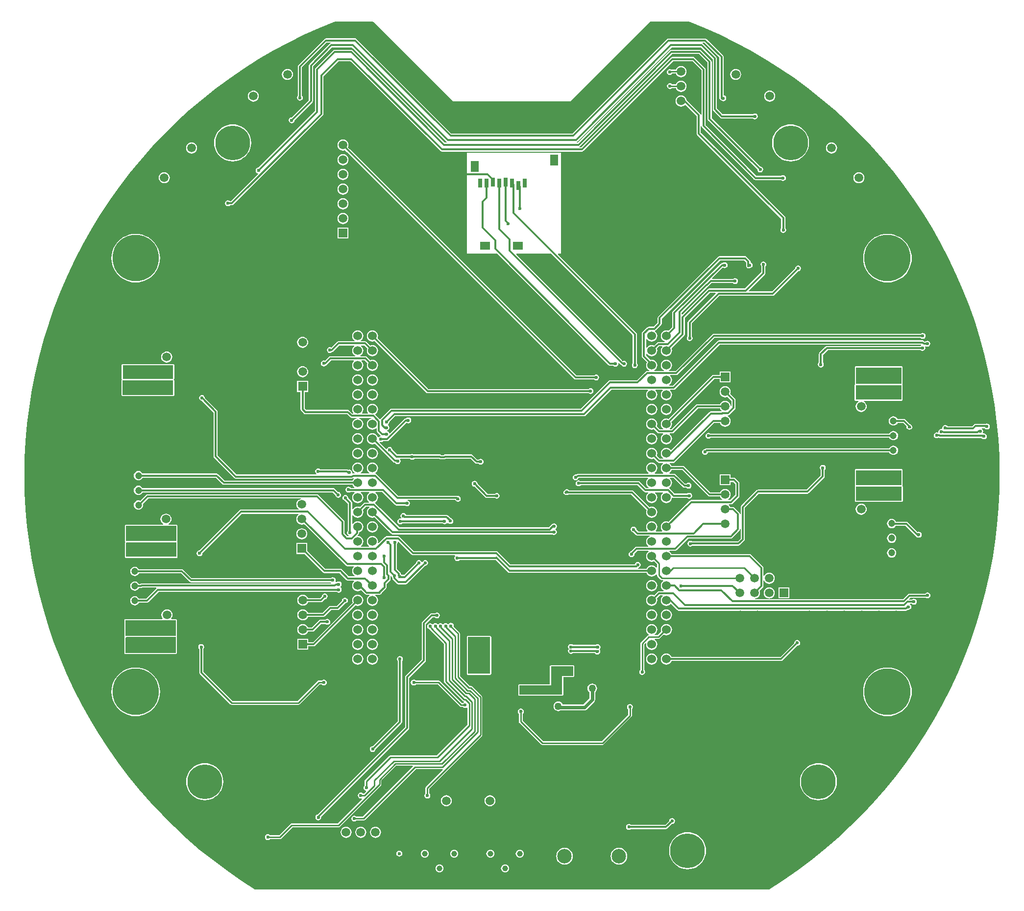
<source format=gbl>
G04*
G04 #@! TF.GenerationSoftware,Altium Limited,Altium Designer,20.1.11 (218)*
G04*
G04 Layer_Physical_Order=2*
G04 Layer_Color=16711680*
%FSLAX25Y25*%
%MOIN*%
G70*
G04*
G04 #@! TF.SameCoordinates,DC62774E-AE12-477B-97F5-19A81F94617E*
G04*
G04*
G04 #@! TF.FilePolarity,Positive*
G04*
G01*
G75*
%ADD14C,0.00787*%
%ADD78C,0.01181*%
%ADD79C,0.01004*%
%ADD80C,0.02362*%
%ADD81C,0.06000*%
%ADD82R,0.06000X0.06000*%
%ADD83C,0.03937*%
%ADD84C,0.05906*%
%ADD85R,0.05906X0.05906*%
%ADD86R,0.05906X0.05906*%
%ADD87C,0.09843*%
%ADD88C,0.23622*%
%ADD89C,0.04725*%
%ADD90C,0.31496*%
%ADD91C,0.03150*%
%ADD92C,0.02362*%
%ADD93C,0.05000*%
%ADD94R,0.03150X0.05906*%
%ADD95R,0.05512X0.07480*%
%ADD96R,0.07087X0.05512*%
%ADD97C,0.01260*%
G36*
X131280Y304532D02*
X141918Y299738D01*
X152381Y294573D01*
X162656Y289044D01*
X172730Y283157D01*
X182591Y276919D01*
X192227Y270338D01*
X201625Y263423D01*
X210774Y256181D01*
X219663Y248622D01*
X228280Y240756D01*
X236616Y232591D01*
X244659Y224137D01*
X252400Y215407D01*
X259830Y206409D01*
X266938Y197156D01*
X273717Y187659D01*
X280157Y177929D01*
X286251Y167979D01*
X291992Y157820D01*
X297372Y147466D01*
X302384Y136929D01*
X307023Y126223D01*
X311283Y115360D01*
X315158Y104353D01*
X318643Y93218D01*
X321735Y81967D01*
X324429Y70614D01*
X326722Y59173D01*
X328612Y47659D01*
X330095Y36085D01*
X331171Y24466D01*
X331837Y12817D01*
X332094Y1152D01*
X331940Y-10516D01*
X331375Y-22170D01*
X330402Y-33798D01*
X329020Y-45384D01*
X327231Y-56915D01*
X325038Y-68375D01*
X322444Y-79751D01*
X319451Y-91029D01*
X316063Y-102195D01*
X312285Y-113234D01*
X308121Y-124134D01*
X303576Y-134881D01*
X298656Y-145462D01*
X293368Y-155862D01*
X287716Y-166071D01*
X281709Y-176074D01*
X275355Y-185860D01*
X268660Y-195417D01*
X261633Y-204732D01*
X254282Y-213794D01*
X246618Y-222592D01*
X238649Y-231116D01*
X230386Y-239353D01*
X221837Y-247295D01*
X213015Y-254932D01*
X203930Y-262254D01*
X194593Y-269251D01*
X185015Y-275916D01*
X175420Y-282105D01*
X-174774D01*
X-184328Y-275944D01*
X-193866Y-269310D01*
X-203165Y-262346D01*
X-212215Y-255061D01*
X-221005Y-247463D01*
X-229523Y-239562D01*
X-237759Y-231368D01*
X-245703Y-222890D01*
X-253346Y-214140D01*
X-260678Y-205127D01*
X-267689Y-195863D01*
X-274372Y-186359D01*
X-280718Y-176627D01*
X-286719Y-166679D01*
X-292368Y-156527D01*
X-297659Y-146183D01*
X-302584Y-135660D01*
X-307137Y-124972D01*
X-311314Y-114130D01*
X-315108Y-103149D01*
X-318515Y-92042D01*
X-321532Y-80822D01*
X-324154Y-69504D01*
X-326378Y-58100D01*
X-328201Y-46626D01*
X-329622Y-35095D01*
X-330638Y-23522D01*
X-331248Y-11920D01*
X-331451Y-303D01*
X-331244Y11406D01*
X-330625Y23100D01*
X-329592Y34766D01*
X-328149Y46388D01*
X-326297Y57952D01*
X-324037Y69443D01*
X-321374Y80847D01*
X-318309Y92150D01*
X-314848Y103338D01*
X-310994Y114397D01*
X-306751Y125312D01*
X-302127Y136072D01*
X-297125Y146661D01*
X-291753Y157067D01*
X-286017Y167278D01*
X-279924Y177279D01*
X-273482Y187059D01*
X-266699Y196605D01*
X-259583Y205907D01*
X-252144Y214951D01*
X-244389Y223728D01*
X-236330Y232225D01*
X-227976Y240432D01*
X-219338Y248339D01*
X-210426Y255937D01*
X-201251Y263215D01*
X-191825Y270165D01*
X-182160Y276778D01*
X-172267Y283046D01*
X-162159Y288961D01*
X-151849Y294515D01*
X-141349Y299701D01*
X-130673Y304515D01*
X-119983Y308887D01*
X-94416D01*
X-40206Y254676D01*
X-40206Y254676D01*
X-39913Y254481D01*
X-39567Y254412D01*
X-39567Y254412D01*
X39567D01*
X39913Y254481D01*
X40206Y254676D01*
X94416Y308887D01*
X120629D01*
X131280Y304532D01*
D02*
G37*
%LPC*%
G36*
X115323Y278469D02*
X114347Y278341D01*
X113437Y277964D01*
X112655Y277364D01*
X112056Y276583D01*
X111819Y276011D01*
X108716D01*
X108339Y276264D01*
X107571Y276416D01*
X106803Y276264D01*
X106152Y275829D01*
X105717Y275178D01*
X105564Y274410D01*
X105717Y273641D01*
X106152Y272990D01*
X106803Y272555D01*
X107571Y272402D01*
X108339Y272555D01*
X108990Y272990D01*
X109252Y273382D01*
X111819D01*
X112056Y272811D01*
X112655Y272029D01*
X113437Y271430D01*
X114347Y271053D01*
X115323Y270924D01*
X116299Y271053D01*
X117209Y271430D01*
X117990Y272029D01*
X118590Y272811D01*
X118967Y273721D01*
X119095Y274697D01*
X118967Y275673D01*
X118590Y276583D01*
X117990Y277364D01*
X117209Y277964D01*
X116299Y278341D01*
X115323Y278469D01*
D02*
G37*
G36*
X152480Y276536D02*
X151504Y276408D01*
X150594Y276031D01*
X149813Y275431D01*
X149213Y274650D01*
X148837Y273740D01*
X148708Y272764D01*
X148837Y271788D01*
X149213Y270878D01*
X149813Y270096D01*
X150594Y269497D01*
X151504Y269120D01*
X152480Y268991D01*
X153457Y269120D01*
X154367Y269497D01*
X155148Y270096D01*
X155747Y270878D01*
X156124Y271788D01*
X156253Y272764D01*
X156124Y273740D01*
X155747Y274650D01*
X155148Y275431D01*
X154367Y276031D01*
X153457Y276408D01*
X152480Y276536D01*
D02*
G37*
G36*
X-152480Y276536D02*
X-153457Y276408D01*
X-154367Y276031D01*
X-155148Y275431D01*
X-155747Y274650D01*
X-156124Y273740D01*
X-156253Y272764D01*
X-156124Y271788D01*
X-155747Y270878D01*
X-155148Y270096D01*
X-154367Y269497D01*
X-153457Y269120D01*
X-152480Y268991D01*
X-151504Y269120D01*
X-150594Y269497D01*
X-149813Y270096D01*
X-149213Y270878D01*
X-148836Y271788D01*
X-148708Y272764D01*
X-148836Y273740D01*
X-149213Y274650D01*
X-149813Y275431D01*
X-150594Y276031D01*
X-151504Y276408D01*
X-152480Y276536D01*
D02*
G37*
G36*
X115323Y268469D02*
X114347Y268341D01*
X113437Y267964D01*
X112655Y267364D01*
X112056Y266583D01*
X111819Y266012D01*
X109375D01*
X109195Y266281D01*
X108544Y266717D01*
X107776Y266869D01*
X107008Y266717D01*
X106356Y266281D01*
X105921Y265630D01*
X105769Y264862D01*
X105921Y264094D01*
X106356Y263443D01*
X107008Y263008D01*
X107776Y262855D01*
X108544Y263008D01*
X109104Y263382D01*
X111819D01*
X112056Y262811D01*
X112655Y262029D01*
X113437Y261430D01*
X114347Y261053D01*
X115323Y260924D01*
X116299Y261053D01*
X117209Y261430D01*
X117990Y262029D01*
X118590Y262811D01*
X118967Y263720D01*
X119095Y264697D01*
X118967Y265673D01*
X118590Y266583D01*
X117990Y267364D01*
X117209Y267964D01*
X116299Y268341D01*
X115323Y268469D01*
D02*
G37*
G36*
X-106356Y297328D02*
X-126280D01*
X-126817Y297221D01*
X-127273Y296917D01*
X-144990Y279200D01*
X-145294Y278744D01*
X-145401Y278207D01*
Y258318D01*
X-145415Y258309D01*
X-145850Y257658D01*
X-146003Y256890D01*
X-145850Y256122D01*
X-145415Y255471D01*
X-144764Y255035D01*
X-143996Y254883D01*
X-143228Y255035D01*
X-142577Y255471D01*
X-142142Y256122D01*
X-141989Y256890D01*
X-142142Y257658D01*
X-142577Y258309D01*
X-142591Y258318D01*
Y277625D01*
X-125698Y294518D01*
X-123097D01*
X-123047Y294018D01*
X-123274Y293973D01*
X-123730Y293669D01*
X-137509Y279889D01*
X-137814Y279433D01*
X-137921Y278895D01*
Y255208D01*
X-149590Y243539D01*
X-149606Y243543D01*
X-150374Y243390D01*
X-151025Y242955D01*
X-151461Y242303D01*
X-151613Y241535D01*
X-151461Y240767D01*
X-151025Y240116D01*
X-150374Y239681D01*
X-149606Y239528D01*
X-148838Y239681D01*
X-148187Y240116D01*
X-147752Y240767D01*
X-147599Y241535D01*
X-147603Y241552D01*
X-135522Y253632D01*
X-135218Y254088D01*
X-135111Y254626D01*
Y278314D01*
X-122154Y291270D01*
X-108710D01*
X-44497Y227058D01*
X-44121Y226806D01*
X-44152Y226452D01*
X-44205Y226307D01*
X-45383D01*
X-108119Y289042D01*
X-108574Y289347D01*
X-109112Y289454D01*
X-120473D01*
X-121010Y289347D01*
X-121466Y289042D01*
X-133375Y277133D01*
X-133680Y276677D01*
X-133787Y276140D01*
Y247847D01*
X-172270Y209364D01*
X-172914Y209236D01*
X-173565Y208801D01*
X-174000Y208150D01*
X-174153Y207382D01*
X-174000Y206614D01*
X-173565Y205963D01*
X-172914Y205528D01*
X-172584Y205462D01*
X-172419Y204919D01*
X-190894Y186444D01*
X-191485D01*
X-191494Y186459D01*
X-192145Y186894D01*
X-192913Y187046D01*
X-193682Y186894D01*
X-194333Y186459D01*
X-194768Y185807D01*
X-194921Y185039D01*
X-194768Y184271D01*
X-194333Y183620D01*
X-193682Y183185D01*
X-192913Y183032D01*
X-192145Y183185D01*
X-191494Y183620D01*
X-191485Y183634D01*
X-190312D01*
X-189775Y183741D01*
X-189319Y184046D01*
X-128436Y244929D01*
X-128131Y245385D01*
X-128024Y245923D01*
Y271424D01*
X-117627Y281821D01*
X-109596D01*
X-48434Y220660D01*
X-47979Y220356D01*
X-47441Y220249D01*
X47835D01*
X48372Y220356D01*
X48828Y220660D01*
X109989Y281821D01*
X123040D01*
X129205Y275656D01*
Y245397D01*
X128705Y245348D01*
X128660Y245575D01*
X128356Y246031D01*
X119005Y255381D01*
X118967Y255673D01*
X118590Y256583D01*
X117990Y257364D01*
X117209Y257964D01*
X116299Y258341D01*
X115323Y258469D01*
X114347Y258341D01*
X113437Y257964D01*
X112655Y257364D01*
X112056Y256583D01*
X111679Y255673D01*
X111550Y254697D01*
X111679Y253720D01*
X112056Y252811D01*
X112655Y252029D01*
X113437Y251430D01*
X114347Y251053D01*
X115323Y250924D01*
X116299Y251053D01*
X117209Y251430D01*
X117990Y252029D01*
X118359Y252053D01*
X125957Y244455D01*
Y232537D01*
X126064Y232000D01*
X126369Y231544D01*
X183438Y174475D01*
Y168259D01*
X183423Y168250D01*
X182988Y167599D01*
X182835Y166831D01*
X182988Y166063D01*
X183423Y165411D01*
X184074Y164976D01*
X184843Y164824D01*
X185611Y164976D01*
X186262Y165411D01*
X186697Y166063D01*
X186850Y166831D01*
X186697Y167599D01*
X186262Y168250D01*
X186248Y168259D01*
Y175057D01*
X186141Y175594D01*
X185836Y176050D01*
X128767Y233119D01*
Y237295D01*
X129267Y237344D01*
X129312Y237118D01*
X129617Y236662D01*
X165012Y201266D01*
X165468Y200962D01*
X166006Y200855D01*
X183217D01*
X183227Y200841D01*
X183878Y200406D01*
X184646Y200253D01*
X185414Y200406D01*
X186065Y200841D01*
X186500Y201492D01*
X186653Y202260D01*
X186500Y203028D01*
X186065Y203679D01*
X185414Y204114D01*
X184646Y204267D01*
X183878Y204114D01*
X183227Y203679D01*
X183217Y203665D01*
X166588D01*
X132015Y238237D01*
Y276238D01*
X131908Y276776D01*
X131604Y277232D01*
X124615Y284220D01*
X124160Y284524D01*
X123622Y284631D01*
X109407D01*
X108870Y284524D01*
X108414Y284220D01*
X47253Y223059D01*
X45931D01*
X45882Y223558D01*
X46108Y223604D01*
X46564Y223908D01*
X109300Y286644D01*
X127469D01*
X133339Y280774D01*
Y242520D01*
X133446Y241982D01*
X133751Y241526D01*
X167189Y208088D01*
X167186Y208071D01*
X167339Y207303D01*
X167774Y206652D01*
X168425Y206217D01*
X169193Y206064D01*
X169961Y206217D01*
X170612Y206652D01*
X171047Y207303D01*
X171200Y208071D01*
X171047Y208839D01*
X170612Y209490D01*
X169961Y209925D01*
X169193Y210078D01*
X169176Y210075D01*
X136149Y243102D01*
Y281356D01*
X136042Y281894D01*
X135738Y282350D01*
X129045Y289042D01*
X128589Y289347D01*
X128051Y289454D01*
X108718D01*
X108181Y289347D01*
X107725Y289042D01*
X44989Y226307D01*
X44500D01*
X44447Y226452D01*
X44417Y226806D01*
X44793Y227058D01*
X109005Y291270D01*
X128650D01*
X136882Y283038D01*
Y248959D01*
X136989Y248421D01*
X137294Y247966D01*
X142013Y243247D01*
X142469Y242942D01*
X143006Y242835D01*
X164122D01*
X164132Y242821D01*
X164783Y242386D01*
X165551Y242233D01*
X166319Y242386D01*
X166970Y242821D01*
X167405Y243472D01*
X167558Y244240D01*
X167405Y245008D01*
X166970Y245659D01*
X166319Y246094D01*
X165551Y246247D01*
X164783Y246094D01*
X164132Y245659D01*
X164122Y245645D01*
X143588D01*
X139692Y249541D01*
Y283620D01*
X139585Y284158D01*
X139281Y284613D01*
X130226Y293669D01*
X129850Y293920D01*
X129880Y294274D01*
X129933Y294420D01*
X131209D01*
X141410Y284219D01*
Y256594D01*
X141517Y256057D01*
X141822Y255601D01*
X142277Y255296D01*
X142643Y255224D01*
X142675Y255175D01*
X143326Y254740D01*
X144095Y254587D01*
X144863Y254740D01*
X145514Y255175D01*
X145949Y255826D01*
X146102Y256594D01*
X145949Y257363D01*
X145514Y258014D01*
X144863Y258449D01*
X144220Y258577D01*
Y284801D01*
X144113Y285339D01*
X143808Y285794D01*
X132785Y296818D01*
X132329Y297123D01*
X131791Y297230D01*
X106553D01*
X106015Y297123D01*
X105560Y296818D01*
X41249Y232507D01*
X-40953D01*
X-105363Y296917D01*
X-105818Y297221D01*
X-106356Y297328D01*
D02*
G37*
G36*
X175654Y261773D02*
X174678Y261645D01*
X173768Y261268D01*
X172986Y260668D01*
X172387Y259887D01*
X172010Y258977D01*
X171882Y258001D01*
X172010Y257024D01*
X172387Y256115D01*
X172986Y255333D01*
X173768Y254734D01*
X174678Y254357D01*
X175654Y254228D01*
X176630Y254357D01*
X177540Y254734D01*
X178322Y255333D01*
X178921Y256115D01*
X179298Y257024D01*
X179426Y258001D01*
X179298Y258977D01*
X178921Y259887D01*
X178322Y260668D01*
X177540Y261268D01*
X176630Y261645D01*
X175654Y261773D01*
D02*
G37*
G36*
X-175654Y261773D02*
X-176630Y261645D01*
X-177540Y261268D01*
X-178322Y260668D01*
X-178921Y259887D01*
X-179298Y258977D01*
X-179426Y258001D01*
X-179298Y257024D01*
X-178921Y256114D01*
X-178322Y255333D01*
X-177540Y254734D01*
X-176630Y254357D01*
X-175654Y254228D01*
X-174678Y254357D01*
X-173768Y254734D01*
X-172986Y255333D01*
X-172387Y256114D01*
X-172010Y257024D01*
X-171882Y258001D01*
X-172010Y258977D01*
X-172387Y259887D01*
X-172986Y260668D01*
X-173768Y261268D01*
X-174678Y261645D01*
X-175654Y261773D01*
D02*
G37*
G36*
X217711Y226483D02*
X216734Y226355D01*
X215825Y225978D01*
X215043Y225378D01*
X214444Y224597D01*
X214067Y223687D01*
X213938Y222711D01*
X214067Y221734D01*
X214444Y220825D01*
X215043Y220043D01*
X215825Y219444D01*
X216734Y219067D01*
X217711Y218938D01*
X218687Y219067D01*
X219597Y219444D01*
X220378Y220043D01*
X220978Y220825D01*
X221355Y221734D01*
X221483Y222711D01*
X221355Y223687D01*
X220978Y224597D01*
X220378Y225378D01*
X219597Y225978D01*
X218687Y226355D01*
X217711Y226483D01*
D02*
G37*
G36*
X-217711D02*
X-218687Y226355D01*
X-219597Y225978D01*
X-220378Y225378D01*
X-220978Y224597D01*
X-221355Y223687D01*
X-221483Y222711D01*
X-221355Y221734D01*
X-220978Y220825D01*
X-220378Y220043D01*
X-219597Y219444D01*
X-218687Y219067D01*
X-217711Y218938D01*
X-216734Y219067D01*
X-215825Y219444D01*
X-215043Y220043D01*
X-214444Y220825D01*
X-214067Y221734D01*
X-213938Y222711D01*
X-214067Y223687D01*
X-214444Y224597D01*
X-215043Y225378D01*
X-215825Y225978D01*
X-216734Y226355D01*
X-217711Y226483D01*
D02*
G37*
G36*
X189799Y238832D02*
X187823Y238676D01*
X185894Y238213D01*
X184062Y237454D01*
X182371Y236418D01*
X180863Y235130D01*
X179576Y233622D01*
X178540Y231931D01*
X177781Y230099D01*
X177318Y228171D01*
X177162Y226194D01*
X177318Y224217D01*
X177781Y222289D01*
X178540Y220457D01*
X179576Y218766D01*
X180863Y217258D01*
X182371Y215970D01*
X184062Y214934D01*
X185894Y214175D01*
X187823Y213712D01*
X189799Y213557D01*
X191776Y213712D01*
X193705Y214175D01*
X195537Y214934D01*
X197228Y215970D01*
X198735Y217258D01*
X200023Y218766D01*
X201060Y220457D01*
X201818Y222289D01*
X202281Y224217D01*
X202437Y226194D01*
X202281Y228171D01*
X201818Y230099D01*
X201060Y231931D01*
X200023Y233622D01*
X198735Y235130D01*
X197228Y236418D01*
X195537Y237454D01*
X193705Y238213D01*
X191776Y238676D01*
X189799Y238832D01*
D02*
G37*
G36*
X-189799D02*
X-191776Y238676D01*
X-193705Y238213D01*
X-195537Y237454D01*
X-197228Y236418D01*
X-198735Y235130D01*
X-200023Y233622D01*
X-201060Y231931D01*
X-201818Y230099D01*
X-202281Y228171D01*
X-202437Y226194D01*
X-202281Y224217D01*
X-201818Y222289D01*
X-201060Y220457D01*
X-200023Y218766D01*
X-198735Y217258D01*
X-197228Y215970D01*
X-195537Y214934D01*
X-193705Y214175D01*
X-191776Y213712D01*
X-189799Y213557D01*
X-187823Y213712D01*
X-185894Y214175D01*
X-184062Y214934D01*
X-182371Y215970D01*
X-180863Y217258D01*
X-179576Y218766D01*
X-178540Y220457D01*
X-177781Y222289D01*
X-177318Y224217D01*
X-177162Y226194D01*
X-177318Y228171D01*
X-177781Y230099D01*
X-178540Y231931D01*
X-179576Y233622D01*
X-180863Y235130D01*
X-182371Y236418D01*
X-184062Y237454D01*
X-185894Y238213D01*
X-187823Y238676D01*
X-189799Y238832D01*
D02*
G37*
G36*
X-114677Y218469D02*
X-115654Y218341D01*
X-116563Y217964D01*
X-117345Y217364D01*
X-117944Y216583D01*
X-118321Y215673D01*
X-118450Y214697D01*
X-118321Y213720D01*
X-117944Y212811D01*
X-117345Y212029D01*
X-116563Y211430D01*
X-115654Y211053D01*
X-114677Y210924D01*
X-113701Y211053D01*
X-112791Y211430D01*
X-112010Y212029D01*
X-111410Y212811D01*
X-111033Y213720D01*
X-110905Y214697D01*
X-111033Y215673D01*
X-111410Y216583D01*
X-112010Y217364D01*
X-112791Y217964D01*
X-113701Y218341D01*
X-114677Y218469D01*
D02*
G37*
G36*
Y208469D02*
X-115654Y208341D01*
X-116563Y207964D01*
X-117345Y207364D01*
X-117944Y206583D01*
X-118321Y205673D01*
X-118450Y204697D01*
X-118321Y203720D01*
X-117944Y202811D01*
X-117345Y202029D01*
X-116563Y201430D01*
X-115654Y201053D01*
X-114677Y200924D01*
X-113701Y201053D01*
X-112791Y201430D01*
X-112010Y202029D01*
X-111410Y202811D01*
X-111033Y203720D01*
X-110905Y204697D01*
X-111033Y205673D01*
X-111410Y206583D01*
X-112010Y207364D01*
X-112791Y207964D01*
X-113701Y208341D01*
X-114677Y208469D01*
D02*
G37*
G36*
X236274Y206225D02*
X235297Y206097D01*
X234388Y205720D01*
X233606Y205120D01*
X233007Y204339D01*
X232630Y203429D01*
X232501Y202453D01*
X232630Y201476D01*
X233007Y200567D01*
X233606Y199785D01*
X234388Y199186D01*
X235297Y198809D01*
X236274Y198680D01*
X237250Y198809D01*
X238160Y199186D01*
X238941Y199785D01*
X239541Y200567D01*
X239918Y201476D01*
X240046Y202453D01*
X239918Y203429D01*
X239541Y204339D01*
X238941Y205120D01*
X238160Y205720D01*
X237250Y206097D01*
X236274Y206225D01*
D02*
G37*
G36*
X-236274Y206225D02*
X-237250Y206097D01*
X-238160Y205720D01*
X-238941Y205120D01*
X-239541Y204339D01*
X-239918Y203429D01*
X-240046Y202453D01*
X-239918Y201476D01*
X-239541Y200567D01*
X-238941Y199785D01*
X-238160Y199186D01*
X-237250Y198809D01*
X-236274Y198680D01*
X-235297Y198809D01*
X-234388Y199186D01*
X-233606Y199785D01*
X-233007Y200567D01*
X-232630Y201476D01*
X-232501Y202453D01*
X-232630Y203429D01*
X-233007Y204339D01*
X-233606Y205120D01*
X-234388Y205720D01*
X-235297Y206097D01*
X-236274Y206225D01*
D02*
G37*
G36*
X-114677Y198469D02*
X-115654Y198341D01*
X-116563Y197964D01*
X-117345Y197364D01*
X-117944Y196583D01*
X-118321Y195673D01*
X-118450Y194697D01*
X-118321Y193720D01*
X-117944Y192811D01*
X-117345Y192029D01*
X-116563Y191430D01*
X-115654Y191053D01*
X-114677Y190924D01*
X-113701Y191053D01*
X-112791Y191430D01*
X-112010Y192029D01*
X-111410Y192811D01*
X-111033Y193720D01*
X-110905Y194697D01*
X-111033Y195673D01*
X-111410Y196583D01*
X-112010Y197364D01*
X-112791Y197964D01*
X-113701Y198341D01*
X-114677Y198469D01*
D02*
G37*
G36*
Y188469D02*
X-115654Y188341D01*
X-116563Y187964D01*
X-117345Y187364D01*
X-117944Y186583D01*
X-118321Y185673D01*
X-118450Y184697D01*
X-118321Y183721D01*
X-117944Y182811D01*
X-117345Y182029D01*
X-116563Y181430D01*
X-115654Y181053D01*
X-114677Y180924D01*
X-113701Y181053D01*
X-112791Y181430D01*
X-112010Y182029D01*
X-111410Y182811D01*
X-111033Y183721D01*
X-110905Y184697D01*
X-111033Y185673D01*
X-111410Y186583D01*
X-112010Y187364D01*
X-112791Y187964D01*
X-113701Y188341D01*
X-114677Y188469D01*
D02*
G37*
G36*
Y178469D02*
X-115654Y178341D01*
X-116563Y177964D01*
X-117345Y177364D01*
X-117944Y176583D01*
X-118321Y175673D01*
X-118450Y174697D01*
X-118321Y173721D01*
X-117944Y172811D01*
X-117345Y172029D01*
X-116563Y171430D01*
X-115654Y171053D01*
X-114677Y170924D01*
X-113701Y171053D01*
X-112791Y171430D01*
X-112010Y172029D01*
X-111410Y172811D01*
X-111033Y173721D01*
X-110905Y174697D01*
X-111033Y175673D01*
X-111410Y176583D01*
X-112010Y177364D01*
X-112791Y177964D01*
X-113701Y178341D01*
X-114677Y178469D01*
D02*
G37*
G36*
X-110937Y168437D02*
X-118417D01*
Y160957D01*
X-110937D01*
Y168437D01*
D02*
G37*
G36*
X158957Y149001D02*
X141339D01*
X140801Y148894D01*
X140345Y148590D01*
X99794Y108039D01*
X99489Y107583D01*
X99382Y107045D01*
Y103732D01*
X96662Y101011D01*
X93348D01*
X92811Y100904D01*
X92355Y100600D01*
X89065Y97310D01*
X88761Y96854D01*
X88654Y96317D01*
Y80864D01*
X88761Y80326D01*
X89065Y79871D01*
X92151Y76785D01*
X92014Y76607D01*
X91633Y75686D01*
X91503Y74697D01*
X91633Y73708D01*
X92014Y72787D01*
X92622Y71996D01*
X93413Y71389D01*
X93559Y71328D01*
X93460Y70828D01*
X92159D01*
X91622Y70721D01*
X91166Y70416D01*
X85146Y64397D01*
X66929D01*
X66391Y64290D01*
X65936Y63986D01*
X47056Y45106D01*
X-81815D01*
X-82352Y44999D01*
X-82808Y44694D01*
X-89084Y38418D01*
X-89256Y38161D01*
X-89844Y38042D01*
X-92166Y40363D01*
X-92166Y40363D01*
X-92724Y40922D01*
X-92607Y41512D01*
X-91976Y41996D01*
X-91369Y42787D01*
X-90987Y43708D01*
X-90857Y44697D01*
X-90987Y45686D01*
X-91369Y46607D01*
X-91976Y47398D01*
X-92767Y48005D01*
X-93688Y48387D01*
X-94677Y48517D01*
X-95666Y48387D01*
X-96587Y48005D01*
X-97378Y47398D01*
X-97986Y46607D01*
X-98367Y45686D01*
X-98497Y44697D01*
X-98367Y43708D01*
X-97986Y42787D01*
X-97553Y42224D01*
X-97800Y41724D01*
X-101554D01*
X-101801Y42224D01*
X-101369Y42787D01*
X-100987Y43708D01*
X-100857Y44697D01*
X-100987Y45686D01*
X-101369Y46607D01*
X-101976Y47398D01*
X-102767Y48005D01*
X-103689Y48387D01*
X-104677Y48517D01*
X-105666Y48387D01*
X-106587Y48005D01*
X-107378Y47398D01*
X-107985Y46607D01*
X-108367Y45686D01*
X-108497Y44697D01*
X-108367Y43708D01*
X-107985Y42787D01*
X-107554Y42224D01*
X-107768Y41789D01*
X-108262Y41745D01*
X-110396Y43879D01*
X-110852Y44184D01*
X-111390Y44291D01*
X-139784D01*
X-140772Y45279D01*
Y56595D01*
X-138406D01*
Y64075D01*
X-145886D01*
Y56595D01*
X-143582D01*
Y44697D01*
X-143475Y44159D01*
X-143171Y43703D01*
X-141360Y41892D01*
X-140904Y41588D01*
X-140366Y41481D01*
X-111972D01*
X-109816Y39325D01*
X-109361Y39021D01*
X-108823Y38914D01*
X-105492D01*
X-105459Y38414D01*
X-105666Y38387D01*
X-106587Y38005D01*
X-107378Y37398D01*
X-107985Y36607D01*
X-108367Y35686D01*
X-108497Y34697D01*
X-108367Y33708D01*
X-107985Y32787D01*
X-107378Y31996D01*
X-106587Y31389D01*
X-105666Y31007D01*
X-104677Y30877D01*
X-103689Y31007D01*
X-102767Y31389D01*
X-101976Y31996D01*
X-101369Y32787D01*
X-100987Y33708D01*
X-100857Y34697D01*
X-100987Y35686D01*
X-101369Y36607D01*
X-101976Y37398D01*
X-102767Y38005D01*
X-103689Y38387D01*
X-103895Y38414D01*
X-103862Y38914D01*
X-95492D01*
X-95459Y38414D01*
X-95666Y38387D01*
X-96587Y38005D01*
X-97378Y37398D01*
X-97986Y36607D01*
X-98367Y35686D01*
X-98497Y34697D01*
X-98367Y33708D01*
X-97986Y32787D01*
X-97378Y31996D01*
X-96587Y31389D01*
X-95666Y31007D01*
X-94677Y30877D01*
X-93688Y31007D01*
X-92767Y31389D01*
X-92161Y31854D01*
X-91661Y31618D01*
Y30175D01*
X-91554Y29637D01*
X-91249Y29182D01*
X-88975Y26907D01*
X-89020Y26555D01*
X-89114Y26370D01*
X-89646Y26264D01*
X-90297Y25829D01*
X-90468Y25573D01*
X-90987Y25686D01*
X-91369Y26607D01*
X-91976Y27398D01*
X-92767Y28005D01*
X-93688Y28387D01*
X-94677Y28517D01*
X-95666Y28387D01*
X-96587Y28005D01*
X-97378Y27398D01*
X-97986Y26607D01*
X-98367Y25686D01*
X-98497Y24697D01*
X-98367Y23708D01*
X-97986Y22787D01*
X-97378Y21996D01*
X-96587Y21389D01*
X-95666Y21007D01*
X-94677Y20877D01*
X-93688Y21007D01*
X-93030Y21280D01*
X-80474Y8723D01*
X-80018Y8418D01*
X-79480Y8312D01*
X-79096D01*
X-78880Y7988D01*
X-78229Y7553D01*
X-77461Y7400D01*
X-76693Y7553D01*
X-76042Y7988D01*
X-75606Y8639D01*
X-75454Y9407D01*
X-75606Y10175D01*
X-75925Y10652D01*
X-75697Y11152D01*
X-69151D01*
X-69037Y10982D01*
X-68386Y10547D01*
X-67618Y10395D01*
X-66850Y10547D01*
X-66199Y10982D01*
X-66086Y11152D01*
X-49237D01*
X-48808Y10865D01*
X-48270Y10758D01*
X-45824D01*
X-45287Y10865D01*
X-44857Y11152D01*
X-27944D01*
X-24854Y8062D01*
X-24398Y7757D01*
X-23860Y7650D01*
X-22393D01*
X-22384Y7636D01*
X-21733Y7201D01*
X-20965Y7048D01*
X-20197Y7201D01*
X-19545Y7636D01*
X-19110Y8287D01*
X-18958Y9055D01*
X-19110Y9823D01*
X-19545Y10474D01*
X-20197Y10909D01*
X-20965Y11062D01*
X-21733Y10909D01*
X-22384Y10474D01*
X-22393Y10460D01*
X-23279D01*
X-26369Y13550D01*
X-26825Y13855D01*
X-27362Y13962D01*
X-45431D01*
X-45968Y13855D01*
X-46397Y13568D01*
X-47697D01*
X-48126Y13855D01*
X-48664Y13962D01*
X-66410D01*
X-66850Y14256D01*
X-67618Y14409D01*
X-68386Y14256D01*
X-68826Y13962D01*
X-77765D01*
X-80969Y17166D01*
X-80965Y17183D01*
X-81118Y17951D01*
X-81553Y18602D01*
X-82204Y19037D01*
X-82973Y19190D01*
X-83741Y19037D01*
X-84392Y18602D01*
X-84827Y17951D01*
X-84873Y17720D01*
X-85351Y17574D01*
X-89863Y22086D01*
X-89651Y22528D01*
X-89620Y22550D01*
X-88878Y22402D01*
X-88110Y22555D01*
X-87459Y22990D01*
X-87449Y23005D01*
X-84735D01*
X-84197Y23111D01*
X-83741Y23416D01*
X-71497Y35661D01*
X-71044Y35358D01*
X-70276Y35206D01*
X-69507Y35358D01*
X-68856Y35793D01*
X-68421Y36445D01*
X-68269Y37213D01*
X-68421Y37981D01*
X-68856Y38632D01*
X-69507Y39067D01*
X-70276Y39220D01*
X-71044Y39067D01*
X-71695Y38632D01*
X-71757Y38539D01*
X-72010D01*
X-72548Y38432D01*
X-73004Y38127D01*
X-82820Y28312D01*
X-83298Y28457D01*
X-83342Y28679D01*
X-83777Y29331D01*
X-84429Y29766D01*
X-84711Y29822D01*
Y30332D01*
X-84429Y30388D01*
X-83777Y30823D01*
X-83342Y31474D01*
X-83190Y32242D01*
X-83342Y33010D01*
X-83777Y33661D01*
X-84119Y33890D01*
X-84106Y34482D01*
X-83707Y34748D01*
X-83272Y35399D01*
X-83119Y36167D01*
X-83133Y36237D01*
X-79286Y40084D01*
X49444D01*
X49982Y40191D01*
X50438Y40495D01*
X67986Y58044D01*
X92642D01*
X92812Y57544D01*
X92622Y57398D01*
X92014Y56607D01*
X91633Y55686D01*
X91503Y54697D01*
X91633Y53708D01*
X92014Y52787D01*
X92622Y51996D01*
X93413Y51389D01*
X94334Y51007D01*
X95323Y50877D01*
X96311Y51007D01*
X97233Y51389D01*
X98024Y51996D01*
X98631Y52787D01*
X99013Y53708D01*
X99143Y54697D01*
X99013Y55686D01*
X98631Y56607D01*
X98024Y57398D01*
X97834Y57544D01*
X98004Y58044D01*
X102642D01*
X102812Y57544D01*
X102622Y57398D01*
X102015Y56607D01*
X101633Y55686D01*
X101503Y54697D01*
X101633Y53708D01*
X102015Y52787D01*
X102622Y51996D01*
X103413Y51389D01*
X104334Y51007D01*
X105323Y50877D01*
X106312Y51007D01*
X107233Y51389D01*
X108024Y51996D01*
X108631Y52787D01*
X109013Y53708D01*
X109143Y54697D01*
X109013Y55686D01*
X108631Y56607D01*
X108024Y57398D01*
X107834Y57544D01*
X108004Y58044D01*
X110278D01*
X110815Y58151D01*
X111271Y58455D01*
X141625Y88810D01*
X278496D01*
X278737Y88346D01*
X278731Y88310D01*
X278108Y87893D01*
X278099Y87879D01*
X214567D01*
X214029Y87772D01*
X213573Y87468D01*
X209439Y83334D01*
X209135Y82878D01*
X209028Y82340D01*
Y76683D01*
X209014Y76673D01*
X208579Y76022D01*
X208426Y75254D01*
X208579Y74486D01*
X209014Y73835D01*
X209665Y73400D01*
X210433Y73247D01*
X211201Y73400D01*
X211852Y73835D01*
X212287Y74486D01*
X212440Y75254D01*
X212287Y76022D01*
X211852Y76673D01*
X211838Y76683D01*
Y81758D01*
X215149Y85069D01*
X278099D01*
X278108Y85055D01*
X278759Y84620D01*
X279527Y84467D01*
X280296Y84620D01*
X280947Y85055D01*
X281382Y85706D01*
X281535Y86474D01*
X281382Y87242D01*
X281208Y87502D01*
X281569Y87863D01*
X282026Y87557D01*
X282794Y87404D01*
X283562Y87557D01*
X284213Y87992D01*
X284648Y88643D01*
X284801Y89411D01*
X284648Y90179D01*
X284213Y90831D01*
X283562Y91266D01*
X282794Y91418D01*
X282026Y91266D01*
X281377Y90832D01*
X281094D01*
X280718Y91208D01*
X280262Y91512D01*
X279724Y91619D01*
X141043D01*
X140506Y91512D01*
X140050Y91208D01*
X109696Y60854D01*
X107248D01*
X107149Y61354D01*
X107233Y61389D01*
X108024Y61996D01*
X108631Y62787D01*
X109013Y63708D01*
X109143Y64697D01*
X109013Y65686D01*
X108631Y66607D01*
X108024Y67398D01*
X107868Y67518D01*
X108037Y68018D01*
X112082D01*
X112620Y68125D01*
X113076Y68429D01*
X137983Y93337D01*
X278296D01*
X278305Y93323D01*
X278956Y92888D01*
X279724Y92735D01*
X280492Y92888D01*
X281143Y93323D01*
X281579Y93974D01*
X281731Y94742D01*
X281579Y95510D01*
X281143Y96161D01*
X280492Y96596D01*
X279724Y96749D01*
X278956Y96596D01*
X278305Y96161D01*
X278296Y96147D01*
X137995D01*
X137500Y96245D01*
X136962Y96138D01*
X136506Y95834D01*
X111500Y70828D01*
X107186D01*
X107086Y71328D01*
X107233Y71389D01*
X108024Y71996D01*
X108631Y72787D01*
X109013Y73708D01*
X109143Y74697D01*
X109013Y75686D01*
X108631Y76607D01*
X108024Y77398D01*
X107233Y78005D01*
X106312Y78387D01*
X105323Y78517D01*
X104334Y78387D01*
X103413Y78005D01*
X102622Y77398D01*
X102015Y76607D01*
X101633Y75686D01*
X101503Y74697D01*
X101633Y73708D01*
X102015Y72787D01*
X102622Y71996D01*
X103413Y71389D01*
X103559Y71328D01*
X103460Y70828D01*
X97186D01*
X97086Y71328D01*
X97233Y71389D01*
X98024Y71996D01*
X98631Y72787D01*
X99013Y73708D01*
X99143Y74697D01*
X99013Y75686D01*
X98631Y76607D01*
X98024Y77398D01*
X97233Y78005D01*
X96311Y78387D01*
X95323Y78517D01*
X94501Y78409D01*
X91464Y81446D01*
Y82810D01*
X91964Y82909D01*
X92014Y82787D01*
X92622Y81996D01*
X93413Y81389D01*
X94334Y81007D01*
X95323Y80877D01*
X96311Y81007D01*
X97233Y81389D01*
X98024Y81996D01*
X98631Y82787D01*
X99013Y83708D01*
X99143Y84697D01*
X99013Y85686D01*
X98804Y86191D01*
X100381Y87768D01*
X102339D01*
X102522Y87268D01*
X102015Y86607D01*
X101633Y85686D01*
X101503Y84697D01*
X101633Y83708D01*
X102015Y82787D01*
X102622Y81996D01*
X103413Y81389D01*
X104334Y81007D01*
X105323Y80877D01*
X106312Y81007D01*
X107233Y81389D01*
X108024Y81996D01*
X108631Y82787D01*
X109013Y83708D01*
X109143Y84697D01*
X109013Y85686D01*
X108803Y86191D01*
X117430Y94818D01*
X117735Y95273D01*
X117842Y95811D01*
Y106955D01*
X135031Y124144D01*
X138770D01*
X138961Y123682D01*
X120168Y104889D01*
X119863Y104433D01*
X119756Y103895D01*
Y94596D01*
X119742Y94586D01*
X119307Y93935D01*
X119154Y93167D01*
X119307Y92399D01*
X119742Y91748D01*
X120393Y91313D01*
X121161Y91160D01*
X121929Y91313D01*
X122581Y91748D01*
X123016Y92399D01*
X123168Y93167D01*
X123016Y93935D01*
X122581Y94586D01*
X122566Y94596D01*
Y103314D01*
X141428Y122176D01*
X177756D01*
X178294Y122283D01*
X178749Y122587D01*
X194865Y138703D01*
X194882Y138699D01*
X195650Y138852D01*
X196301Y139287D01*
X196736Y139938D01*
X196889Y140707D01*
X196736Y141475D01*
X196301Y142126D01*
X195650Y142561D01*
X194882Y142714D01*
X194114Y142561D01*
X193463Y142126D01*
X193027Y141475D01*
X192875Y140707D01*
X192878Y140690D01*
X177174Y124986D01*
X161427D01*
X161236Y125447D01*
X172352Y136564D01*
X172656Y137019D01*
X172763Y137557D01*
Y141977D01*
X172777Y141986D01*
X173213Y142637D01*
X173365Y143405D01*
X173213Y144174D01*
X172777Y144825D01*
X172126Y145260D01*
X171358Y145413D01*
X170590Y145260D01*
X169939Y144825D01*
X169504Y144174D01*
X169351Y143405D01*
X169504Y142637D01*
X169939Y141986D01*
X169953Y141977D01*
Y138139D01*
X158768Y126954D01*
X134449D01*
X133911Y126847D01*
X133455Y126542D01*
X116139Y109226D01*
X115676Y109417D01*
Y110499D01*
X133453Y128275D01*
X133510Y128287D01*
X133966Y128591D01*
X136056Y130682D01*
X150638D01*
X150648Y130667D01*
X151299Y130232D01*
X152067Y130079D01*
X152835Y130232D01*
X153486Y130667D01*
X153921Y131318D01*
X154074Y132087D01*
X153921Y132855D01*
X153486Y133506D01*
X152835Y133941D01*
X152067Y134094D01*
X151299Y133941D01*
X150648Y133506D01*
X150638Y133492D01*
X136539D01*
X136347Y133953D01*
X143757Y141363D01*
X144212Y141059D01*
X144980Y140906D01*
X145748Y141059D01*
X146399Y141494D01*
X146835Y142145D01*
X146987Y142913D01*
X146835Y143682D01*
X146399Y144333D01*
X145748Y144768D01*
X144980Y144921D01*
X144212Y144768D01*
X143561Y144333D01*
X143552Y144318D01*
X143321D01*
X142783Y144211D01*
X142327Y143907D01*
X109735Y111315D01*
X109430Y110859D01*
X109323Y110321D01*
Y100684D01*
X106817Y98177D01*
X106312Y98387D01*
X105323Y98517D01*
X104334Y98387D01*
X103413Y98005D01*
X102622Y97398D01*
X102015Y96607D01*
X101633Y95686D01*
X101503Y94697D01*
X101633Y93708D01*
X102015Y92787D01*
X102622Y91996D01*
X103413Y91389D01*
X104162Y91078D01*
X104063Y90578D01*
X99799D01*
X99262Y90471D01*
X98806Y90167D01*
X96817Y88178D01*
X96311Y88387D01*
X95323Y88517D01*
X94334Y88387D01*
X93413Y88005D01*
X92622Y87398D01*
X92014Y86607D01*
X91964Y86485D01*
X91464Y86584D01*
Y92809D01*
X91964Y92909D01*
X92014Y92787D01*
X92622Y91996D01*
X93413Y91389D01*
X94334Y91007D01*
X95323Y90877D01*
X96311Y91007D01*
X97233Y91389D01*
X98024Y91996D01*
X98631Y92787D01*
X99013Y93708D01*
X99143Y94697D01*
X99013Y95686D01*
X98631Y96607D01*
X98024Y97398D01*
X97560Y97754D01*
X97684Y98289D01*
X97782Y98308D01*
X98238Y98613D01*
X101781Y102156D01*
X102085Y102612D01*
X102192Y103150D01*
Y106463D01*
X141920Y146191D01*
X158375D01*
X159717Y144849D01*
Y142085D01*
X159824Y141547D01*
X160128Y141091D01*
X160584Y140787D01*
X161122Y140680D01*
X161660Y140787D01*
X161830Y140900D01*
X162008Y140865D01*
X162776Y141018D01*
X163427Y141453D01*
X163862Y142104D01*
X164015Y142872D01*
X163862Y143640D01*
X163427Y144291D01*
X162776Y144726D01*
X162527Y144776D01*
Y145431D01*
X162420Y145969D01*
X162115Y146424D01*
X159950Y148590D01*
X159494Y148894D01*
X158957Y149001D01*
D02*
G37*
G36*
X255716Y164209D02*
X253553Y164067D01*
X251427Y163644D01*
X249375Y162947D01*
X247431Y161989D01*
X245628Y160784D01*
X243999Y159355D01*
X242570Y157726D01*
X241365Y155923D01*
X240407Y153979D01*
X239710Y151927D01*
X239287Y149801D01*
X239145Y147638D01*
X239287Y145475D01*
X239710Y143349D01*
X240407Y141296D01*
X241365Y139352D01*
X242570Y137550D01*
X243999Y135920D01*
X245628Y134491D01*
X247431Y133287D01*
X249375Y132328D01*
X251427Y131632D01*
X253553Y131209D01*
X255716Y131067D01*
X257879Y131209D01*
X260005Y131632D01*
X262058Y132328D01*
X264002Y133287D01*
X265804Y134491D01*
X267434Y135920D01*
X268863Y137550D01*
X270067Y139352D01*
X271026Y141296D01*
X271722Y143349D01*
X272145Y145475D01*
X272287Y147638D01*
X272145Y149801D01*
X271722Y151927D01*
X271026Y153979D01*
X270067Y155923D01*
X268863Y157726D01*
X267434Y159355D01*
X265804Y160784D01*
X264002Y161989D01*
X262058Y162947D01*
X260005Y163644D01*
X257879Y164067D01*
X255716Y164209D01*
D02*
G37*
G36*
X-255716D02*
X-257879Y164067D01*
X-260005Y163644D01*
X-262058Y162947D01*
X-264002Y161989D01*
X-265804Y160784D01*
X-267434Y159355D01*
X-268863Y157726D01*
X-270067Y155923D01*
X-271026Y153979D01*
X-271722Y151927D01*
X-272145Y149801D01*
X-272287Y147638D01*
X-272145Y145475D01*
X-271722Y143349D01*
X-271026Y141296D01*
X-270067Y139352D01*
X-268863Y137550D01*
X-267434Y135920D01*
X-265804Y134491D01*
X-264002Y133287D01*
X-262058Y132328D01*
X-260005Y131632D01*
X-257879Y131209D01*
X-255716Y131067D01*
X-253553Y131209D01*
X-251427Y131632D01*
X-249375Y132328D01*
X-247431Y133287D01*
X-245628Y134491D01*
X-243999Y135920D01*
X-242570Y137550D01*
X-241365Y139352D01*
X-240407Y141296D01*
X-239710Y143349D01*
X-239287Y145475D01*
X-239145Y147638D01*
X-239287Y149801D01*
X-239710Y151927D01*
X-240407Y153979D01*
X-241365Y155923D01*
X-242570Y157726D01*
X-243999Y159355D01*
X-245628Y160784D01*
X-247431Y161989D01*
X-249375Y162947D01*
X-251427Y163644D01*
X-253553Y164067D01*
X-255716Y164209D01*
D02*
G37*
G36*
X-142146Y94107D02*
X-143122Y93979D01*
X-144032Y93602D01*
X-144813Y93002D01*
X-145413Y92221D01*
X-145790Y91311D01*
X-145918Y90335D01*
X-145790Y89358D01*
X-145413Y88448D01*
X-144813Y87667D01*
X-144032Y87068D01*
X-143122Y86691D01*
X-142146Y86562D01*
X-141169Y86691D01*
X-140260Y87068D01*
X-139478Y87667D01*
X-138879Y88448D01*
X-138502Y89358D01*
X-138373Y90335D01*
X-138502Y91311D01*
X-138879Y92221D01*
X-139478Y93002D01*
X-140260Y93602D01*
X-141169Y93979D01*
X-142146Y94107D01*
D02*
G37*
G36*
X-104677Y98517D02*
X-105666Y98387D01*
X-106587Y98005D01*
X-107378Y97398D01*
X-107985Y96607D01*
X-108367Y95686D01*
X-108497Y94697D01*
X-108367Y93708D01*
X-107985Y92787D01*
X-107378Y91996D01*
X-106788Y91543D01*
X-106958Y91043D01*
X-117768D01*
X-118305Y90936D01*
X-118761Y90631D01*
X-122619Y86773D01*
X-122905Y86964D01*
X-123673Y87117D01*
X-124441Y86964D01*
X-125092Y86529D01*
X-125528Y85878D01*
X-125680Y85110D01*
X-125528Y84342D01*
X-125092Y83691D01*
X-124441Y83256D01*
X-123673Y83103D01*
X-122905Y83256D01*
X-122254Y83691D01*
X-122237Y83717D01*
X-121758Y83812D01*
X-121302Y84117D01*
X-117186Y88233D01*
X-107112D01*
X-106942Y87733D01*
X-107378Y87398D01*
X-107985Y86607D01*
X-108367Y85686D01*
X-108497Y84697D01*
X-108367Y83708D01*
X-107985Y82787D01*
X-107378Y81996D01*
X-106587Y81389D01*
X-106389Y81306D01*
X-106489Y80806D01*
X-123378D01*
X-123916Y80700D01*
X-124371Y80395D01*
X-126953Y77814D01*
X-127709Y77964D01*
X-128477Y77811D01*
X-129128Y77376D01*
X-129563Y76725D01*
X-129716Y75957D01*
X-129563Y75189D01*
X-129128Y74537D01*
X-128477Y74102D01*
X-127709Y73950D01*
X-126941Y74102D01*
X-126289Y74537D01*
X-126147Y74751D01*
X-125829Y74963D01*
X-122796Y77997D01*
X-107376D01*
X-107215Y77523D01*
X-107378Y77398D01*
X-107985Y76607D01*
X-108367Y75686D01*
X-108497Y74697D01*
X-108367Y73708D01*
X-107985Y72787D01*
X-107378Y71996D01*
X-106587Y71389D01*
X-105666Y71007D01*
X-104677Y70877D01*
X-103689Y71007D01*
X-102767Y71389D01*
X-101976Y71996D01*
X-101369Y72787D01*
X-100987Y73708D01*
X-100857Y74697D01*
X-100987Y75686D01*
X-101369Y76607D01*
X-101976Y77398D01*
X-102139Y77523D01*
X-101978Y77997D01*
X-99964D01*
X-98158Y76191D01*
X-98367Y75686D01*
X-98497Y74697D01*
X-98367Y73708D01*
X-97986Y72787D01*
X-97378Y71996D01*
X-96587Y71389D01*
X-95666Y71007D01*
X-94677Y70877D01*
X-93688Y71007D01*
X-92767Y71389D01*
X-91976Y71996D01*
X-91369Y72787D01*
X-90987Y73708D01*
X-90857Y74697D01*
X-90987Y75686D01*
X-91369Y76607D01*
X-91976Y77398D01*
X-92767Y78005D01*
X-93688Y78387D01*
X-94677Y78517D01*
X-95666Y78387D01*
X-96171Y78177D01*
X-98388Y80395D01*
X-98844Y80700D01*
X-99382Y80806D01*
X-102866D01*
X-102965Y81306D01*
X-102767Y81389D01*
X-101976Y81996D01*
X-101369Y82787D01*
X-100987Y83708D01*
X-100857Y84697D01*
X-100987Y85686D01*
X-101369Y86607D01*
X-101976Y87398D01*
X-102412Y87733D01*
X-102243Y88233D01*
X-100200D01*
X-98158Y86191D01*
X-98367Y85686D01*
X-98497Y84697D01*
X-98367Y83708D01*
X-97986Y82787D01*
X-97378Y81996D01*
X-96587Y81389D01*
X-95666Y81007D01*
X-94677Y80877D01*
X-93688Y81007D01*
X-92767Y81389D01*
X-91976Y81996D01*
X-91369Y82787D01*
X-90987Y83708D01*
X-90857Y84697D01*
X-90987Y85686D01*
X-91369Y86607D01*
X-91976Y87398D01*
X-92767Y88005D01*
X-93688Y88387D01*
X-94677Y88517D01*
X-95666Y88387D01*
X-96171Y88178D01*
X-98625Y90631D01*
X-99080Y90936D01*
X-99618Y91043D01*
X-102397D01*
X-102566Y91543D01*
X-101976Y91996D01*
X-101369Y92787D01*
X-100987Y93708D01*
X-100857Y94697D01*
X-100987Y95686D01*
X-101369Y96607D01*
X-101976Y97398D01*
X-102767Y98005D01*
X-103689Y98387D01*
X-104677Y98517D01*
D02*
G37*
G36*
X-234646Y84107D02*
X-235622Y83978D01*
X-236532Y83602D01*
X-237313Y83002D01*
X-237913Y82221D01*
X-238290Y81311D01*
X-238418Y80335D01*
X-238290Y79358D01*
X-237913Y78448D01*
X-237313Y77667D01*
X-236532Y77068D01*
X-235622Y76691D01*
X-234646Y76562D01*
X-233669Y76691D01*
X-232759Y77068D01*
X-231978Y77667D01*
X-231379Y78448D01*
X-231002Y79358D01*
X-230873Y80335D01*
X-231002Y81311D01*
X-231379Y82221D01*
X-231978Y83002D01*
X-232759Y83602D01*
X-233669Y83978D01*
X-234646Y84107D01*
D02*
G37*
G36*
X-30413Y219488D02*
Y150689D01*
X-9793D01*
X48759Y92137D01*
X48759Y92137D01*
X66102Y74794D01*
X66558Y74489D01*
X67095Y74382D01*
X69240D01*
X69250Y74368D01*
X69901Y73933D01*
X70669Y73780D01*
X71437Y73933D01*
X72088Y74368D01*
X72524Y75019D01*
X72676Y75787D01*
X72622Y76062D01*
X73083Y76309D01*
X74371Y75020D01*
X74827Y74715D01*
X74938Y74693D01*
X75156Y74368D01*
X75807Y73933D01*
X76575Y73780D01*
X77343Y73933D01*
X77994Y74368D01*
X78429Y75019D01*
X78582Y75787D01*
X78429Y76556D01*
X77994Y77207D01*
X77343Y77642D01*
X76575Y77794D01*
X75807Y77642D01*
X75757Y77608D01*
X3138Y150227D01*
X3329Y150689D01*
X27049D01*
X82453Y95284D01*
Y76232D01*
X82439Y76222D01*
X82004Y75571D01*
X81851Y74803D01*
X82004Y74035D01*
X82439Y73384D01*
X83090Y72949D01*
X83858Y72796D01*
X84626Y72949D01*
X85277Y73384D01*
X85713Y74035D01*
X85865Y74803D01*
X85713Y75571D01*
X85277Y76222D01*
X85263Y76232D01*
Y95866D01*
X85156Y96404D01*
X84852Y96860D01*
X31484Y150227D01*
X31676Y150689D01*
X33563D01*
X33563Y219488D01*
X-30413Y219488D01*
D02*
G37*
G36*
X-142146Y74107D02*
X-143122Y73979D01*
X-144032Y73602D01*
X-144813Y73002D01*
X-145413Y72221D01*
X-145790Y71311D01*
X-145918Y70335D01*
X-145790Y69358D01*
X-145413Y68448D01*
X-144813Y67667D01*
X-144032Y67068D01*
X-143122Y66691D01*
X-142146Y66562D01*
X-141169Y66691D01*
X-140260Y67068D01*
X-139478Y67667D01*
X-138879Y68448D01*
X-138502Y69358D01*
X-138373Y70335D01*
X-138502Y71311D01*
X-138879Y72221D01*
X-139478Y73002D01*
X-140260Y73602D01*
X-141169Y73979D01*
X-142146Y74107D01*
D02*
G37*
G36*
X-114677Y228469D02*
X-115654Y228341D01*
X-116563Y227964D01*
X-117345Y227364D01*
X-117944Y226583D01*
X-118321Y225673D01*
X-118450Y224697D01*
X-118321Y223721D01*
X-117944Y222811D01*
X-117345Y222029D01*
X-116563Y221430D01*
X-115654Y221053D01*
X-114677Y220924D01*
X-113701Y221053D01*
X-113219Y221252D01*
X42589Y65444D01*
X43045Y65139D01*
X43583Y65032D01*
X56150D01*
X56160Y65018D01*
X56811Y64583D01*
X57579Y64430D01*
X58347Y64583D01*
X58998Y65018D01*
X59433Y65669D01*
X59586Y66437D01*
X59433Y67205D01*
X58998Y67856D01*
X58347Y68291D01*
X57579Y68444D01*
X56811Y68291D01*
X56160Y67856D01*
X56150Y67842D01*
X44165D01*
X-111233Y223239D01*
X-111033Y223721D01*
X-110905Y224697D01*
X-111033Y225673D01*
X-111410Y226583D01*
X-112010Y227364D01*
X-112791Y227964D01*
X-113701Y228341D01*
X-114677Y228469D01*
D02*
G37*
G36*
X149063Y70437D02*
X141583D01*
Y68102D01*
X137244D01*
X136706Y67995D01*
X136251Y67690D01*
X106761Y38201D01*
X106312Y38387D01*
X105323Y38517D01*
X104334Y38387D01*
X103413Y38005D01*
X102622Y37398D01*
X102015Y36607D01*
X101633Y35686D01*
X101503Y34697D01*
X101633Y33708D01*
X102015Y32787D01*
X102622Y31996D01*
X103135Y31602D01*
X102965Y31102D01*
X100905D01*
X98804Y33203D01*
X99013Y33708D01*
X99143Y34697D01*
X99013Y35686D01*
X98631Y36607D01*
X98024Y37398D01*
X97233Y38005D01*
X96311Y38387D01*
X95323Y38517D01*
X94334Y38387D01*
X93413Y38005D01*
X92622Y37398D01*
X92014Y36607D01*
X91633Y35686D01*
X91503Y34697D01*
X91633Y33708D01*
X92014Y32787D01*
X92622Y31996D01*
X93413Y31389D01*
X94334Y31007D01*
X95323Y30877D01*
X96311Y31007D01*
X96817Y31216D01*
X99329Y28703D01*
X99785Y28399D01*
X100323Y28292D01*
X102965D01*
X103135Y27792D01*
X102622Y27398D01*
X102015Y26607D01*
X101633Y25686D01*
X101503Y24697D01*
X101633Y23708D01*
X102015Y22787D01*
X102622Y21996D01*
X103413Y21389D01*
X104334Y21007D01*
X105323Y20877D01*
X106312Y21007D01*
X107233Y21389D01*
X108024Y21996D01*
X108631Y22787D01*
X109013Y23708D01*
X109143Y24697D01*
X109013Y25686D01*
X108631Y26607D01*
X108024Y27398D01*
X107511Y27792D01*
X107680Y28292D01*
X109398D01*
X109935Y28399D01*
X110391Y28703D01*
X126980Y45292D01*
X141857D01*
X142056Y44811D01*
X142655Y44029D01*
X142946Y43806D01*
X142776Y43306D01*
X135579D01*
X135041Y43200D01*
X134585Y42895D01*
X108754Y17064D01*
X108255Y17097D01*
X108024Y17398D01*
X107233Y18005D01*
X106312Y18387D01*
X105323Y18517D01*
X104334Y18387D01*
X103413Y18005D01*
X102622Y17398D01*
X102015Y16607D01*
X101633Y15686D01*
X101503Y14697D01*
X101633Y13708D01*
X102015Y12787D01*
X102622Y11996D01*
X103161Y11582D01*
X102991Y11082D01*
X100925D01*
X98804Y13203D01*
X99013Y13708D01*
X99143Y14697D01*
X99013Y15686D01*
X98631Y16607D01*
X98024Y17398D01*
X97233Y18005D01*
X96311Y18387D01*
X95323Y18517D01*
X94334Y18387D01*
X93413Y18005D01*
X92622Y17398D01*
X92014Y16607D01*
X91633Y15686D01*
X91503Y14697D01*
X91633Y13708D01*
X92014Y12787D01*
X92622Y11996D01*
X93413Y11389D01*
X94334Y11007D01*
X95323Y10877D01*
X96311Y11007D01*
X96817Y11216D01*
X99349Y8684D01*
X99805Y8379D01*
X100343Y8272D01*
X102939D01*
X103109Y7772D01*
X102622Y7398D01*
X102015Y6607D01*
X101633Y5686D01*
X101503Y4697D01*
X101633Y3708D01*
X102015Y2787D01*
X102622Y1996D01*
X103381Y1413D01*
X103384Y1359D01*
X103119Y913D01*
X97526D01*
X97262Y1359D01*
X97264Y1413D01*
X98024Y1996D01*
X98631Y2787D01*
X99013Y3708D01*
X99143Y4697D01*
X99013Y5686D01*
X98631Y6607D01*
X98024Y7398D01*
X97233Y8005D01*
X96311Y8387D01*
X95323Y8517D01*
X94334Y8387D01*
X93413Y8005D01*
X92622Y7398D01*
X92014Y6607D01*
X91633Y5686D01*
X91503Y4697D01*
X91633Y3708D01*
X92014Y2787D01*
X92622Y1996D01*
X93381Y1413D01*
X93384Y1359D01*
X93119Y913D01*
X45153D01*
X44616Y806D01*
X44160Y501D01*
X43979Y320D01*
X43551Y405D01*
X42783Y252D01*
X42132Y-183D01*
X41697Y-834D01*
X41544Y-1602D01*
X41697Y-2370D01*
X42132Y-3022D01*
X42783Y-3457D01*
X43551Y-3609D01*
X44319Y-3457D01*
X44970Y-3022D01*
X45406Y-2370D01*
X45441Y-2191D01*
X45735Y-1897D01*
X92719D01*
X92889Y-2397D01*
X92622Y-2602D01*
X92014Y-3393D01*
X91633Y-4314D01*
X91503Y-5303D01*
X91633Y-6292D01*
X92014Y-7213D01*
X92622Y-8004D01*
X93176Y-8430D01*
X93006Y-8930D01*
X91682D01*
X87214Y-4461D01*
X86758Y-4157D01*
X86220Y-4050D01*
X46634D01*
X46339Y-3853D01*
X45571Y-3700D01*
X44803Y-3853D01*
X44152Y-4288D01*
X43716Y-4939D01*
X43564Y-5707D01*
X43716Y-6475D01*
X44152Y-7126D01*
X44803Y-7561D01*
X45571Y-7714D01*
X46339Y-7561D01*
X46990Y-7126D01*
X47168Y-6860D01*
X85638D01*
X90107Y-11328D01*
X90562Y-11633D01*
X91100Y-11740D01*
X92924D01*
X93094Y-12240D01*
X92622Y-12602D01*
X92014Y-13393D01*
X91633Y-14314D01*
X91503Y-15303D01*
X91633Y-16292D01*
X92014Y-17213D01*
X92622Y-18004D01*
X93413Y-18611D01*
X94334Y-18993D01*
X95323Y-19123D01*
X96311Y-18993D01*
X97233Y-18611D01*
X98024Y-18004D01*
X98631Y-17213D01*
X99013Y-16292D01*
X99143Y-15303D01*
X99013Y-14314D01*
X98631Y-13393D01*
X98024Y-12602D01*
X97552Y-12240D01*
X97722Y-11740D01*
X102924D01*
X103094Y-12240D01*
X102622Y-12602D01*
X102015Y-13393D01*
X101633Y-14314D01*
X101503Y-15303D01*
X101633Y-16292D01*
X102015Y-17213D01*
X102622Y-18004D01*
X103413Y-18611D01*
X104334Y-18993D01*
X105323Y-19123D01*
X106312Y-18993D01*
X107233Y-18611D01*
X108024Y-18004D01*
X108631Y-17213D01*
X109013Y-16292D01*
X109109Y-15557D01*
X109615Y-15298D01*
X109623Y-15298D01*
X109776Y-15400D01*
X110313Y-15507D01*
X119386D01*
X119396Y-15522D01*
X120047Y-15957D01*
X120815Y-16109D01*
X121583Y-15957D01*
X122234Y-15522D01*
X122669Y-14870D01*
X122822Y-14102D01*
X122669Y-13334D01*
X122234Y-12683D01*
X121583Y-12248D01*
X120815Y-12095D01*
X120047Y-12248D01*
X119396Y-12683D01*
X119386Y-12697D01*
X110895D01*
X107539Y-9341D01*
X107248Y-9146D01*
X107236Y-8705D01*
X107248Y-8611D01*
X107254Y-8595D01*
X108024Y-8004D01*
X108631Y-7213D01*
X109013Y-6292D01*
X109143Y-5303D01*
X109013Y-4314D01*
X108631Y-3393D01*
X108024Y-2602D01*
X107757Y-2397D01*
X107927Y-1897D01*
X110166D01*
X116475Y-8206D01*
X116931Y-8511D01*
X117469Y-8618D01*
X118992D01*
X119002Y-8632D01*
X119653Y-9067D01*
X120421Y-9220D01*
X121189Y-9067D01*
X121841Y-8632D01*
X122275Y-7981D01*
X122428Y-7213D01*
X122275Y-6444D01*
X121841Y-5793D01*
X121189Y-5358D01*
X120421Y-5206D01*
X119653Y-5358D01*
X119002Y-5793D01*
X118992Y-5808D01*
X118051D01*
X111741Y501D01*
X111286Y806D01*
X110748Y913D01*
X107526D01*
X107262Y1359D01*
X107264Y1413D01*
X108024Y1996D01*
X108631Y2787D01*
X108840Y3292D01*
X116198D01*
X133786Y-14297D01*
X134242Y-14601D01*
X134780Y-14708D01*
X141857D01*
X142056Y-15189D01*
X142655Y-15971D01*
X143330Y-16488D01*
X143218Y-16957D01*
X143201Y-16988D01*
X122193D01*
X121640Y-17098D01*
X121171Y-17411D01*
X106776Y-31806D01*
X106312Y-31613D01*
X105323Y-31483D01*
X104334Y-31613D01*
X103413Y-31995D01*
X102622Y-32602D01*
X102015Y-33393D01*
X101633Y-34314D01*
X101503Y-35303D01*
X101633Y-36292D01*
X102015Y-37213D01*
X102531Y-37886D01*
X102359Y-38386D01*
X98286D01*
X98115Y-37886D01*
X98631Y-37213D01*
X99013Y-36292D01*
X99143Y-35303D01*
X99013Y-34314D01*
X98631Y-33393D01*
X98024Y-32602D01*
X97233Y-31995D01*
X96311Y-31613D01*
X95323Y-31483D01*
X94334Y-31613D01*
X93413Y-31995D01*
X92622Y-32602D01*
X92014Y-33393D01*
X91633Y-34314D01*
X91503Y-35303D01*
X91633Y-36292D01*
X92014Y-37213D01*
X92531Y-37886D01*
X92360Y-38386D01*
X86357D01*
X85007Y-37036D01*
X84874Y-36366D01*
X84439Y-35715D01*
X83788Y-35280D01*
X83020Y-35127D01*
X82252Y-35280D01*
X81600Y-35715D01*
X81165Y-36366D01*
X81013Y-37134D01*
X81165Y-37902D01*
X81600Y-38553D01*
X82252Y-38988D01*
X83020Y-39141D01*
X83119Y-39121D01*
X84782Y-40785D01*
X85238Y-41089D01*
X85776Y-41196D01*
X94034D01*
X94134Y-41696D01*
X93413Y-41995D01*
X92622Y-42602D01*
X92014Y-43393D01*
X91633Y-44314D01*
X91503Y-45303D01*
X91633Y-46292D01*
X92014Y-47213D01*
X92622Y-48004D01*
X93050Y-48333D01*
X92881Y-48833D01*
X84974D01*
X84437Y-48940D01*
X83981Y-49245D01*
X81298Y-51927D01*
X80874Y-52012D01*
X80222Y-52447D01*
X79787Y-53098D01*
X79635Y-53866D01*
X79787Y-54634D01*
X80222Y-55285D01*
X80874Y-55720D01*
X81642Y-55873D01*
X82410Y-55720D01*
X83061Y-55285D01*
X83496Y-54634D01*
X83649Y-53866D01*
X83596Y-53603D01*
X85556Y-51643D01*
X93050D01*
X93219Y-52143D01*
X92622Y-52602D01*
X92014Y-53393D01*
X91633Y-54314D01*
X91503Y-55303D01*
X91633Y-56292D01*
X92014Y-57213D01*
X92622Y-58004D01*
X93413Y-58611D01*
X94334Y-58993D01*
X95323Y-59123D01*
X96311Y-58993D01*
X96907Y-58746D01*
X98831Y-60671D01*
Y-62832D01*
X98331Y-63002D01*
X98024Y-62602D01*
X97233Y-61995D01*
X96311Y-61613D01*
X95323Y-61483D01*
X94334Y-61613D01*
X93413Y-61995D01*
X92622Y-62602D01*
X92014Y-63393D01*
X91805Y-63898D01*
X86257D01*
X86057Y-63414D01*
X86280Y-63081D01*
X86595Y-63018D01*
X87246Y-62583D01*
X87681Y-61932D01*
X87834Y-61164D01*
X87681Y-60395D01*
X87246Y-59744D01*
X86595Y-59309D01*
X85827Y-59157D01*
X85059Y-59309D01*
X84408Y-59744D01*
X83972Y-60395D01*
X83864Y-60940D01*
X-698D01*
X-9328Y-52310D01*
X-9783Y-52005D01*
X-10321Y-51898D01*
X-66334D01*
X-76172Y-42060D01*
X-76628Y-41755D01*
X-77165Y-41648D01*
X-85197D01*
X-85734Y-41755D01*
X-86190Y-42060D01*
X-90497Y-46367D01*
X-90966Y-46128D01*
X-90857Y-45303D01*
X-90987Y-44314D01*
X-91369Y-43393D01*
X-91976Y-42602D01*
X-92767Y-41995D01*
X-93688Y-41613D01*
X-94677Y-41483D01*
X-95666Y-41613D01*
X-96587Y-41995D01*
X-97378Y-42602D01*
X-97986Y-43393D01*
X-98367Y-44314D01*
X-98497Y-45303D01*
X-98367Y-46292D01*
X-97986Y-47213D01*
X-97378Y-48004D01*
X-96950Y-48333D01*
X-97119Y-48833D01*
X-102235D01*
X-102405Y-48333D01*
X-101976Y-48004D01*
X-101369Y-47213D01*
X-100987Y-46292D01*
X-100857Y-45303D01*
X-100987Y-44314D01*
X-101369Y-43393D01*
X-101976Y-42602D01*
X-102767Y-41995D01*
X-103689Y-41613D01*
X-104553Y-41499D01*
X-104798Y-41037D01*
X-104203Y-40442D01*
X-103899Y-39987D01*
X-103792Y-39449D01*
Y-39007D01*
X-103689Y-38993D01*
X-102767Y-38611D01*
X-101976Y-38004D01*
X-101369Y-37213D01*
X-100987Y-36292D01*
X-100857Y-35303D01*
X-100987Y-34314D01*
X-101369Y-33393D01*
X-101976Y-32602D01*
X-102767Y-31995D01*
X-103689Y-31613D01*
X-104677Y-31483D01*
X-105666Y-31613D01*
X-106587Y-31995D01*
X-107378Y-32602D01*
X-107985Y-33393D01*
X-108036Y-33515D01*
X-108536Y-33416D01*
Y-27191D01*
X-108036Y-27091D01*
X-107985Y-27213D01*
X-107378Y-28004D01*
X-106587Y-28611D01*
X-105666Y-28993D01*
X-104677Y-29123D01*
X-103689Y-28993D01*
X-102767Y-28611D01*
X-101976Y-28004D01*
X-101369Y-27213D01*
X-100987Y-26292D01*
X-100857Y-25303D01*
X-100987Y-24314D01*
X-101197Y-23809D01*
X-98969Y-21582D01*
X-96832D01*
X-96701Y-22082D01*
X-97378Y-22602D01*
X-97986Y-23393D01*
X-98367Y-24314D01*
X-98497Y-25303D01*
X-98367Y-26292D01*
X-97986Y-27213D01*
X-97378Y-28004D01*
X-96587Y-28611D01*
X-95666Y-28993D01*
X-94677Y-29123D01*
X-93688Y-28993D01*
X-93183Y-28784D01*
X-81956Y-40011D01*
X-81500Y-40316D01*
X-80963Y-40423D01*
X27692D01*
X28070Y-40675D01*
X28839Y-40828D01*
X29607Y-40675D01*
X30258Y-40240D01*
X30693Y-39589D01*
X30846Y-38821D01*
X30693Y-38053D01*
X30258Y-37402D01*
X29953Y-37198D01*
Y-36597D01*
X30221Y-36418D01*
X30656Y-35767D01*
X30809Y-34999D01*
X30656Y-34231D01*
X30221Y-33580D01*
X29570Y-33145D01*
X28802Y-32992D01*
X28034Y-33145D01*
X27383Y-33580D01*
X27185Y-33876D01*
X27016Y-33989D01*
X25360Y-35644D01*
X-76158D01*
X-89377Y-22425D01*
X-89377Y-22425D01*
X-92618Y-19184D01*
X-92704Y-19127D01*
X-92732Y-18897D01*
X-92678Y-18543D01*
X-91976Y-18004D01*
X-91369Y-17213D01*
X-90987Y-16292D01*
X-90857Y-15303D01*
X-90987Y-14314D01*
X-91369Y-13393D01*
X-91976Y-12602D01*
X-92613Y-12113D01*
X-92443Y-11613D01*
X-87954D01*
X-79259Y-20309D01*
X-78803Y-20614D01*
X-78265Y-20721D01*
X-72492D01*
X-72482Y-20735D01*
X-71831Y-21170D01*
X-71063Y-21323D01*
X-70295Y-21170D01*
X-69644Y-20735D01*
X-69209Y-20084D01*
X-69056Y-19316D01*
X-69209Y-18548D01*
X-69644Y-17897D01*
X-70295Y-17462D01*
X-70609Y-17399D01*
X-70559Y-16899D01*
X-38536D01*
X-38132Y-17504D01*
X-37481Y-17939D01*
X-36713Y-18092D01*
X-36388Y-18027D01*
X-36122Y-18080D01*
X-35585Y-17973D01*
X-35129Y-17669D01*
X-34824Y-17213D01*
X-34717Y-16675D01*
X-34770Y-16409D01*
X-34706Y-16085D01*
X-34858Y-15317D01*
X-35293Y-14666D01*
X-35945Y-14231D01*
X-36713Y-14078D01*
X-37037Y-14142D01*
X-37303Y-14089D01*
X-77034D01*
X-91723Y600D01*
X-92179Y904D01*
X-92528Y974D01*
X-92530Y976D01*
X-92620Y1501D01*
X-91976Y1996D01*
X-91369Y2787D01*
X-90987Y3708D01*
X-90857Y4697D01*
X-90987Y5686D01*
X-91369Y6607D01*
X-91976Y7398D01*
X-92767Y8005D01*
X-93688Y8387D01*
X-94677Y8517D01*
X-95666Y8387D01*
X-96587Y8005D01*
X-97378Y7398D01*
X-97986Y6607D01*
X-98367Y5686D01*
X-98497Y4697D01*
X-98367Y3708D01*
X-97986Y2787D01*
X-97378Y1996D01*
X-96747Y1511D01*
X-96917Y1011D01*
X-102437D01*
X-102607Y1511D01*
X-101976Y1996D01*
X-101369Y2787D01*
X-100987Y3708D01*
X-100857Y4697D01*
X-100987Y5686D01*
X-101369Y6607D01*
X-101976Y7398D01*
X-102767Y8005D01*
X-103689Y8387D01*
X-104677Y8517D01*
X-105666Y8387D01*
X-106587Y8005D01*
X-107378Y7398D01*
X-107985Y6607D01*
X-108367Y5686D01*
X-108497Y4697D01*
X-108367Y3708D01*
X-107985Y2787D01*
X-107378Y1996D01*
X-106747Y1511D01*
X-106917Y1011D01*
X-107874D01*
X-108169Y953D01*
X-108598Y1326D01*
X-108603Y1337D01*
X-108525Y1730D01*
X-108677Y2498D01*
X-109112Y3149D01*
X-109764Y3585D01*
X-110532Y3737D01*
X-111165Y3611D01*
X-111470Y3816D01*
X-112008Y3923D01*
X-130166D01*
X-130175Y3937D01*
X-130826Y4372D01*
X-131595Y4525D01*
X-132363Y4372D01*
X-133014Y3937D01*
X-133449Y3286D01*
X-133602Y2518D01*
X-133449Y1750D01*
X-133014Y1098D01*
X-132601Y822D01*
X-132752Y322D01*
X-186997D01*
X-199926Y13251D01*
Y43161D01*
X-200033Y43699D01*
X-200337Y44155D01*
X-208631Y52449D01*
X-208623Y52490D01*
X-208776Y53258D01*
X-209211Y53909D01*
X-209862Y54344D01*
X-210630Y54497D01*
X-211398Y54344D01*
X-212049Y53909D01*
X-212484Y53258D01*
X-212637Y52490D01*
X-212484Y51722D01*
X-212049Y51071D01*
X-211398Y50636D01*
X-210641Y50485D01*
X-202736Y42579D01*
Y12669D01*
X-202629Y12132D01*
X-202324Y11676D01*
X-188572Y-2076D01*
X-188116Y-2381D01*
X-187579Y-2488D01*
X-108563D01*
X-108025Y-2381D01*
X-107570Y-2076D01*
X-107528Y-2087D01*
X-107418Y-2465D01*
X-107404Y-2636D01*
X-107985Y-3393D01*
X-108195Y-3898D01*
X-195198D01*
X-199676Y580D01*
X-200132Y885D01*
X-200669Y992D01*
X-251011D01*
X-251087Y1175D01*
X-251592Y1833D01*
X-252250Y2338D01*
X-253016Y2655D01*
X-253839Y2764D01*
X-254661Y2655D01*
X-255427Y2338D01*
X-256085Y1833D01*
X-256590Y1175D01*
X-256907Y409D01*
X-257016Y-413D01*
X-256907Y-1236D01*
X-256590Y-2002D01*
X-256085Y-2660D01*
X-255427Y-3165D01*
X-254661Y-3482D01*
X-253839Y-3590D01*
X-253016Y-3482D01*
X-252250Y-3165D01*
X-251592Y-2660D01*
X-251087Y-2002D01*
X-251011Y-1818D01*
X-201251D01*
X-196773Y-6297D01*
X-196317Y-6601D01*
X-195780Y-6708D01*
X-108195D01*
X-107985Y-7213D01*
X-107378Y-8004D01*
X-106989Y-8303D01*
X-107158Y-8804D01*
X-109345D01*
X-109506Y-8563D01*
X-110157Y-8128D01*
X-110925Y-7975D01*
X-111693Y-8128D01*
X-112345Y-8563D01*
X-112780Y-9214D01*
X-112932Y-9982D01*
X-112780Y-10751D01*
X-112345Y-11402D01*
X-111693Y-11837D01*
X-110925Y-11989D01*
X-110157Y-11837D01*
X-109823Y-11613D01*
X-106911D01*
X-106742Y-12113D01*
X-107378Y-12602D01*
X-107985Y-13393D01*
X-108367Y-14314D01*
X-108497Y-15303D01*
X-108367Y-16292D01*
X-107985Y-17213D01*
X-107378Y-18004D01*
X-106587Y-18611D01*
X-105666Y-18993D01*
X-104677Y-19123D01*
X-103689Y-18993D01*
X-102767Y-18611D01*
X-101976Y-18004D01*
X-101369Y-17213D01*
X-100987Y-16292D01*
X-100857Y-15303D01*
X-100987Y-14314D01*
X-101369Y-13393D01*
X-101976Y-12602D01*
X-102613Y-12113D01*
X-102443Y-11613D01*
X-96911D01*
X-96742Y-12113D01*
X-97378Y-12602D01*
X-97986Y-13393D01*
X-98367Y-14314D01*
X-98497Y-15303D01*
X-98367Y-16292D01*
X-97986Y-17213D01*
X-97378Y-18004D01*
X-97029Y-18272D01*
X-97199Y-18772D01*
X-99551D01*
X-100089Y-18879D01*
X-100545Y-19184D01*
X-103183Y-21823D01*
X-103689Y-21613D01*
X-104677Y-21483D01*
X-105666Y-21613D01*
X-106587Y-21995D01*
X-107378Y-22602D01*
X-107985Y-23393D01*
X-108036Y-23515D01*
X-108536Y-23416D01*
Y-18841D01*
X-108643Y-18303D01*
X-108948Y-17847D01*
X-111120Y-15675D01*
X-111084Y-15494D01*
X-111236Y-14726D01*
X-111671Y-14075D01*
X-112323Y-13640D01*
X-113091Y-13487D01*
X-113859Y-13640D01*
X-114510Y-14075D01*
X-114945Y-14726D01*
X-115098Y-15494D01*
X-114945Y-16262D01*
X-114510Y-16914D01*
X-113859Y-17348D01*
X-113311Y-17457D01*
X-111346Y-19423D01*
Y-37884D01*
X-111360Y-37894D01*
X-111795Y-38545D01*
X-111948Y-39313D01*
X-111795Y-40081D01*
X-111360Y-40732D01*
X-110738Y-41148D01*
X-110732Y-41185D01*
X-110973Y-41648D01*
X-111680D01*
X-113556Y-39772D01*
Y-31791D01*
X-113663Y-31254D01*
X-113967Y-30798D01*
X-131290Y-13475D01*
X-131746Y-13171D01*
X-132283Y-13064D01*
X-247736D01*
X-248274Y-13171D01*
X-248730Y-13475D01*
X-252721Y-17467D01*
X-253016Y-17345D01*
X-253839Y-17236D01*
X-254661Y-17345D01*
X-255427Y-17662D01*
X-256085Y-18167D01*
X-256590Y-18825D01*
X-256907Y-19591D01*
X-257016Y-20413D01*
X-256907Y-21236D01*
X-256590Y-22002D01*
X-256085Y-22660D01*
X-255427Y-23165D01*
X-254661Y-23482D01*
X-253839Y-23591D01*
X-253016Y-23482D01*
X-252250Y-23165D01*
X-251592Y-22660D01*
X-251087Y-22002D01*
X-250770Y-21236D01*
X-250661Y-20413D01*
X-250770Y-19591D01*
X-250800Y-19519D01*
X-247154Y-15873D01*
X-143451D01*
X-143419Y-16373D01*
X-143646Y-16403D01*
X-144555Y-16780D01*
X-145337Y-17380D01*
X-145936Y-18161D01*
X-146313Y-19071D01*
X-146442Y-20047D01*
X-146313Y-21024D01*
X-145936Y-21933D01*
X-145337Y-22715D01*
X-144841Y-23095D01*
X-145011Y-23595D01*
X-183915D01*
X-184453Y-23702D01*
X-184909Y-24006D01*
X-212217Y-51315D01*
X-212234Y-51312D01*
X-213002Y-51465D01*
X-213653Y-51900D01*
X-214089Y-52551D01*
X-214241Y-53319D01*
X-214089Y-54087D01*
X-213653Y-54738D01*
X-213002Y-55173D01*
X-212234Y-55326D01*
X-211466Y-55173D01*
X-210815Y-54738D01*
X-210380Y-54087D01*
X-210227Y-53319D01*
X-210230Y-53302D01*
X-183333Y-26405D01*
X-144888D01*
X-144718Y-26905D01*
X-145337Y-27380D01*
X-145936Y-28161D01*
X-146313Y-29071D01*
X-146442Y-30047D01*
X-146313Y-31024D01*
X-145936Y-31933D01*
X-145337Y-32715D01*
X-144555Y-33314D01*
X-143646Y-33691D01*
X-142669Y-33820D01*
X-141693Y-33691D01*
X-141081Y-33438D01*
X-112867Y-61651D01*
X-112412Y-61955D01*
X-111874Y-62062D01*
X-107453D01*
X-107292Y-62536D01*
X-107378Y-62602D01*
X-107985Y-63393D01*
X-108367Y-64314D01*
X-108497Y-65303D01*
X-108367Y-66292D01*
X-107985Y-67213D01*
X-107378Y-68004D01*
X-106779Y-68464D01*
X-106948Y-68964D01*
X-110665D01*
X-115348Y-64281D01*
X-115817Y-63968D01*
X-116370Y-63858D01*
X-126756D01*
X-138929Y-51685D01*
Y-46307D01*
X-146409D01*
Y-53787D01*
X-140914D01*
X-128376Y-66325D01*
X-127907Y-66638D01*
X-127354Y-66748D01*
X-116969D01*
X-112285Y-71431D01*
X-111817Y-71745D01*
X-111264Y-71855D01*
X-107226D01*
X-107056Y-72355D01*
X-107378Y-72602D01*
X-107985Y-73393D01*
X-108367Y-74314D01*
X-108497Y-75303D01*
X-108367Y-76292D01*
X-107985Y-77213D01*
X-107378Y-78004D01*
X-106587Y-78611D01*
X-105666Y-78993D01*
X-104677Y-79123D01*
X-103689Y-78993D01*
X-102767Y-78611D01*
X-102366Y-78304D01*
X-99616Y-81055D01*
X-99160Y-81359D01*
X-98622Y-81466D01*
X-96617D01*
X-96518Y-81966D01*
X-96587Y-81995D01*
X-97378Y-82602D01*
X-97986Y-83393D01*
X-98367Y-84314D01*
X-98497Y-85303D01*
X-98367Y-86292D01*
X-97986Y-87213D01*
X-97378Y-88004D01*
X-96587Y-88611D01*
X-95666Y-88993D01*
X-94677Y-89123D01*
X-93688Y-88993D01*
X-92767Y-88611D01*
X-91976Y-88004D01*
X-91369Y-87213D01*
X-90987Y-86292D01*
X-90857Y-85303D01*
X-90987Y-84314D01*
X-91369Y-83393D01*
X-91976Y-82602D01*
X-92767Y-81995D01*
X-92836Y-81966D01*
X-92737Y-81466D01*
X-89567D01*
X-89029Y-81359D01*
X-88574Y-81055D01*
X-88269Y-80599D01*
X-88209Y-80296D01*
X-85522Y-77610D01*
X-85218Y-77154D01*
X-85111Y-76616D01*
Y-74287D01*
X-82766Y-71943D01*
X-82462Y-71487D01*
X-82355Y-70950D01*
Y-68986D01*
X-81962Y-68679D01*
X-81855Y-68664D01*
X-81679Y-68827D01*
X-81583Y-69314D01*
X-81148Y-69965D01*
X-81133Y-69974D01*
Y-70370D01*
X-81026Y-70908D01*
X-80722Y-71364D01*
X-78051Y-74034D01*
X-77595Y-74339D01*
X-77058Y-74446D01*
X-71958D01*
X-71421Y-74339D01*
X-70965Y-74034D01*
X-58777Y-61846D01*
X-58760Y-61850D01*
X-57992Y-61697D01*
X-57341Y-61262D01*
X-56906Y-60611D01*
X-56753Y-59842D01*
X-56906Y-59074D01*
X-57341Y-58423D01*
X-57992Y-57988D01*
X-58760Y-57836D01*
X-59528Y-57988D01*
X-60179Y-58423D01*
X-60614Y-59074D01*
X-60621Y-59109D01*
X-61131D01*
X-61138Y-59074D01*
X-61573Y-58423D01*
X-62224Y-57988D01*
X-62992Y-57836D01*
X-63760Y-57988D01*
X-64411Y-58423D01*
X-64846Y-59074D01*
X-64999Y-59842D01*
X-64996Y-59859D01*
X-73181Y-68045D01*
X-74515D01*
X-74623Y-67883D01*
X-75274Y-67448D01*
X-75371Y-67429D01*
Y-67322D01*
X-75478Y-66785D01*
X-75782Y-66329D01*
X-78024Y-64087D01*
Y-47238D01*
X-78010Y-47228D01*
X-77575Y-46577D01*
X-77422Y-45809D01*
X-77501Y-45412D01*
X-77040Y-45165D01*
X-67909Y-54297D01*
X-67453Y-54601D01*
X-66916Y-54708D01*
X-38546D01*
X-38389Y-55208D01*
X-38764Y-55769D01*
X-38917Y-56537D01*
X-38764Y-57306D01*
X-38329Y-57957D01*
X-37678Y-58392D01*
X-36909Y-58545D01*
X-36141Y-58392D01*
X-35490Y-57957D01*
X-35481Y-57942D01*
X-10686D01*
X-2332Y-66297D01*
X-1877Y-66601D01*
X-1339Y-66708D01*
X91805D01*
X92014Y-67213D01*
X92622Y-68004D01*
X93413Y-68611D01*
X94334Y-68993D01*
X95323Y-69123D01*
X96311Y-68993D01*
X97233Y-68611D01*
X98024Y-68004D01*
X98331Y-67604D01*
X98831Y-67774D01*
Y-68138D01*
X98931Y-68641D01*
X99216Y-69067D01*
X101381Y-71233D01*
X101808Y-71518D01*
X102311Y-71618D01*
X103083D01*
X103253Y-72118D01*
X102622Y-72602D01*
X102015Y-73393D01*
X101633Y-74314D01*
X101503Y-75303D01*
X101633Y-76292D01*
X102015Y-77213D01*
X102622Y-78004D01*
X103413Y-78611D01*
X103502Y-78648D01*
X103402Y-79148D01*
X100394D01*
X99856Y-79255D01*
X99400Y-79560D01*
X97044Y-81916D01*
X96311Y-81613D01*
X95323Y-81483D01*
X94334Y-81613D01*
X93413Y-81995D01*
X92622Y-82602D01*
X92014Y-83393D01*
X91633Y-84314D01*
X91503Y-85303D01*
X91633Y-86292D01*
X92014Y-87213D01*
X92622Y-88004D01*
X93413Y-88611D01*
X94334Y-88993D01*
X95323Y-89123D01*
X96311Y-88993D01*
X97233Y-88611D01*
X98024Y-88004D01*
X98631Y-87213D01*
X99013Y-86292D01*
X99143Y-85303D01*
X99013Y-84314D01*
X98897Y-84036D01*
X100976Y-81958D01*
X102639D01*
X102809Y-82458D01*
X102622Y-82602D01*
X102015Y-83393D01*
X101633Y-84314D01*
X101503Y-85303D01*
X101633Y-86292D01*
X102015Y-87213D01*
X102622Y-88004D01*
X103413Y-88611D01*
X104334Y-88993D01*
X105323Y-89123D01*
X106312Y-88993D01*
X107233Y-88611D01*
X108024Y-88004D01*
X108118Y-87881D01*
X108617Y-87849D01*
X112791Y-92022D01*
X113247Y-92327D01*
X113785Y-92434D01*
X268400D01*
X268937Y-92327D01*
X269393Y-92022D01*
X269664Y-91751D01*
X269947Y-91808D01*
X270715Y-91655D01*
X271367Y-91220D01*
X271802Y-90569D01*
X271954Y-89801D01*
X271802Y-89033D01*
X271367Y-88382D01*
X271045Y-88167D01*
X271197Y-87667D01*
X272292D01*
X272301Y-87681D01*
X272952Y-88116D01*
X273720Y-88269D01*
X274488Y-88116D01*
X275140Y-87681D01*
X275575Y-87030D01*
X275728Y-86262D01*
X275575Y-85494D01*
X275140Y-84843D01*
X274488Y-84408D01*
X273720Y-84255D01*
X272952Y-84408D01*
X272301Y-84843D01*
X272292Y-84857D01*
X270572D01*
X270380Y-84395D01*
X271144Y-83631D01*
X281791D01*
X281932Y-83604D01*
X282204Y-83785D01*
X282972Y-83938D01*
X283740Y-83785D01*
X284392Y-83350D01*
X284827Y-82699D01*
X284979Y-81931D01*
X284827Y-81163D01*
X284392Y-80512D01*
X283740Y-80077D01*
X282972Y-79924D01*
X282204Y-80077D01*
X281553Y-80512D01*
X281346Y-80822D01*
X270562D01*
X270024Y-80928D01*
X269569Y-81233D01*
X266240Y-84562D01*
X175461D01*
X175428Y-84062D01*
X175694Y-84027D01*
X176299Y-83947D01*
X177209Y-83570D01*
X177990Y-82971D01*
X178590Y-82189D01*
X178967Y-81279D01*
X179095Y-80303D01*
X178967Y-79327D01*
X178590Y-78417D01*
X177990Y-77636D01*
X177209Y-77036D01*
X176299Y-76659D01*
X175323Y-76531D01*
X174346Y-76659D01*
X173437Y-77036D01*
X172655Y-77636D01*
X172056Y-78417D01*
X171679Y-79327D01*
X171550Y-80303D01*
X171679Y-81279D01*
X172056Y-82189D01*
X172655Y-82971D01*
X173437Y-83570D01*
X174346Y-83947D01*
X174952Y-84027D01*
X175218Y-84062D01*
X175185Y-84562D01*
X165686D01*
X165655Y-84536D01*
X165674Y-84286D01*
X165807Y-84012D01*
X166299Y-83947D01*
X167209Y-83570D01*
X167990Y-82971D01*
X168590Y-82189D01*
X168967Y-81279D01*
X169095Y-80303D01*
X168967Y-79327D01*
X168767Y-78846D01*
X171041Y-76572D01*
X171345Y-76116D01*
X171452Y-75579D01*
Y-72039D01*
X171952Y-71939D01*
X172056Y-72189D01*
X172655Y-72971D01*
X173437Y-73570D01*
X174346Y-73947D01*
X175323Y-74076D01*
X176299Y-73947D01*
X177209Y-73570D01*
X177990Y-72971D01*
X178590Y-72189D01*
X178967Y-71280D01*
X179095Y-70303D01*
X178967Y-69327D01*
X178590Y-68417D01*
X177990Y-67636D01*
X177209Y-67036D01*
X176299Y-66659D01*
X175323Y-66531D01*
X174346Y-66659D01*
X173437Y-67036D01*
X172655Y-67636D01*
X172056Y-68417D01*
X171952Y-68667D01*
X171452Y-68568D01*
Y-63335D01*
X171345Y-62797D01*
X171041Y-62341D01*
X163009Y-54310D01*
X162553Y-54005D01*
X162016Y-53898D01*
X108840D01*
X108631Y-53393D01*
X108024Y-52602D01*
X107426Y-52143D01*
X107596Y-51643D01*
X111220D01*
X111758Y-51536D01*
X112214Y-51232D01*
X120281Y-43165D01*
X149161D01*
X149699Y-43058D01*
X150155Y-42753D01*
X154978Y-37931D01*
X155282Y-37475D01*
X155378Y-36991D01*
X155878Y-37040D01*
Y-43259D01*
X153847Y-45290D01*
X122947D01*
X122422Y-44939D01*
X121653Y-44786D01*
X120885Y-44939D01*
X120234Y-45374D01*
X119799Y-46025D01*
X119646Y-46793D01*
X119799Y-47561D01*
X120234Y-48213D01*
X120885Y-48648D01*
X121653Y-48801D01*
X122422Y-48648D01*
X123073Y-48213D01*
X123148Y-48100D01*
X154429D01*
X154967Y-47993D01*
X155422Y-47688D01*
X158277Y-44834D01*
X158581Y-44378D01*
X158688Y-43841D01*
Y-22375D01*
X168298Y-12765D01*
X201214D01*
X201752Y-12658D01*
X202208Y-12354D01*
X212706Y-1856D01*
X213011Y-1400D01*
X213118Y-862D01*
Y3451D01*
X213132Y3461D01*
X213567Y4112D01*
X213720Y4880D01*
X213567Y5648D01*
X213132Y6299D01*
X212481Y6734D01*
X211713Y6887D01*
X210944Y6734D01*
X210293Y6299D01*
X209858Y5648D01*
X209705Y4880D01*
X209858Y4112D01*
X210293Y3461D01*
X210308Y3451D01*
Y-280D01*
X200633Y-9955D01*
X167717D01*
X167179Y-10062D01*
X166723Y-10367D01*
X156290Y-20800D01*
X155985Y-21256D01*
X155878Y-21793D01*
Y-26499D01*
X155378Y-26548D01*
X155282Y-26065D01*
X154978Y-25609D01*
X151679Y-22310D01*
X151223Y-22005D01*
X150685Y-21898D01*
X148789D01*
X148590Y-21417D01*
X147990Y-20636D01*
X147655Y-20378D01*
X147825Y-19878D01*
X149358D01*
X149911Y-19768D01*
X150380Y-19455D01*
X154612Y-15223D01*
X154926Y-14754D01*
X155036Y-14201D01*
Y-5539D01*
X154926Y-4986D01*
X154612Y-4518D01*
X152376Y-2281D01*
X151907Y-1968D01*
X151354Y-1858D01*
X149063D01*
Y437D01*
X141583D01*
Y-7043D01*
X149063D01*
Y-4748D01*
X150756D01*
X152146Y-6138D01*
Y-13602D01*
X148760Y-16988D01*
X147444D01*
X147427Y-16957D01*
X147316Y-16488D01*
X147990Y-15971D01*
X148590Y-15189D01*
X148967Y-14279D01*
X149095Y-13303D01*
X148967Y-12327D01*
X148590Y-11417D01*
X147990Y-10636D01*
X147209Y-10036D01*
X146299Y-9659D01*
X145323Y-9531D01*
X144346Y-9659D01*
X143437Y-10036D01*
X142655Y-10636D01*
X142056Y-11417D01*
X141857Y-11898D01*
X135362D01*
X117773Y5690D01*
X117317Y5995D01*
X116779Y6102D01*
X108840D01*
X108631Y6607D01*
X108024Y7398D01*
X107536Y7772D01*
X107706Y8272D01*
X110146D01*
X110683Y8379D01*
X111139Y8684D01*
X137747Y35292D01*
X141857D01*
X142056Y34811D01*
X142655Y34029D01*
X143437Y33430D01*
X144346Y33053D01*
X145323Y32924D01*
X146299Y33053D01*
X147209Y33430D01*
X147990Y34029D01*
X148590Y34811D01*
X148967Y35721D01*
X149095Y36697D01*
X148967Y37673D01*
X148590Y38583D01*
X147990Y39364D01*
X147209Y39964D01*
X146959Y40067D01*
X147058Y40567D01*
X147280D01*
X147817Y40674D01*
X148273Y40979D01*
X152025Y44731D01*
X152330Y45186D01*
X152436Y45724D01*
Y50988D01*
X152330Y51526D01*
X152025Y51982D01*
X148767Y55239D01*
X148967Y55721D01*
X149095Y56697D01*
X148967Y57673D01*
X148590Y58583D01*
X147990Y59364D01*
X147209Y59964D01*
X146299Y60341D01*
X145323Y60469D01*
X144346Y60341D01*
X143437Y59964D01*
X142655Y59364D01*
X142056Y58583D01*
X141679Y57673D01*
X141550Y56697D01*
X141679Y55721D01*
X142056Y54811D01*
X142655Y54029D01*
X143437Y53430D01*
X144346Y53053D01*
X145323Y52924D01*
X146299Y53053D01*
X146781Y53252D01*
X149627Y50406D01*
Y46729D01*
X149574Y46696D01*
X149573D01*
X149060Y46965D01*
X148967Y47673D01*
X148590Y48583D01*
X147990Y49364D01*
X147209Y49964D01*
X146299Y50341D01*
X145323Y50469D01*
X144346Y50341D01*
X143437Y49964D01*
X142655Y49364D01*
X142056Y48583D01*
X141857Y48102D01*
X126398D01*
X125860Y47995D01*
X125404Y47690D01*
X108816Y31102D01*
X107680D01*
X107511Y31602D01*
X108024Y31996D01*
X108631Y32787D01*
X109013Y33708D01*
X109143Y34697D01*
X109013Y35686D01*
X108781Y36246D01*
X137826Y65292D01*
X141583D01*
Y62957D01*
X149063D01*
Y70437D01*
D02*
G37*
G36*
X-94677Y68517D02*
X-95666Y68387D01*
X-96587Y68005D01*
X-97378Y67398D01*
X-97986Y66607D01*
X-98367Y65686D01*
X-98497Y64697D01*
X-98367Y63708D01*
X-97986Y62787D01*
X-97378Y61996D01*
X-96587Y61389D01*
X-95666Y61007D01*
X-94677Y60877D01*
X-93688Y61007D01*
X-92767Y61389D01*
X-91976Y61996D01*
X-91369Y62787D01*
X-90987Y63708D01*
X-90857Y64697D01*
X-90987Y65686D01*
X-91369Y66607D01*
X-91976Y67398D01*
X-92767Y68005D01*
X-93688Y68387D01*
X-94677Y68517D01*
D02*
G37*
G36*
X-104677D02*
X-105666Y68387D01*
X-106587Y68005D01*
X-107378Y67398D01*
X-107985Y66607D01*
X-108367Y65686D01*
X-108497Y64697D01*
X-108367Y63708D01*
X-107985Y62787D01*
X-107378Y61996D01*
X-106587Y61389D01*
X-105666Y61007D01*
X-104677Y60877D01*
X-103689Y61007D01*
X-102767Y61389D01*
X-101976Y61996D01*
X-101369Y62787D01*
X-100987Y63708D01*
X-100857Y64697D01*
X-100987Y65686D01*
X-101369Y66607D01*
X-101976Y67398D01*
X-102767Y68005D01*
X-103689Y68387D01*
X-104677Y68517D01*
D02*
G37*
G36*
X-94677Y98517D02*
X-95666Y98387D01*
X-96587Y98005D01*
X-97378Y97398D01*
X-97986Y96607D01*
X-98367Y95686D01*
X-98497Y94697D01*
X-98367Y93708D01*
X-97986Y92787D01*
X-97378Y91996D01*
X-96587Y91389D01*
X-95666Y91007D01*
X-94677Y90877D01*
X-93688Y91007D01*
X-93183Y91216D01*
X-58159Y56192D01*
X-57703Y55887D01*
X-57165Y55780D01*
X52311D01*
X52321Y55766D01*
X52972Y55331D01*
X53740Y55178D01*
X54508Y55331D01*
X55159Y55766D01*
X55594Y56417D01*
X55747Y57185D01*
X55594Y57953D01*
X55159Y58604D01*
X54508Y59039D01*
X53740Y59192D01*
X52972Y59039D01*
X52321Y58604D01*
X52311Y58590D01*
X-56583D01*
X-91197Y93203D01*
X-90987Y93708D01*
X-90857Y94697D01*
X-90987Y95686D01*
X-91369Y96607D01*
X-91976Y97398D01*
X-92767Y98005D01*
X-93688Y98387D01*
X-94677Y98517D01*
D02*
G37*
G36*
X-230276Y75606D02*
X-264480D01*
X-264788Y75545D01*
X-265048Y75371D01*
X-265222Y75110D01*
X-265283Y74803D01*
Y65387D01*
X-265222Y65080D01*
X-265191Y65033D01*
X-265285Y64892D01*
X-265346Y64584D01*
Y54584D01*
X-265285Y54277D01*
X-265111Y54017D01*
X-264851Y53843D01*
X-264543Y53782D01*
X-230339D01*
X-230031Y53843D01*
X-229771Y54017D01*
X-229597Y54277D01*
X-229536Y54584D01*
Y64584D01*
X-229597Y64892D01*
X-229653Y64975D01*
X-229643Y64987D01*
X-229626Y65036D01*
X-229597Y65080D01*
X-229576Y65184D01*
X-229543Y65284D01*
X-229480Y65767D01*
X-229483Y65819D01*
X-229473Y65871D01*
Y74803D01*
X-229534Y75110D01*
X-229708Y75371D01*
X-229968Y75545D01*
X-230276Y75606D01*
D02*
G37*
G36*
X-94677Y58517D02*
X-95666Y58387D01*
X-96587Y58005D01*
X-97378Y57398D01*
X-97986Y56607D01*
X-98367Y55686D01*
X-98497Y54697D01*
X-98367Y53708D01*
X-97986Y52787D01*
X-97378Y51996D01*
X-96587Y51389D01*
X-95666Y51007D01*
X-94677Y50877D01*
X-93688Y51007D01*
X-92767Y51389D01*
X-91976Y51996D01*
X-91369Y52787D01*
X-90987Y53708D01*
X-90857Y54697D01*
X-90987Y55686D01*
X-91369Y56607D01*
X-91976Y57398D01*
X-92767Y58005D01*
X-93688Y58387D01*
X-94677Y58517D01*
D02*
G37*
G36*
X-104677D02*
X-105666Y58387D01*
X-106587Y58005D01*
X-107378Y57398D01*
X-107985Y56607D01*
X-108367Y55686D01*
X-108497Y54697D01*
X-108367Y53708D01*
X-107985Y52787D01*
X-107378Y51996D01*
X-106587Y51389D01*
X-105666Y51007D01*
X-104677Y50877D01*
X-103689Y51007D01*
X-102767Y51389D01*
X-101976Y51996D01*
X-101369Y52787D01*
X-100987Y53708D01*
X-100857Y54697D01*
X-100987Y55686D01*
X-101369Y56607D01*
X-101976Y57398D01*
X-102767Y58005D01*
X-103689Y58387D01*
X-104677Y58517D01*
D02*
G37*
G36*
X234311Y74070D02*
X234004Y74009D01*
X233743Y73835D01*
X233569Y73575D01*
X233508Y73267D01*
X233508Y61966D01*
X233569Y61659D01*
X233600Y61613D01*
X233593Y61608D01*
X233527Y61510D01*
X233452Y61418D01*
X233441Y61380D01*
X233419Y61347D01*
X233396Y61232D01*
X233361Y61119D01*
X233365Y61079D01*
X233358Y61040D01*
X233358Y51336D01*
X233419Y51029D01*
X233593Y50769D01*
X233853Y50595D01*
X234160Y50534D01*
X236006D01*
X236105Y50034D01*
X235937Y49964D01*
X235155Y49364D01*
X234556Y48583D01*
X234179Y47673D01*
X234050Y46697D01*
X234179Y45720D01*
X234556Y44811D01*
X235155Y44029D01*
X235937Y43430D01*
X236846Y43053D01*
X237823Y42924D01*
X238799Y43053D01*
X239709Y43430D01*
X240490Y44029D01*
X241090Y44811D01*
X241467Y45720D01*
X241595Y46697D01*
X241467Y47673D01*
X241090Y48583D01*
X240490Y49364D01*
X239709Y49964D01*
X239541Y50034D01*
X239640Y50534D01*
X265160Y50534D01*
X265468Y50595D01*
X265728Y50769D01*
X265902Y51029D01*
X265963Y51336D01*
X265963Y61164D01*
X265908Y61442D01*
X266053Y61659D01*
X266114Y61966D01*
X266114Y73267D01*
X266053Y73575D01*
X265879Y73835D01*
X265618Y74009D01*
X265311Y74070D01*
X234311Y74070D01*
D02*
G37*
G36*
X105323Y48517D02*
X104334Y48387D01*
X103413Y48005D01*
X102622Y47398D01*
X102015Y46607D01*
X101633Y45686D01*
X101503Y44697D01*
X101633Y43708D01*
X102015Y42787D01*
X102622Y41996D01*
X103413Y41389D01*
X104334Y41007D01*
X105323Y40877D01*
X106312Y41007D01*
X107233Y41389D01*
X108024Y41996D01*
X108631Y42787D01*
X109013Y43708D01*
X109143Y44697D01*
X109013Y45686D01*
X108631Y46607D01*
X108024Y47398D01*
X107233Y48005D01*
X106312Y48387D01*
X105323Y48517D01*
D02*
G37*
G36*
X95323D02*
X94334Y48387D01*
X93413Y48005D01*
X92622Y47398D01*
X92014Y46607D01*
X91633Y45686D01*
X91503Y44697D01*
X91633Y43708D01*
X92014Y42787D01*
X92622Y41996D01*
X93413Y41389D01*
X94334Y41007D01*
X95323Y40877D01*
X96311Y41007D01*
X97233Y41389D01*
X98024Y41996D01*
X98631Y42787D01*
X99013Y43708D01*
X99143Y44697D01*
X99013Y45686D01*
X98631Y46607D01*
X98024Y47398D01*
X97233Y48005D01*
X96311Y48387D01*
X95323Y48517D01*
D02*
G37*
G36*
X323441Y35023D02*
X322673Y34870D01*
X322463Y34730D01*
X315524D01*
X314986Y34623D01*
X314530Y34318D01*
X313466Y33253D01*
X296639D01*
X296498Y33464D01*
X295847Y33899D01*
X295079Y34052D01*
X294311Y33899D01*
X293659Y33464D01*
X293224Y32813D01*
X293072Y32045D01*
X293127Y31764D01*
X292702Y31339D01*
X292421Y31395D01*
X291653Y31242D01*
X291002Y30807D01*
X290567Y30156D01*
X290414Y29388D01*
X290450Y29207D01*
X290040Y28880D01*
X289272Y29032D01*
X288504Y28880D01*
X287852Y28445D01*
X287417Y27793D01*
X287264Y27025D01*
X287417Y26257D01*
X287852Y25606D01*
X288504Y25171D01*
X289272Y25018D01*
X290040Y25171D01*
X290512Y25487D01*
X290742Y25334D01*
X291280Y25227D01*
X319732D01*
X319939Y24917D01*
X320590Y24482D01*
X321358Y24329D01*
X322126Y24482D01*
X322777Y24917D01*
X323213Y25568D01*
X323365Y26337D01*
X323213Y27104D01*
X322777Y27756D01*
X322126Y28191D01*
X321358Y28343D01*
X320912Y28255D01*
X320612Y28705D01*
X320752Y28915D01*
X320905Y29683D01*
X320752Y30451D01*
X320317Y31102D01*
X319842Y31420D01*
X319993Y31920D01*
X321806D01*
X322022Y31597D01*
X322673Y31162D01*
X323441Y31009D01*
X324209Y31162D01*
X324860Y31597D01*
X325295Y32248D01*
X325448Y33016D01*
X325295Y33784D01*
X324860Y34435D01*
X324209Y34870D01*
X323441Y35023D01*
D02*
G37*
G36*
X259744Y39986D02*
X258922Y39878D01*
X258155Y39560D01*
X257498Y39055D01*
X256993Y38397D01*
X256675Y37631D01*
X256567Y36809D01*
X256675Y35987D01*
X256993Y35220D01*
X257498Y34562D01*
X258155Y34058D01*
X258922Y33740D01*
X259744Y33632D01*
X260566Y33740D01*
X261333Y34058D01*
X261990Y34562D01*
X262495Y35220D01*
X262525Y35292D01*
X266481D01*
X268626Y33147D01*
X268564Y32833D01*
X268717Y32065D01*
X269152Y31413D01*
X269803Y30978D01*
X270571Y30825D01*
X271339Y30978D01*
X271669Y31199D01*
X271779Y31221D01*
X272235Y31525D01*
X272539Y31981D01*
X272646Y32519D01*
X272539Y33056D01*
X272531Y33069D01*
X272425Y33601D01*
X271990Y34252D01*
X271339Y34687D01*
X270991Y34756D01*
X268056Y37690D01*
X267601Y37995D01*
X267063Y38102D01*
X262618D01*
X262495Y38397D01*
X261990Y39055D01*
X261333Y39560D01*
X260566Y39878D01*
X259744Y39986D01*
D02*
G37*
G36*
Y29986D02*
X258922Y29878D01*
X258155Y29560D01*
X257498Y29055D01*
X256993Y28397D01*
X256870Y28102D01*
X147974D01*
X147736Y28149D01*
X135334D01*
X135325Y28163D01*
X134674Y28598D01*
X133905Y28751D01*
X133137Y28598D01*
X132486Y28163D01*
X132051Y27512D01*
X131898Y26744D01*
X132051Y25976D01*
X132486Y25325D01*
X133137Y24890D01*
X133905Y24737D01*
X134674Y24890D01*
X135325Y25325D01*
X135334Y25339D01*
X147546D01*
X147784Y25292D01*
X256963D01*
X256993Y25220D01*
X257498Y24562D01*
X258155Y24058D01*
X258922Y23740D01*
X259744Y23632D01*
X260566Y23740D01*
X261333Y24058D01*
X261990Y24562D01*
X262495Y25220D01*
X262813Y25987D01*
X262921Y26809D01*
X262813Y27631D01*
X262495Y28397D01*
X261990Y29055D01*
X261333Y29560D01*
X260566Y29878D01*
X259744Y29986D01*
D02*
G37*
G36*
X95323Y28517D02*
X94334Y28387D01*
X93413Y28005D01*
X92622Y27398D01*
X92014Y26607D01*
X91633Y25686D01*
X91503Y24697D01*
X91633Y23708D01*
X92014Y22787D01*
X92622Y21996D01*
X93413Y21389D01*
X94334Y21007D01*
X95323Y20877D01*
X96311Y21007D01*
X97233Y21389D01*
X98024Y21996D01*
X98631Y22787D01*
X99013Y23708D01*
X99143Y24697D01*
X99013Y25686D01*
X98631Y26607D01*
X98024Y27398D01*
X97233Y28005D01*
X96311Y28387D01*
X95323Y28517D01*
D02*
G37*
G36*
X-104677D02*
X-105666Y28387D01*
X-106587Y28005D01*
X-107378Y27398D01*
X-107985Y26607D01*
X-108367Y25686D01*
X-108497Y24697D01*
X-108367Y23708D01*
X-107985Y22787D01*
X-107378Y21996D01*
X-106587Y21389D01*
X-105666Y21007D01*
X-104677Y20877D01*
X-103689Y21007D01*
X-102767Y21389D01*
X-101976Y21996D01*
X-101369Y22787D01*
X-100987Y23708D01*
X-100857Y24697D01*
X-100987Y25686D01*
X-101369Y26607D01*
X-101976Y27398D01*
X-102767Y28005D01*
X-103689Y28387D01*
X-104677Y28517D01*
D02*
G37*
G36*
X259744Y19986D02*
X258922Y19878D01*
X258155Y19560D01*
X257498Y19055D01*
X256993Y18397D01*
X256870Y18102D01*
X148007D01*
X147472Y18208D01*
X132724D01*
X132187Y18101D01*
X131731Y17797D01*
X131658Y17724D01*
X131642Y17728D01*
X130874Y17575D01*
X130222Y17140D01*
X129787Y16488D01*
X129635Y15721D01*
X129787Y14952D01*
X130222Y14301D01*
X130874Y13866D01*
X131642Y13713D01*
X132410Y13866D01*
X133061Y14301D01*
X133496Y14952D01*
X133585Y15398D01*
X147044D01*
X147579Y15292D01*
X256963D01*
X256993Y15220D01*
X257498Y14562D01*
X258155Y14058D01*
X258922Y13740D01*
X259744Y13632D01*
X260566Y13740D01*
X261333Y14058D01*
X261990Y14562D01*
X262495Y15220D01*
X262813Y15987D01*
X262921Y16809D01*
X262813Y17631D01*
X262495Y18397D01*
X261990Y19055D01*
X261333Y19560D01*
X260566Y19878D01*
X259744Y19986D01*
D02*
G37*
G36*
X-94677Y18517D02*
X-95666Y18387D01*
X-96587Y18005D01*
X-97378Y17398D01*
X-97986Y16607D01*
X-98367Y15686D01*
X-98497Y14697D01*
X-98367Y13708D01*
X-97986Y12787D01*
X-97378Y11996D01*
X-96587Y11389D01*
X-95666Y11007D01*
X-94677Y10877D01*
X-93688Y11007D01*
X-92767Y11389D01*
X-91976Y11996D01*
X-91369Y12787D01*
X-90987Y13708D01*
X-90857Y14697D01*
X-90987Y15686D01*
X-91369Y16607D01*
X-91976Y17398D01*
X-92767Y18005D01*
X-93688Y18387D01*
X-94677Y18517D01*
D02*
G37*
G36*
X-104677D02*
X-105666Y18387D01*
X-106587Y18005D01*
X-107378Y17398D01*
X-107985Y16607D01*
X-108367Y15686D01*
X-108497Y14697D01*
X-108367Y13708D01*
X-107985Y12787D01*
X-107378Y11996D01*
X-106587Y11389D01*
X-105666Y11007D01*
X-104677Y10877D01*
X-103689Y11007D01*
X-102767Y11389D01*
X-101976Y11996D01*
X-101369Y12787D01*
X-100987Y13708D01*
X-100857Y14697D01*
X-100987Y15686D01*
X-101369Y16607D01*
X-101976Y17398D01*
X-102767Y18005D01*
X-103689Y18387D01*
X-104677Y18517D01*
D02*
G37*
G36*
X-253839Y-7236D02*
X-254661Y-7345D01*
X-255427Y-7662D01*
X-256085Y-8167D01*
X-256590Y-8825D01*
X-256907Y-9591D01*
X-257016Y-10413D01*
X-256907Y-11236D01*
X-256590Y-12002D01*
X-256085Y-12660D01*
X-255427Y-13165D01*
X-254661Y-13482D01*
X-253839Y-13590D01*
X-253016Y-13482D01*
X-252250Y-13165D01*
X-251592Y-12660D01*
X-251087Y-12002D01*
X-251011Y-11818D01*
X-121645D01*
X-119968Y-13495D01*
X-119972Y-13512D01*
X-119819Y-14280D01*
X-119384Y-14931D01*
X-118733Y-15366D01*
X-117965Y-15519D01*
X-117197Y-15366D01*
X-116545Y-14931D01*
X-116110Y-14280D01*
X-115957Y-13512D01*
X-116110Y-12744D01*
X-116545Y-12093D01*
X-117197Y-11658D01*
X-117965Y-11505D01*
X-117981Y-11508D01*
X-120070Y-9420D01*
X-120525Y-9115D01*
X-121063Y-9008D01*
X-251011D01*
X-251087Y-8825D01*
X-251592Y-8167D01*
X-252250Y-7662D01*
X-253016Y-7345D01*
X-253839Y-7236D01*
D02*
G37*
G36*
X-25197Y-3938D02*
X-25965Y-4091D01*
X-26616Y-4526D01*
X-27051Y-5177D01*
X-27204Y-5945D01*
X-27051Y-6713D01*
X-26616Y-7364D01*
X-25965Y-7799D01*
X-25197Y-7952D01*
X-25180Y-7949D01*
X-17996Y-15133D01*
X-17540Y-15438D01*
X-17002Y-15544D01*
X-11502D01*
X-11492Y-15559D01*
X-10841Y-15994D01*
X-10073Y-16147D01*
X-9305Y-15994D01*
X-8654Y-15559D01*
X-8219Y-14908D01*
X-8066Y-14139D01*
X-8219Y-13371D01*
X-8654Y-12720D01*
X-9305Y-12285D01*
X-10073Y-12132D01*
X-10841Y-12285D01*
X-11492Y-12720D01*
X-11502Y-12734D01*
X-16420D01*
X-23193Y-5962D01*
X-23190Y-5945D01*
X-23343Y-5177D01*
X-23778Y-4526D01*
X-24429Y-4091D01*
X-25197Y-3938D01*
D02*
G37*
G36*
X265309Y4013D02*
X245614D01*
X234309Y4013D01*
X234002Y3952D01*
X233741Y3778D01*
X233567Y3518D01*
X233506Y3210D01*
Y-7030D01*
X233567Y-7337D01*
X233647Y-7456D01*
X233601Y-7525D01*
X233540Y-7833D01*
Y-17561D01*
X233601Y-17868D01*
X233775Y-18129D01*
X234035Y-18303D01*
X234343Y-18364D01*
X265343D01*
X265650Y-18303D01*
X265910Y-18129D01*
X266084Y-17868D01*
X266145Y-17561D01*
Y-7860D01*
X266138Y-7821D01*
X266142Y-7781D01*
X266107Y-7668D01*
X266084Y-7553D01*
X266062Y-7520D01*
X266051Y-7482D01*
X265998Y-7417D01*
X266051Y-7337D01*
X266112Y-7030D01*
Y3210D01*
X266051Y3518D01*
X265877Y3778D01*
X265616Y3952D01*
X265309Y4013D01*
D02*
G37*
G36*
X237823Y-19531D02*
X236846Y-19659D01*
X235937Y-20036D01*
X235155Y-20636D01*
X234556Y-21417D01*
X234179Y-22327D01*
X234050Y-23303D01*
X234179Y-24280D01*
X234556Y-25189D01*
X235155Y-25971D01*
X235937Y-26570D01*
X236846Y-26947D01*
X237823Y-27076D01*
X238799Y-26947D01*
X239709Y-26570D01*
X240490Y-25971D01*
X241090Y-25189D01*
X241467Y-24280D01*
X241595Y-23303D01*
X241467Y-22327D01*
X241090Y-21417D01*
X240490Y-20636D01*
X239709Y-20036D01*
X238799Y-19659D01*
X237823Y-19531D01*
D02*
G37*
G36*
X37598Y-9649D02*
X36830Y-9801D01*
X36179Y-10237D01*
X35852Y-10726D01*
X35719Y-10859D01*
X35414Y-11315D01*
X35308Y-11852D01*
X35414Y-12390D01*
X35719Y-12846D01*
X35939Y-12993D01*
X35972Y-13043D01*
X36428Y-13347D01*
X36654Y-13392D01*
X36830Y-13510D01*
X37598Y-13663D01*
X38366Y-13510D01*
X38744Y-13258D01*
X81290D01*
X91842Y-23809D01*
X91633Y-24314D01*
X91503Y-25303D01*
X91633Y-26292D01*
X92014Y-27213D01*
X92622Y-28004D01*
X93413Y-28611D01*
X94334Y-28993D01*
X95323Y-29123D01*
X96311Y-28993D01*
X97233Y-28611D01*
X98024Y-28004D01*
X98631Y-27213D01*
X99013Y-26292D01*
X99143Y-25303D01*
X99013Y-24314D01*
X98631Y-23393D01*
X98024Y-22602D01*
X97233Y-21995D01*
X96311Y-21613D01*
X95323Y-21483D01*
X94334Y-21613D01*
X93829Y-21823D01*
X82866Y-10859D01*
X82410Y-10554D01*
X81872Y-10447D01*
X39159D01*
X39018Y-10237D01*
X38366Y-9801D01*
X37598Y-9649D01*
D02*
G37*
G36*
X-73622Y-25889D02*
X-74390Y-26041D01*
X-75041Y-26477D01*
X-75476Y-27128D01*
X-75629Y-27896D01*
X-75476Y-28664D01*
X-75169Y-29124D01*
X-75470Y-29574D01*
X-75689Y-29531D01*
X-76457Y-29683D01*
X-77108Y-30118D01*
X-77543Y-30770D01*
X-77696Y-31538D01*
X-77543Y-32306D01*
X-77108Y-32957D01*
X-76457Y-33392D01*
X-75689Y-33545D01*
X-74921Y-33392D01*
X-74270Y-32957D01*
X-74260Y-32943D01*
X-46864D01*
X-46339Y-33293D01*
X-45571Y-33446D01*
X-44803Y-33293D01*
X-44152Y-32858D01*
X-43870Y-32437D01*
X-43286Y-32411D01*
X-43053Y-32760D01*
X-42402Y-33195D01*
X-41634Y-33348D01*
X-40866Y-33195D01*
X-40215Y-32760D01*
X-39780Y-32109D01*
X-39627Y-31341D01*
X-39780Y-30573D01*
X-40215Y-29921D01*
X-40866Y-29486D01*
X-41484Y-29364D01*
X-43354Y-27493D01*
X-43810Y-27188D01*
X-44348Y-27081D01*
X-71799D01*
X-72203Y-26477D01*
X-72854Y-26041D01*
X-73622Y-25889D01*
D02*
G37*
G36*
X-235169Y-26275D02*
X-236146Y-26403D01*
X-237055Y-26780D01*
X-237837Y-27380D01*
X-238436Y-28161D01*
X-238813Y-29071D01*
X-238942Y-30047D01*
X-238813Y-31024D01*
X-238436Y-31933D01*
X-237837Y-32715D01*
X-237055Y-33314D01*
X-236986Y-33343D01*
X-237086Y-33843D01*
X-262255Y-33843D01*
X-262562Y-33904D01*
X-262822Y-34078D01*
X-262996Y-34338D01*
X-263057Y-34646D01*
X-263057Y-44980D01*
X-262996Y-45287D01*
X-262822Y-45548D01*
X-263018Y-45958D01*
X-263018Y-45959D01*
X-263021Y-45966D01*
X-263051Y-46115D01*
X-263082Y-46264D01*
X-263082Y-46269D01*
X-263082Y-46273D01*
Y-55709D01*
X-263021Y-56016D01*
X-262847Y-56276D01*
X-262587Y-56450D01*
X-262280Y-56511D01*
X-228075D01*
X-227768Y-56450D01*
X-227507Y-56276D01*
X-227333Y-56016D01*
X-227272Y-55709D01*
Y-45783D01*
X-227333Y-45476D01*
X-227384Y-45400D01*
X-227308Y-45287D01*
X-227247Y-44980D01*
X-227247Y-34646D01*
X-227308Y-34338D01*
X-227482Y-34078D01*
X-227743Y-33904D01*
X-228050Y-33843D01*
X-233253D01*
X-233352Y-33343D01*
X-233283Y-33314D01*
X-232502Y-32715D01*
X-231902Y-31933D01*
X-231525Y-31024D01*
X-231397Y-30047D01*
X-231525Y-29071D01*
X-231902Y-28161D01*
X-232502Y-27380D01*
X-233283Y-26780D01*
X-234193Y-26403D01*
X-235169Y-26275D01*
D02*
G37*
G36*
X-94677Y-31483D02*
X-95666Y-31613D01*
X-96587Y-31995D01*
X-97378Y-32602D01*
X-97986Y-33393D01*
X-98367Y-34314D01*
X-98497Y-35303D01*
X-98367Y-36292D01*
X-97986Y-37213D01*
X-97378Y-38004D01*
X-96587Y-38611D01*
X-95666Y-38993D01*
X-94677Y-39123D01*
X-93688Y-38993D01*
X-92767Y-38611D01*
X-91976Y-38004D01*
X-91369Y-37213D01*
X-90987Y-36292D01*
X-90857Y-35303D01*
X-90987Y-34314D01*
X-91369Y-33393D01*
X-91976Y-32602D01*
X-92767Y-31995D01*
X-93688Y-31613D01*
X-94677Y-31483D01*
D02*
G37*
G36*
X258563Y-29837D02*
X257741Y-29945D01*
X256974Y-30263D01*
X256316Y-30767D01*
X255812Y-31425D01*
X255494Y-32192D01*
X255386Y-33014D01*
X255494Y-33836D01*
X255812Y-34602D01*
X256316Y-35260D01*
X256974Y-35765D01*
X257741Y-36083D01*
X258563Y-36191D01*
X259385Y-36083D01*
X260152Y-35765D01*
X260809Y-35260D01*
X261233Y-34708D01*
X268075D01*
X275530Y-42163D01*
X275986Y-42467D01*
X276524Y-42574D01*
X276542Y-42570D01*
X277114Y-42684D01*
X277882Y-42531D01*
X278533Y-42096D01*
X278969Y-41445D01*
X279121Y-40677D01*
X278969Y-39909D01*
X278533Y-39258D01*
X277882Y-38823D01*
X277114Y-38670D01*
X276346Y-38823D01*
X276237Y-38896D01*
X269651Y-32310D01*
X269195Y-32005D01*
X268657Y-31898D01*
X261510D01*
X261314Y-31425D01*
X260809Y-30767D01*
X260152Y-30263D01*
X259385Y-29945D01*
X258563Y-29837D01*
D02*
G37*
G36*
X-142669Y-36275D02*
X-143646Y-36403D01*
X-144555Y-36780D01*
X-145337Y-37380D01*
X-145936Y-38161D01*
X-146313Y-39071D01*
X-146442Y-40047D01*
X-146313Y-41024D01*
X-145936Y-41933D01*
X-145337Y-42715D01*
X-144555Y-43314D01*
X-143646Y-43691D01*
X-142669Y-43820D01*
X-141693Y-43691D01*
X-140783Y-43314D01*
X-140002Y-42715D01*
X-139402Y-41933D01*
X-139025Y-41024D01*
X-138897Y-40047D01*
X-139025Y-39071D01*
X-139402Y-38161D01*
X-140002Y-37380D01*
X-140783Y-36780D01*
X-141693Y-36403D01*
X-142669Y-36275D01*
D02*
G37*
G36*
X258563Y-39837D02*
X257741Y-39945D01*
X256974Y-40262D01*
X256316Y-40767D01*
X255812Y-41425D01*
X255494Y-42192D01*
X255386Y-43014D01*
X255494Y-43836D01*
X255812Y-44603D01*
X256316Y-45260D01*
X256974Y-45765D01*
X257741Y-46083D01*
X258563Y-46191D01*
X259385Y-46083D01*
X260152Y-45765D01*
X260809Y-45260D01*
X261314Y-44603D01*
X261632Y-43836D01*
X261740Y-43014D01*
X261632Y-42192D01*
X261314Y-41425D01*
X260809Y-40767D01*
X260152Y-40262D01*
X259385Y-39945D01*
X258563Y-39837D01*
D02*
G37*
G36*
Y-49837D02*
X257741Y-49945D01*
X256974Y-50262D01*
X256316Y-50767D01*
X255812Y-51425D01*
X255494Y-52192D01*
X255386Y-53014D01*
X255494Y-53836D01*
X255812Y-54602D01*
X256316Y-55260D01*
X256974Y-55765D01*
X257741Y-56083D01*
X258563Y-56191D01*
X259385Y-56083D01*
X260152Y-55765D01*
X260809Y-55260D01*
X261314Y-54602D01*
X261632Y-53836D01*
X261740Y-53014D01*
X261632Y-52192D01*
X261314Y-51425D01*
X260809Y-50767D01*
X260152Y-50262D01*
X259385Y-49945D01*
X258563Y-49837D01*
D02*
G37*
G36*
X-256299Y-62453D02*
X-257121Y-62561D01*
X-257888Y-62879D01*
X-258546Y-63383D01*
X-259051Y-64041D01*
X-259368Y-64808D01*
X-259476Y-65630D01*
X-259368Y-66452D01*
X-259051Y-67219D01*
X-258546Y-67876D01*
X-257888Y-68381D01*
X-257121Y-68699D01*
X-256299Y-68807D01*
X-255477Y-68699D01*
X-254711Y-68381D01*
X-254053Y-67876D01*
X-253548Y-67219D01*
X-253472Y-67035D01*
X-224814D01*
X-219175Y-72675D01*
X-218719Y-72979D01*
X-218181Y-73086D01*
X-128988D01*
X-128988Y-73086D01*
X-123035D01*
X-123026Y-73100D01*
X-122591Y-73390D01*
X-122743Y-73890D01*
X-251799D01*
X-252337Y-73997D01*
X-252678Y-74225D01*
X-253472D01*
X-253548Y-74041D01*
X-254053Y-73383D01*
X-254711Y-72878D01*
X-255477Y-72561D01*
X-256299Y-72453D01*
X-257121Y-72561D01*
X-257888Y-72878D01*
X-258546Y-73383D01*
X-259051Y-74041D01*
X-259368Y-74808D01*
X-259476Y-75630D01*
X-259368Y-76452D01*
X-259051Y-77219D01*
X-258546Y-77876D01*
X-257888Y-78381D01*
X-257121Y-78699D01*
X-256299Y-78807D01*
X-255477Y-78699D01*
X-254711Y-78381D01*
X-254053Y-77876D01*
X-253548Y-77219D01*
X-253472Y-77035D01*
X-252134D01*
X-251596Y-76928D01*
X-251256Y-76700D01*
X-241870D01*
X-241835Y-76746D01*
X-241687Y-77200D01*
X-248712Y-84225D01*
X-253472D01*
X-253548Y-84041D01*
X-254053Y-83383D01*
X-254711Y-82879D01*
X-255477Y-82561D01*
X-256299Y-82453D01*
X-257121Y-82561D01*
X-257888Y-82879D01*
X-258546Y-83383D01*
X-259051Y-84041D01*
X-259368Y-84808D01*
X-259476Y-85630D01*
X-259368Y-86452D01*
X-259051Y-87218D01*
X-258546Y-87876D01*
X-257888Y-88381D01*
X-257121Y-88699D01*
X-256299Y-88807D01*
X-255477Y-88699D01*
X-254711Y-88381D01*
X-254053Y-87876D01*
X-253548Y-87218D01*
X-253472Y-87035D01*
X-248130D01*
X-247592Y-86928D01*
X-247136Y-86623D01*
X-239997Y-79484D01*
X-119000D01*
X-118990Y-79498D01*
X-118339Y-79933D01*
X-117571Y-80086D01*
X-116803Y-79933D01*
X-116152Y-79498D01*
X-115717Y-78847D01*
X-115564Y-78079D01*
X-115717Y-77311D01*
X-116152Y-76660D01*
X-116372Y-76512D01*
Y-76012D01*
X-116152Y-75865D01*
X-115717Y-75214D01*
X-115564Y-74446D01*
X-115717Y-73678D01*
X-116152Y-73027D01*
X-116803Y-72592D01*
X-117571Y-72439D01*
X-118340Y-72592D01*
X-118991Y-73027D01*
X-119000Y-73041D01*
X-119426D01*
X-119564Y-73068D01*
X-119865Y-72618D01*
X-119752Y-72449D01*
X-119599Y-71681D01*
X-119752Y-70913D01*
X-120187Y-70262D01*
X-120838Y-69827D01*
X-121606Y-69674D01*
X-122374Y-69827D01*
X-123026Y-70262D01*
X-123035Y-70276D01*
X-128988D01*
X-128988Y-70276D01*
X-217599D01*
X-223239Y-64636D01*
X-223695Y-64332D01*
X-224232Y-64225D01*
X-253472D01*
X-253548Y-64041D01*
X-254053Y-63383D01*
X-254711Y-62879D01*
X-255477Y-62561D01*
X-256299Y-62453D01*
D02*
G37*
G36*
X95323Y-71483D02*
X94334Y-71613D01*
X93413Y-71995D01*
X92622Y-72602D01*
X92014Y-73393D01*
X91633Y-74314D01*
X91503Y-75303D01*
X91633Y-76292D01*
X92014Y-77213D01*
X92622Y-78004D01*
X93413Y-78611D01*
X94334Y-78993D01*
X95323Y-79123D01*
X96311Y-78993D01*
X97233Y-78611D01*
X98024Y-78004D01*
X98631Y-77213D01*
X99013Y-76292D01*
X99143Y-75303D01*
X99013Y-74314D01*
X98631Y-73393D01*
X98024Y-72602D01*
X97233Y-71995D01*
X96311Y-71613D01*
X95323Y-71483D01*
D02*
G37*
G36*
X-127067Y-80572D02*
X-127835Y-80725D01*
X-128486Y-81160D01*
X-128921Y-81811D01*
X-129074Y-82579D01*
X-129062Y-82637D01*
X-130245Y-83820D01*
X-138514D01*
X-138713Y-83338D01*
X-139313Y-82557D01*
X-140094Y-81957D01*
X-141004Y-81581D01*
X-141980Y-81452D01*
X-142957Y-81581D01*
X-143867Y-81957D01*
X-144648Y-82557D01*
X-145247Y-83338D01*
X-145624Y-84248D01*
X-145753Y-85224D01*
X-145624Y-86201D01*
X-145247Y-87111D01*
X-144648Y-87892D01*
X-143867Y-88491D01*
X-142957Y-88868D01*
X-141980Y-88997D01*
X-141004Y-88868D01*
X-140094Y-88491D01*
X-139313Y-87892D01*
X-138713Y-87111D01*
X-138514Y-86629D01*
X-129663D01*
X-129126Y-86522D01*
X-128670Y-86218D01*
X-127031Y-84579D01*
X-126299Y-84433D01*
X-125648Y-83998D01*
X-125213Y-83347D01*
X-125060Y-82579D01*
X-125213Y-81811D01*
X-125648Y-81160D01*
X-126299Y-80725D01*
X-127067Y-80572D01*
D02*
G37*
G36*
X189063Y-76563D02*
X181583D01*
Y-84043D01*
X189063D01*
Y-76563D01*
D02*
G37*
G36*
X-113386Y-83468D02*
X-114154Y-83620D01*
X-114805Y-84055D01*
X-115240Y-84706D01*
X-115393Y-85475D01*
X-115390Y-85491D01*
X-118988Y-89089D01*
X-123434D01*
X-123971Y-89196D01*
X-124427Y-89501D01*
X-128746Y-93819D01*
X-138514D01*
X-138713Y-93338D01*
X-139313Y-92557D01*
X-140094Y-91957D01*
X-141004Y-91580D01*
X-141980Y-91452D01*
X-142957Y-91580D01*
X-143867Y-91957D01*
X-144648Y-92557D01*
X-145247Y-93338D01*
X-145624Y-94248D01*
X-145753Y-95224D01*
X-145624Y-96201D01*
X-145247Y-97111D01*
X-144648Y-97892D01*
X-143867Y-98491D01*
X-142957Y-98868D01*
X-141980Y-98997D01*
X-141004Y-98868D01*
X-140094Y-98491D01*
X-139313Y-97892D01*
X-138713Y-97111D01*
X-138514Y-96629D01*
X-128164D01*
X-127626Y-96522D01*
X-127171Y-96218D01*
X-122852Y-91899D01*
X-118406D01*
X-117868Y-91792D01*
X-117412Y-91488D01*
X-113403Y-87478D01*
X-113386Y-87482D01*
X-112618Y-87329D01*
X-111967Y-86894D01*
X-111532Y-86243D01*
X-111379Y-85475D01*
X-111532Y-84706D01*
X-111967Y-84055D01*
X-112618Y-83620D01*
X-113386Y-83468D01*
D02*
G37*
G36*
X-104677Y-81483D02*
X-105666Y-81613D01*
X-106587Y-81995D01*
X-107378Y-82602D01*
X-107985Y-83393D01*
X-108367Y-84314D01*
X-108497Y-85303D01*
X-108367Y-86292D01*
X-108158Y-86797D01*
X-135180Y-113820D01*
X-138240D01*
Y-111484D01*
X-145721D01*
Y-118965D01*
X-138240D01*
Y-116629D01*
X-134598D01*
X-134061Y-116522D01*
X-133605Y-116218D01*
X-106171Y-88784D01*
X-105666Y-88993D01*
X-104677Y-89123D01*
X-103689Y-88993D01*
X-102767Y-88611D01*
X-101976Y-88004D01*
X-101369Y-87213D01*
X-100987Y-86292D01*
X-100857Y-85303D01*
X-100987Y-84314D01*
X-101369Y-83393D01*
X-101976Y-82602D01*
X-102767Y-81995D01*
X-103689Y-81613D01*
X-104677Y-81483D01*
D02*
G37*
G36*
X-50787Y-93564D02*
X-51556Y-93717D01*
X-52207Y-94152D01*
X-52216Y-94166D01*
X-54331D01*
X-54868Y-94273D01*
X-55324Y-94577D01*
X-60639Y-99892D01*
X-60944Y-100348D01*
X-61051Y-100886D01*
Y-125599D01*
X-71958Y-136506D01*
X-72263Y-136962D01*
X-72369Y-137500D01*
Y-171662D01*
X-131852Y-231145D01*
X-132271Y-231228D01*
X-132922Y-231663D01*
X-133357Y-232314D01*
X-133510Y-233082D01*
X-133357Y-233850D01*
X-132922Y-234502D01*
X-132271Y-234936D01*
X-131502Y-235089D01*
X-130734Y-234936D01*
X-130083Y-234502D01*
X-129648Y-233850D01*
X-129495Y-233082D01*
X-129549Y-232815D01*
X-69971Y-173238D01*
X-69667Y-172782D01*
X-69560Y-172244D01*
Y-138082D01*
X-58652Y-127174D01*
X-58348Y-126719D01*
X-58241Y-126181D01*
Y-101468D01*
X-53749Y-96976D01*
X-52216D01*
X-52207Y-96990D01*
X-51556Y-97425D01*
X-50787Y-97578D01*
X-50019Y-97425D01*
X-49368Y-96990D01*
X-48933Y-96339D01*
X-48780Y-95571D01*
X-48933Y-94803D01*
X-49368Y-94152D01*
X-50019Y-93717D01*
X-50787Y-93564D01*
D02*
G37*
G36*
X-234480Y-91452D02*
X-235457Y-91580D01*
X-236367Y-91957D01*
X-237148Y-92557D01*
X-237747Y-93338D01*
X-238124Y-94248D01*
X-238253Y-95224D01*
X-238124Y-96201D01*
X-237747Y-97111D01*
X-237371Y-97601D01*
X-237618Y-98101D01*
X-262697Y-98101D01*
X-263004Y-98162D01*
X-263264Y-98336D01*
X-263439Y-98596D01*
X-263500Y-98903D01*
Y-109449D01*
X-263439Y-109756D01*
X-263264Y-110017D01*
X-263439Y-110444D01*
X-263500Y-110752D01*
X-263500Y-121063D01*
X-263439Y-121370D01*
X-263264Y-121631D01*
X-263004Y-121805D01*
X-262697Y-121866D01*
X-228492Y-121866D01*
X-228185Y-121805D01*
X-227924Y-121631D01*
X-227750Y-121370D01*
X-227689Y-121063D01*
X-227689Y-110252D01*
X-227750Y-109944D01*
X-227813Y-109850D01*
X-227750Y-109756D01*
X-227689Y-109449D01*
X-227689Y-98903D01*
X-227750Y-98596D01*
X-227924Y-98336D01*
X-228185Y-98162D01*
X-228492Y-98101D01*
X-231343D01*
X-231589Y-97601D01*
X-231213Y-97111D01*
X-230837Y-96201D01*
X-230708Y-95224D01*
X-230837Y-94248D01*
X-231213Y-93338D01*
X-231813Y-92557D01*
X-232594Y-91957D01*
X-233504Y-91580D01*
X-234480Y-91452D01*
D02*
G37*
G36*
X105323Y-91483D02*
X104334Y-91613D01*
X103413Y-91995D01*
X102622Y-92602D01*
X102015Y-93393D01*
X101633Y-94314D01*
X101503Y-95303D01*
X101633Y-96292D01*
X102015Y-97213D01*
X102622Y-98004D01*
X103413Y-98611D01*
X104334Y-98993D01*
X105323Y-99123D01*
X106312Y-98993D01*
X107233Y-98611D01*
X108024Y-98004D01*
X108631Y-97213D01*
X109013Y-96292D01*
X109143Y-95303D01*
X109013Y-94314D01*
X108631Y-93393D01*
X108024Y-92602D01*
X107233Y-91995D01*
X106312Y-91613D01*
X105323Y-91483D01*
D02*
G37*
G36*
X95323D02*
X94334Y-91613D01*
X93413Y-91995D01*
X92622Y-92602D01*
X92014Y-93393D01*
X91633Y-94314D01*
X91503Y-95303D01*
X91633Y-96292D01*
X92014Y-97213D01*
X92622Y-98004D01*
X93413Y-98611D01*
X94334Y-98993D01*
X95323Y-99123D01*
X96311Y-98993D01*
X97233Y-98611D01*
X98024Y-98004D01*
X98631Y-97213D01*
X99013Y-96292D01*
X99143Y-95303D01*
X99013Y-94314D01*
X98631Y-93393D01*
X98024Y-92602D01*
X97233Y-91995D01*
X96311Y-91613D01*
X95323Y-91483D01*
D02*
G37*
G36*
X-94677D02*
X-95666Y-91613D01*
X-96587Y-91995D01*
X-97378Y-92602D01*
X-97986Y-93393D01*
X-98367Y-94314D01*
X-98497Y-95303D01*
X-98367Y-96292D01*
X-97986Y-97213D01*
X-97378Y-98004D01*
X-96587Y-98611D01*
X-95666Y-98993D01*
X-94677Y-99123D01*
X-93688Y-98993D01*
X-92767Y-98611D01*
X-91976Y-98004D01*
X-91369Y-97213D01*
X-90987Y-96292D01*
X-90857Y-95303D01*
X-90987Y-94314D01*
X-91369Y-93393D01*
X-91976Y-92602D01*
X-92767Y-91995D01*
X-93688Y-91613D01*
X-94677Y-91483D01*
D02*
G37*
G36*
X-104677D02*
X-105666Y-91613D01*
X-106587Y-91995D01*
X-107378Y-92602D01*
X-107985Y-93393D01*
X-108367Y-94314D01*
X-108497Y-95303D01*
X-108367Y-96292D01*
X-107985Y-97213D01*
X-107378Y-98004D01*
X-106587Y-98611D01*
X-105666Y-98993D01*
X-104677Y-99123D01*
X-103689Y-98993D01*
X-102767Y-98611D01*
X-101976Y-98004D01*
X-101369Y-97213D01*
X-100987Y-96292D01*
X-100857Y-95303D01*
X-100987Y-94314D01*
X-101369Y-93393D01*
X-101976Y-92602D01*
X-102767Y-91995D01*
X-103689Y-91613D01*
X-104677Y-91483D01*
D02*
G37*
G36*
X-41242Y-100712D02*
X-42010Y-100865D01*
X-42661Y-101300D01*
X-42797Y-101503D01*
X-43297D01*
X-43367Y-101398D01*
X-44018Y-100963D01*
X-44786Y-100811D01*
X-45554Y-100963D01*
X-46205Y-101398D01*
X-46308Y-101552D01*
X-46808D01*
X-46910Y-101398D01*
X-47561Y-100963D01*
X-48329Y-100811D01*
X-49097Y-100963D01*
X-49748Y-101398D01*
X-49851Y-101552D01*
X-50351D01*
X-50454Y-101398D01*
X-51105Y-100963D01*
X-51873Y-100811D01*
X-52641Y-100963D01*
X-53292Y-101398D01*
X-53460Y-101650D01*
X-53960D01*
X-53997Y-101595D01*
X-54648Y-101160D01*
X-55416Y-101007D01*
X-56184Y-101160D01*
X-56835Y-101595D01*
X-57270Y-102246D01*
X-57423Y-103014D01*
X-57270Y-103782D01*
X-56835Y-104434D01*
X-56184Y-104869D01*
X-56006Y-104904D01*
X-55800Y-105212D01*
X-46000Y-115013D01*
Y-140453D01*
X-45900Y-140956D01*
X-45615Y-141382D01*
X-33223Y-153774D01*
X-32796Y-154059D01*
X-32319Y-154154D01*
X-32268Y-154206D01*
X-32262Y-154218D01*
X-32364Y-154748D01*
X-33015Y-155183D01*
X-33085Y-155288D01*
X-33741D01*
X-48677Y-140352D01*
X-49103Y-140067D01*
X-49606Y-139967D01*
X-65046D01*
X-65116Y-139862D01*
X-65767Y-139427D01*
X-66536Y-139275D01*
X-67304Y-139427D01*
X-67955Y-139862D01*
X-68390Y-140514D01*
X-68543Y-141282D01*
X-68390Y-142050D01*
X-67955Y-142701D01*
X-67304Y-143136D01*
X-66536Y-143289D01*
X-65767Y-143136D01*
X-65116Y-142701D01*
X-65046Y-142596D01*
X-50151D01*
X-35215Y-157532D01*
X-34789Y-157817D01*
X-34286Y-157917D01*
X-33085D01*
X-33015Y-158021D01*
X-32364Y-158456D01*
X-31596Y-158609D01*
X-30828Y-158456D01*
X-30547Y-158268D01*
X-30046Y-158536D01*
Y-170059D01*
X-50938Y-190951D01*
X-82522D01*
X-83025Y-191051D01*
X-83451Y-191336D01*
X-99650Y-207535D01*
X-99935Y-207962D01*
X-100035Y-208465D01*
Y-211446D01*
X-100140Y-211516D01*
X-100575Y-212167D01*
X-100728Y-212935D01*
X-100575Y-213703D01*
X-100140Y-214354D01*
X-99489Y-214790D01*
X-99157Y-214856D01*
X-98992Y-215398D01*
X-100488Y-216894D01*
X-101070D01*
X-101140Y-216789D01*
X-101791Y-216354D01*
X-102559Y-216202D01*
X-103327Y-216354D01*
X-103978Y-216789D01*
X-104413Y-217441D01*
X-104566Y-218209D01*
X-104413Y-218977D01*
X-103978Y-219628D01*
X-103327Y-220063D01*
X-102559Y-220216D01*
X-102300Y-220164D01*
X-101730Y-220554D01*
X-101712Y-220652D01*
X-118417Y-237357D01*
X-149752D01*
X-150255Y-237457D01*
X-150681Y-237742D01*
X-158180Y-245240D01*
X-164357D01*
X-164427Y-245136D01*
X-165078Y-244701D01*
X-165847Y-244548D01*
X-166614Y-244701D01*
X-167266Y-245136D01*
X-167701Y-245787D01*
X-167853Y-246555D01*
X-167701Y-247323D01*
X-167266Y-247974D01*
X-166614Y-248409D01*
X-165847Y-248562D01*
X-165078Y-248409D01*
X-164427Y-247974D01*
X-164357Y-247870D01*
X-157636D01*
X-157133Y-247770D01*
X-156706Y-247485D01*
X-149207Y-239986D01*
X-117873D01*
X-117370Y-239886D01*
X-116943Y-239601D01*
X-88933Y-211590D01*
X-88648Y-211164D01*
X-88548Y-210661D01*
Y-207968D01*
X-78589Y-198010D01*
X-67365D01*
X-67158Y-198510D01*
X-101291Y-232642D01*
X-105499D01*
X-105569Y-232538D01*
X-106220Y-232102D01*
X-106988Y-231950D01*
X-107756Y-232102D01*
X-108407Y-232538D01*
X-108843Y-233189D01*
X-108995Y-233957D01*
X-108843Y-234725D01*
X-108407Y-235376D01*
X-107756Y-235811D01*
X-106988Y-235964D01*
X-106220Y-235811D01*
X-105569Y-235376D01*
X-105499Y-235271D01*
X-100746D01*
X-100243Y-235171D01*
X-99816Y-234886D01*
X-65204Y-200273D01*
X-47174D01*
X-46946Y-200228D01*
X-46700Y-200689D01*
X-58213Y-212202D01*
X-58498Y-212629D01*
X-58598Y-213132D01*
Y-216818D01*
X-58703Y-216888D01*
X-59138Y-217539D01*
X-59290Y-218307D01*
X-59138Y-219075D01*
X-58703Y-219726D01*
X-58052Y-220161D01*
X-57284Y-220314D01*
X-56515Y-220161D01*
X-55864Y-219726D01*
X-55429Y-219075D01*
X-55276Y-218307D01*
X-55429Y-217539D01*
X-55864Y-216888D01*
X-55969Y-216818D01*
Y-213677D01*
X-20261Y-177969D01*
X-19976Y-177543D01*
X-19876Y-177040D01*
Y-151337D01*
X-19976Y-150833D01*
X-20261Y-150407D01*
X-26625Y-144043D01*
X-27052Y-143758D01*
X-27555Y-143658D01*
X-28417D01*
X-35132Y-136943D01*
Y-108026D01*
X-35232Y-107523D01*
X-35517Y-107097D01*
X-39345Y-103270D01*
X-39235Y-102719D01*
X-39388Y-101951D01*
X-39823Y-101300D01*
X-40474Y-100865D01*
X-41242Y-100712D01*
D02*
G37*
G36*
X-125394Y-97993D02*
X-126162Y-98146D01*
X-126813Y-98581D01*
X-126822Y-98595D01*
X-130020D01*
X-130557Y-98702D01*
X-131013Y-99007D01*
X-135826Y-103820D01*
X-138514D01*
X-138713Y-103338D01*
X-139313Y-102557D01*
X-140094Y-101957D01*
X-141004Y-101581D01*
X-141980Y-101452D01*
X-142957Y-101581D01*
X-143867Y-101957D01*
X-144648Y-102557D01*
X-145247Y-103338D01*
X-145624Y-104248D01*
X-145753Y-105224D01*
X-145624Y-106201D01*
X-145247Y-107111D01*
X-144648Y-107892D01*
X-143867Y-108491D01*
X-142957Y-108868D01*
X-141980Y-108997D01*
X-141004Y-108868D01*
X-140094Y-108491D01*
X-139313Y-107892D01*
X-138713Y-107111D01*
X-138514Y-106629D01*
X-135244D01*
X-134706Y-106522D01*
X-134251Y-106218D01*
X-129438Y-101405D01*
X-126822D01*
X-126813Y-101419D01*
X-126162Y-101854D01*
X-125394Y-102007D01*
X-124626Y-101854D01*
X-123975Y-101419D01*
X-123539Y-100768D01*
X-123387Y-100000D01*
X-123539Y-99232D01*
X-123975Y-98581D01*
X-124626Y-98146D01*
X-125394Y-97993D01*
D02*
G37*
G36*
X105323Y-101483D02*
X104334Y-101613D01*
X103413Y-101995D01*
X102622Y-102602D01*
X102015Y-103393D01*
X101633Y-104314D01*
X101503Y-105303D01*
X101633Y-106292D01*
X101759Y-106595D01*
X99333Y-109020D01*
X97493D01*
X97352Y-108520D01*
X98024Y-108004D01*
X98631Y-107213D01*
X99013Y-106292D01*
X99143Y-105303D01*
X99013Y-104314D01*
X98631Y-103393D01*
X98024Y-102602D01*
X97233Y-101995D01*
X96311Y-101613D01*
X95323Y-101483D01*
X94334Y-101613D01*
X93413Y-101995D01*
X92622Y-102602D01*
X92014Y-103393D01*
X91633Y-104314D01*
X91503Y-105303D01*
X91633Y-106292D01*
X92014Y-107213D01*
X92622Y-108004D01*
X93314Y-108536D01*
X93266Y-108924D01*
X93204Y-109055D01*
X92879Y-109120D01*
X92452Y-109405D01*
X87948Y-113909D01*
X87663Y-114336D01*
X87563Y-114839D01*
Y-132607D01*
X87459Y-132677D01*
X87024Y-133328D01*
X86871Y-134097D01*
X87024Y-134865D01*
X87459Y-135516D01*
X88110Y-135951D01*
X88878Y-136104D01*
X89646Y-135951D01*
X90297Y-135516D01*
X90732Y-134865D01*
X90885Y-134097D01*
X90732Y-133328D01*
X90297Y-132677D01*
X90193Y-132607D01*
Y-115383D01*
X91109Y-114467D01*
X91582Y-114701D01*
X91503Y-115303D01*
X91633Y-116292D01*
X92014Y-117213D01*
X92622Y-118004D01*
X93413Y-118611D01*
X94334Y-118993D01*
X95323Y-119123D01*
X96311Y-118993D01*
X97233Y-118611D01*
X98024Y-118004D01*
X98631Y-117213D01*
X99013Y-116292D01*
X99143Y-115303D01*
X99013Y-114314D01*
X98631Y-113393D01*
X98024Y-112602D01*
X97434Y-112149D01*
X97604Y-111649D01*
X99878D01*
X100381Y-111549D01*
X100807Y-111264D01*
X103446Y-108625D01*
X104334Y-108993D01*
X105323Y-109123D01*
X106312Y-108993D01*
X107233Y-108611D01*
X108024Y-108004D01*
X108631Y-107213D01*
X109013Y-106292D01*
X109143Y-105303D01*
X109013Y-104314D01*
X108631Y-103393D01*
X108024Y-102602D01*
X107233Y-101995D01*
X106312Y-101613D01*
X105323Y-101483D01*
D02*
G37*
G36*
X-94677D02*
X-95666Y-101613D01*
X-96587Y-101995D01*
X-97378Y-102602D01*
X-97986Y-103393D01*
X-98367Y-104314D01*
X-98497Y-105303D01*
X-98367Y-106292D01*
X-97986Y-107213D01*
X-97378Y-108004D01*
X-96587Y-108611D01*
X-95666Y-108993D01*
X-94677Y-109123D01*
X-93688Y-108993D01*
X-92767Y-108611D01*
X-91976Y-108004D01*
X-91369Y-107213D01*
X-90987Y-106292D01*
X-90857Y-105303D01*
X-90987Y-104314D01*
X-91369Y-103393D01*
X-91976Y-102602D01*
X-92767Y-101995D01*
X-93688Y-101613D01*
X-94677Y-101483D01*
D02*
G37*
G36*
X-104677D02*
X-105666Y-101613D01*
X-106587Y-101995D01*
X-107378Y-102602D01*
X-107985Y-103393D01*
X-108367Y-104314D01*
X-108497Y-105303D01*
X-108367Y-106292D01*
X-107985Y-107213D01*
X-107378Y-108004D01*
X-106587Y-108611D01*
X-105666Y-108993D01*
X-104677Y-109123D01*
X-103689Y-108993D01*
X-102767Y-108611D01*
X-101976Y-108004D01*
X-101369Y-107213D01*
X-100987Y-106292D01*
X-100857Y-105303D01*
X-100987Y-104314D01*
X-101369Y-103393D01*
X-101976Y-102602D01*
X-102767Y-101995D01*
X-103689Y-101613D01*
X-104677Y-101483D01*
D02*
G37*
G36*
X194323Y-112363D02*
X193555Y-112516D01*
X192904Y-112951D01*
X192469Y-113602D01*
X192316Y-114370D01*
X192319Y-114387D01*
X182808Y-123898D01*
X108840D01*
X108631Y-123393D01*
X108024Y-122602D01*
X107233Y-121995D01*
X106312Y-121613D01*
X105323Y-121483D01*
X104334Y-121613D01*
X103413Y-121995D01*
X102622Y-122602D01*
X102015Y-123393D01*
X101633Y-124314D01*
X101503Y-125303D01*
X101633Y-126292D01*
X102015Y-127213D01*
X102622Y-128004D01*
X103413Y-128611D01*
X104334Y-128993D01*
X105323Y-129123D01*
X106312Y-128993D01*
X107233Y-128611D01*
X108024Y-128004D01*
X108631Y-127213D01*
X108840Y-126708D01*
X183390D01*
X183927Y-126601D01*
X184383Y-126297D01*
X194306Y-116374D01*
X194323Y-116377D01*
X195091Y-116224D01*
X195742Y-115789D01*
X196177Y-115138D01*
X196330Y-114370D01*
X196177Y-113602D01*
X195742Y-112951D01*
X195091Y-112516D01*
X194323Y-112363D01*
D02*
G37*
G36*
X-94677Y-111483D02*
X-95666Y-111613D01*
X-96587Y-111995D01*
X-97378Y-112602D01*
X-97986Y-113393D01*
X-98367Y-114314D01*
X-98497Y-115303D01*
X-98367Y-116292D01*
X-97986Y-117213D01*
X-97378Y-118004D01*
X-96587Y-118611D01*
X-95666Y-118993D01*
X-94677Y-119123D01*
X-93688Y-118993D01*
X-92767Y-118611D01*
X-91976Y-118004D01*
X-91369Y-117213D01*
X-90987Y-116292D01*
X-90857Y-115303D01*
X-90987Y-114314D01*
X-91369Y-113393D01*
X-91976Y-112602D01*
X-92767Y-111995D01*
X-93688Y-111613D01*
X-94677Y-111483D01*
D02*
G37*
G36*
X-104677D02*
X-105666Y-111613D01*
X-106587Y-111995D01*
X-107378Y-112602D01*
X-107985Y-113393D01*
X-108367Y-114314D01*
X-108497Y-115303D01*
X-108367Y-116292D01*
X-107985Y-117213D01*
X-107378Y-118004D01*
X-106587Y-118611D01*
X-105666Y-118993D01*
X-104677Y-119123D01*
X-103689Y-118993D01*
X-102767Y-118611D01*
X-101976Y-118004D01*
X-101369Y-117213D01*
X-100987Y-116292D01*
X-100857Y-115303D01*
X-100987Y-114314D01*
X-101369Y-113393D01*
X-101976Y-112602D01*
X-102767Y-111995D01*
X-103689Y-111613D01*
X-104677Y-111483D01*
D02*
G37*
G36*
X40453Y-115062D02*
X39685Y-115215D01*
X39033Y-115650D01*
X38598Y-116301D01*
X38446Y-117069D01*
X38598Y-117837D01*
X38973Y-118398D01*
X38598Y-118958D01*
X38446Y-119727D01*
X38598Y-120495D01*
X39033Y-121146D01*
X39685Y-121581D01*
X40453Y-121734D01*
X41221Y-121581D01*
X41872Y-121146D01*
X41881Y-121132D01*
X56608D01*
X56947Y-121638D01*
X57598Y-122073D01*
X58366Y-122226D01*
X59134Y-122073D01*
X59785Y-121638D01*
X60220Y-120987D01*
X60373Y-120219D01*
X60318Y-119943D01*
X60362Y-119727D01*
X60255Y-119189D01*
X59950Y-118733D01*
X60182Y-118287D01*
X60417Y-117936D01*
X60570Y-117167D01*
X60417Y-116399D01*
X59982Y-115748D01*
X59331Y-115313D01*
X58563Y-115160D01*
X57795Y-115313D01*
X57270Y-115664D01*
X41881D01*
X41872Y-115650D01*
X41221Y-115215D01*
X40453Y-115062D01*
D02*
G37*
G36*
X95323Y-121483D02*
X94334Y-121613D01*
X93413Y-121995D01*
X92622Y-122602D01*
X92014Y-123393D01*
X91633Y-124314D01*
X91503Y-125303D01*
X91633Y-126292D01*
X92014Y-127213D01*
X92622Y-128004D01*
X93413Y-128611D01*
X94334Y-128993D01*
X95323Y-129123D01*
X96311Y-128993D01*
X97233Y-128611D01*
X98024Y-128004D01*
X98631Y-127213D01*
X99013Y-126292D01*
X99143Y-125303D01*
X99013Y-124314D01*
X98631Y-123393D01*
X98024Y-122602D01*
X97233Y-121995D01*
X96311Y-121613D01*
X95323Y-121483D01*
D02*
G37*
G36*
X-94677D02*
X-95666Y-121613D01*
X-96587Y-121995D01*
X-97378Y-122602D01*
X-97986Y-123393D01*
X-98367Y-124314D01*
X-98497Y-125303D01*
X-98367Y-126292D01*
X-97986Y-127213D01*
X-97378Y-128004D01*
X-96587Y-128611D01*
X-95666Y-128993D01*
X-94677Y-129123D01*
X-93688Y-128993D01*
X-92767Y-128611D01*
X-91976Y-128004D01*
X-91369Y-127213D01*
X-90987Y-126292D01*
X-90857Y-125303D01*
X-90987Y-124314D01*
X-91369Y-123393D01*
X-91976Y-122602D01*
X-92767Y-121995D01*
X-93688Y-121613D01*
X-94677Y-121483D01*
D02*
G37*
G36*
X-104677D02*
X-105666Y-121613D01*
X-106587Y-121995D01*
X-107378Y-122602D01*
X-107985Y-123393D01*
X-108367Y-124314D01*
X-108497Y-125303D01*
X-108367Y-126292D01*
X-107985Y-127213D01*
X-107378Y-128004D01*
X-106587Y-128611D01*
X-105666Y-128993D01*
X-104677Y-129123D01*
X-103689Y-128993D01*
X-102767Y-128611D01*
X-101976Y-128004D01*
X-101369Y-127213D01*
X-100987Y-126292D01*
X-100857Y-125303D01*
X-100987Y-124314D01*
X-101369Y-123393D01*
X-101976Y-122602D01*
X-102767Y-121995D01*
X-103689Y-121613D01*
X-104677Y-121483D01*
D02*
G37*
G36*
X-14677Y-109500D02*
X-29677D01*
X-29984Y-109561D01*
X-30245Y-109736D01*
X-30419Y-109996D01*
X-30480Y-110303D01*
Y-135303D01*
X-30419Y-135610D01*
X-30245Y-135871D01*
X-29984Y-136045D01*
X-29677Y-136106D01*
X-14677D01*
X-14370Y-136045D01*
X-14109Y-135871D01*
X-13936Y-135610D01*
X-13874Y-135303D01*
Y-110303D01*
X-13936Y-109996D01*
X-14109Y-109736D01*
X-14370Y-109561D01*
X-14677Y-109500D01*
D02*
G37*
G36*
X-211127Y-115062D02*
X-211895Y-115215D01*
X-212546Y-115650D01*
X-212981Y-116301D01*
X-213134Y-117069D01*
X-212981Y-117837D01*
X-212546Y-118488D01*
X-212532Y-118498D01*
Y-134428D01*
X-212425Y-134966D01*
X-212120Y-135422D01*
X-208417Y-139125D01*
X-208032Y-139383D01*
X-191339Y-156075D01*
X-190913Y-156360D01*
X-190410Y-156460D01*
X-145065D01*
X-144562Y-156360D01*
X-144135Y-156075D01*
X-130656Y-142596D01*
X-129198D01*
X-129128Y-142701D01*
X-128477Y-143136D01*
X-127709Y-143289D01*
X-126941Y-143136D01*
X-126289Y-142701D01*
X-125854Y-142050D01*
X-125702Y-141282D01*
X-125854Y-140514D01*
X-126289Y-139862D01*
X-126941Y-139427D01*
X-127709Y-139275D01*
X-128477Y-139427D01*
X-129128Y-139862D01*
X-129198Y-139967D01*
X-130608D01*
X-131102Y-139869D01*
X-131606Y-139969D01*
X-132032Y-140254D01*
X-145609Y-153831D01*
X-189865D01*
X-206173Y-137523D01*
X-206430Y-137138D01*
X-209722Y-133846D01*
Y-118498D01*
X-209708Y-118488D01*
X-209273Y-117837D01*
X-209120Y-117069D01*
X-209273Y-116301D01*
X-209708Y-115650D01*
X-210359Y-115215D01*
X-211127Y-115062D01*
D02*
G37*
G36*
X41823Y-129500D02*
X26823D01*
X26516Y-129561D01*
X26255Y-129736D01*
X26081Y-129996D01*
X26020Y-130303D01*
Y-142500D01*
X5323D01*
X5016Y-142561D01*
X4755Y-142736D01*
X4581Y-142996D01*
X4520Y-143303D01*
Y-149472D01*
X4581Y-149779D01*
X4755Y-150039D01*
X5016Y-150213D01*
X5323Y-150274D01*
X34323D01*
X34630Y-150213D01*
X34890Y-150039D01*
X35065Y-149779D01*
X35126Y-149472D01*
Y-137606D01*
X41823D01*
X42130Y-137545D01*
X42390Y-137371D01*
X42565Y-137110D01*
X42626Y-136803D01*
Y-130303D01*
X42565Y-129996D01*
X42390Y-129736D01*
X42130Y-129561D01*
X41823Y-129500D01*
D02*
G37*
G36*
X54823Y-141987D02*
X53965Y-142100D01*
X53165Y-142432D01*
X52478Y-142958D01*
X51951Y-143645D01*
X51620Y-144445D01*
X51507Y-145303D01*
X51620Y-146161D01*
X51951Y-146961D01*
X52478Y-147648D01*
X52816Y-147907D01*
Y-152163D01*
X48676Y-156302D01*
X34891D01*
X34663Y-155752D01*
X34136Y-155065D01*
X33449Y-154538D01*
X32649Y-154207D01*
X31791Y-154094D01*
X30933Y-154207D01*
X30133Y-154538D01*
X29447Y-155065D01*
X28920Y-155752D01*
X28589Y-156551D01*
X28476Y-157409D01*
X28589Y-158268D01*
X28920Y-159067D01*
X29447Y-159754D01*
X30133Y-160281D01*
X30933Y-160612D01*
X31791Y-160725D01*
X32649Y-160612D01*
X33364Y-160316D01*
X49508D01*
X50276Y-160163D01*
X50927Y-159728D01*
X56242Y-154413D01*
X56677Y-153762D01*
X56830Y-152994D01*
Y-147907D01*
X57167Y-147648D01*
X57694Y-146961D01*
X58026Y-146161D01*
X58139Y-145303D01*
X58026Y-144445D01*
X57694Y-143645D01*
X57167Y-142958D01*
X56481Y-142432D01*
X55681Y-142100D01*
X54823Y-141987D01*
D02*
G37*
G36*
X-255716Y-131067D02*
X-257879Y-131209D01*
X-260005Y-131632D01*
X-262058Y-132328D01*
X-264002Y-133287D01*
X-265804Y-134491D01*
X-267434Y-135920D01*
X-268863Y-137550D01*
X-270067Y-139352D01*
X-271026Y-141296D01*
X-271722Y-143349D01*
X-272145Y-145475D01*
X-272287Y-147638D01*
X-272145Y-149801D01*
X-271722Y-151927D01*
X-271026Y-153979D01*
X-270067Y-155923D01*
X-268863Y-157726D01*
X-267434Y-159355D01*
X-265804Y-160784D01*
X-264002Y-161989D01*
X-262058Y-162947D01*
X-260005Y-163644D01*
X-257879Y-164067D01*
X-255716Y-164209D01*
X-253553Y-164067D01*
X-251427Y-163644D01*
X-249375Y-162947D01*
X-247431Y-161989D01*
X-245628Y-160784D01*
X-243999Y-159355D01*
X-242570Y-157726D01*
X-241365Y-155923D01*
X-240407Y-153979D01*
X-239710Y-151927D01*
X-239287Y-149801D01*
X-239145Y-147638D01*
X-239287Y-145475D01*
X-239710Y-143349D01*
X-240407Y-141296D01*
X-241365Y-139352D01*
X-242570Y-137550D01*
X-243999Y-135920D01*
X-245628Y-134491D01*
X-247431Y-133287D01*
X-249375Y-132328D01*
X-251427Y-131632D01*
X-253553Y-131209D01*
X-255716Y-131067D01*
D02*
G37*
G36*
X255716Y-131067D02*
X253553Y-131209D01*
X251427Y-131632D01*
X249375Y-132328D01*
X247431Y-133287D01*
X245628Y-134491D01*
X243999Y-135920D01*
X242570Y-137550D01*
X241365Y-139352D01*
X240407Y-141296D01*
X239710Y-143349D01*
X239287Y-145475D01*
X239145Y-147638D01*
X239287Y-149801D01*
X239710Y-151927D01*
X240407Y-153979D01*
X241365Y-155923D01*
X242570Y-157726D01*
X243999Y-159355D01*
X245628Y-160784D01*
X247431Y-161989D01*
X249375Y-162947D01*
X251427Y-163644D01*
X253553Y-164067D01*
X255716Y-164209D01*
X257879Y-164067D01*
X260005Y-163644D01*
X262058Y-162947D01*
X264002Y-161989D01*
X265804Y-160784D01*
X267434Y-159355D01*
X268863Y-157726D01*
X270067Y-155923D01*
X271026Y-153979D01*
X271722Y-151927D01*
X272145Y-149801D01*
X272287Y-147638D01*
X272145Y-145475D01*
X271722Y-143349D01*
X271026Y-141296D01*
X270067Y-139352D01*
X268863Y-137550D01*
X267434Y-135920D01*
X265804Y-134491D01*
X264002Y-133287D01*
X262058Y-132328D01*
X260005Y-131632D01*
X257879Y-131209D01*
X255716Y-131067D01*
D02*
G37*
G36*
X80512Y-155965D02*
X79744Y-156118D01*
X79093Y-156553D01*
X78658Y-157204D01*
X78505Y-157972D01*
X78658Y-158740D01*
X79093Y-159392D01*
X79197Y-159461D01*
Y-163211D01*
X61300Y-181109D01*
X21354Y-181109D01*
X7614Y-167369D01*
Y-162513D01*
X7718Y-162443D01*
X8153Y-161792D01*
X8166Y-161729D01*
X8301Y-161527D01*
X8401Y-161024D01*
X8301Y-160521D01*
X8166Y-160318D01*
X8153Y-160256D01*
X7718Y-159604D01*
X7067Y-159169D01*
X6299Y-159017D01*
X5531Y-159169D01*
X4880Y-159604D01*
X4445Y-160256D01*
X4292Y-161024D01*
X4445Y-161792D01*
X4880Y-162443D01*
X4985Y-162513D01*
Y-167913D01*
X5085Y-168417D01*
X5370Y-168843D01*
X19880Y-183353D01*
X20306Y-183638D01*
X20809Y-183738D01*
X61844Y-183738D01*
X62347Y-183638D01*
X62774Y-183353D01*
X81441Y-164685D01*
X81726Y-164259D01*
X81826Y-163756D01*
Y-159461D01*
X81931Y-159392D01*
X82366Y-158740D01*
X82519Y-157972D01*
X82366Y-157204D01*
X81931Y-156553D01*
X81280Y-156118D01*
X80512Y-155965D01*
D02*
G37*
G36*
X-75886Y-123296D02*
X-76654Y-123449D01*
X-77305Y-123884D01*
X-77740Y-124535D01*
X-77893Y-125303D01*
X-77740Y-126071D01*
X-77305Y-126722D01*
X-77291Y-126732D01*
Y-167528D01*
X-94389Y-184627D01*
X-94488Y-184607D01*
X-95256Y-184760D01*
X-95907Y-185195D01*
X-96342Y-185846D01*
X-96495Y-186614D01*
X-96342Y-187382D01*
X-95907Y-188033D01*
X-95256Y-188469D01*
X-94488Y-188621D01*
X-93720Y-188469D01*
X-93069Y-188033D01*
X-92634Y-187382D01*
X-92501Y-186712D01*
X-74892Y-169104D01*
X-74588Y-168648D01*
X-74481Y-168110D01*
Y-126732D01*
X-74467Y-126722D01*
X-74032Y-126071D01*
X-73879Y-125303D01*
X-74032Y-124535D01*
X-74467Y-123884D01*
X-75118Y-123449D01*
X-75886Y-123296D01*
D02*
G37*
G36*
X208791Y-196154D02*
X206814Y-196310D01*
X204886Y-196773D01*
X203054Y-197531D01*
X201363Y-198567D01*
X199855Y-199855D01*
X198567Y-201363D01*
X197531Y-203054D01*
X196773Y-204886D01*
X196310Y-206814D01*
X196154Y-208791D01*
X196310Y-210768D01*
X196773Y-212697D01*
X197531Y-214529D01*
X198567Y-216219D01*
X199855Y-217727D01*
X201363Y-219015D01*
X203054Y-220051D01*
X204886Y-220810D01*
X206814Y-221273D01*
X208791Y-221429D01*
X210768Y-221273D01*
X212697Y-220810D01*
X214529Y-220051D01*
X216219Y-219015D01*
X217727Y-217727D01*
X219015Y-216219D01*
X220051Y-214529D01*
X220810Y-212697D01*
X221273Y-210768D01*
X221429Y-208791D01*
X221273Y-206814D01*
X220810Y-204886D01*
X220051Y-203054D01*
X219015Y-201363D01*
X217727Y-199855D01*
X216219Y-198567D01*
X214529Y-197531D01*
X212697Y-196773D01*
X210768Y-196310D01*
X208791Y-196154D01*
D02*
G37*
G36*
X-208791D02*
X-210768Y-196310D01*
X-212697Y-196773D01*
X-214529Y-197531D01*
X-216219Y-198567D01*
X-217727Y-199855D01*
X-219015Y-201363D01*
X-220051Y-203054D01*
X-220810Y-204886D01*
X-221273Y-206814D01*
X-221429Y-208791D01*
X-221273Y-210768D01*
X-220810Y-212697D01*
X-220051Y-214529D01*
X-219015Y-216219D01*
X-217727Y-217727D01*
X-216219Y-219015D01*
X-214529Y-220051D01*
X-212697Y-220810D01*
X-210768Y-221273D01*
X-208791Y-221429D01*
X-206814Y-221273D01*
X-204886Y-220810D01*
X-203054Y-220051D01*
X-201363Y-219015D01*
X-199855Y-217727D01*
X-198567Y-216219D01*
X-197531Y-214529D01*
X-196773Y-212697D01*
X-196310Y-210768D01*
X-196154Y-208791D01*
X-196310Y-206814D01*
X-196773Y-204886D01*
X-197531Y-203054D01*
X-198567Y-201363D01*
X-199855Y-199855D01*
X-201363Y-198567D01*
X-203054Y-197531D01*
X-204886Y-196773D01*
X-206814Y-196310D01*
X-208791Y-196154D01*
D02*
G37*
G36*
X-14665Y-217999D02*
X-15642Y-218128D01*
X-16552Y-218505D01*
X-17333Y-219104D01*
X-17932Y-219885D01*
X-18309Y-220795D01*
X-18438Y-221772D01*
X-18309Y-222748D01*
X-17932Y-223658D01*
X-17333Y-224439D01*
X-16552Y-225039D01*
X-15642Y-225415D01*
X-14665Y-225544D01*
X-13689Y-225415D01*
X-12779Y-225039D01*
X-11998Y-224439D01*
X-11398Y-223658D01*
X-11022Y-222748D01*
X-10893Y-221772D01*
X-11022Y-220795D01*
X-11398Y-219885D01*
X-11998Y-219104D01*
X-12779Y-218505D01*
X-13689Y-218128D01*
X-14665Y-217999D01*
D02*
G37*
G36*
X-44390D02*
X-45366Y-218128D01*
X-46276Y-218505D01*
X-47057Y-219104D01*
X-47657Y-219885D01*
X-48034Y-220795D01*
X-48162Y-221772D01*
X-48034Y-222748D01*
X-47657Y-223658D01*
X-47057Y-224439D01*
X-46276Y-225039D01*
X-45366Y-225415D01*
X-44390Y-225544D01*
X-43413Y-225415D01*
X-42504Y-225039D01*
X-41722Y-224439D01*
X-41123Y-223658D01*
X-40746Y-222748D01*
X-40617Y-221772D01*
X-40746Y-220795D01*
X-41123Y-219885D01*
X-41722Y-219104D01*
X-42504Y-218505D01*
X-43413Y-218128D01*
X-44390Y-217999D01*
D02*
G37*
G36*
X109153Y-233623D02*
X108386Y-233776D01*
X107734Y-234211D01*
X107299Y-234862D01*
X107147Y-235630D01*
X107150Y-235647D01*
X104536Y-238260D01*
X81252D01*
X81242Y-238246D01*
X80591Y-237811D01*
X79823Y-237658D01*
X79055Y-237811D01*
X78404Y-238246D01*
X77969Y-238897D01*
X77816Y-239665D01*
X77969Y-240433D01*
X78404Y-241085D01*
X79055Y-241520D01*
X79823Y-241672D01*
X80591Y-241520D01*
X81242Y-241085D01*
X81252Y-241070D01*
X105118D01*
X105656Y-240963D01*
X106112Y-240659D01*
X109137Y-237634D01*
X109153Y-237637D01*
X109922Y-237484D01*
X110573Y-237049D01*
X111008Y-236398D01*
X111161Y-235630D01*
X111008Y-234862D01*
X110573Y-234211D01*
X109922Y-233776D01*
X109153Y-233623D01*
D02*
G37*
G36*
X-92559Y-239535D02*
X-93535Y-239663D01*
X-94445Y-240040D01*
X-95227Y-240640D01*
X-95826Y-241421D01*
X-96203Y-242331D01*
X-96332Y-243307D01*
X-96203Y-244284D01*
X-95826Y-245193D01*
X-95227Y-245975D01*
X-94445Y-246574D01*
X-93535Y-246951D01*
X-92559Y-247079D01*
X-91583Y-246951D01*
X-90673Y-246574D01*
X-89892Y-245975D01*
X-89292Y-245193D01*
X-88915Y-244284D01*
X-88787Y-243307D01*
X-88915Y-242331D01*
X-89292Y-241421D01*
X-89892Y-240640D01*
X-90673Y-240040D01*
X-91583Y-239663D01*
X-92559Y-239535D01*
D02*
G37*
G36*
X-102559D02*
X-103535Y-239663D01*
X-104445Y-240040D01*
X-105227Y-240640D01*
X-105826Y-241421D01*
X-106203Y-242331D01*
X-106332Y-243307D01*
X-106203Y-244284D01*
X-105826Y-245193D01*
X-105227Y-245975D01*
X-104445Y-246574D01*
X-103535Y-246951D01*
X-102559Y-247079D01*
X-101583Y-246951D01*
X-100673Y-246574D01*
X-99892Y-245975D01*
X-99292Y-245193D01*
X-98915Y-244284D01*
X-98787Y-243307D01*
X-98915Y-242331D01*
X-99292Y-241421D01*
X-99892Y-240640D01*
X-100673Y-240040D01*
X-101583Y-239663D01*
X-102559Y-239535D01*
D02*
G37*
G36*
X-112559D02*
X-113535Y-239663D01*
X-114445Y-240040D01*
X-115227Y-240640D01*
X-115826Y-241421D01*
X-116203Y-242331D01*
X-116332Y-243307D01*
X-116203Y-244284D01*
X-115826Y-245193D01*
X-115227Y-245975D01*
X-114445Y-246574D01*
X-113535Y-246951D01*
X-112559Y-247079D01*
X-111583Y-246951D01*
X-110673Y-246574D01*
X-109892Y-245975D01*
X-109292Y-245193D01*
X-108915Y-244284D01*
X-108787Y-243307D01*
X-108915Y-242331D01*
X-109292Y-241421D01*
X-109892Y-240640D01*
X-110673Y-240040D01*
X-111583Y-239663D01*
X-112559Y-239535D01*
D02*
G37*
G36*
X-76386Y-255761D02*
X-77154Y-255913D01*
X-77805Y-256348D01*
X-78240Y-257000D01*
X-78393Y-257768D01*
X-78240Y-258536D01*
X-77805Y-259187D01*
X-77154Y-259622D01*
X-76386Y-259775D01*
X-75618Y-259622D01*
X-74967Y-259187D01*
X-74532Y-258536D01*
X-74379Y-257768D01*
X-74532Y-257000D01*
X-74967Y-256348D01*
X-75618Y-255913D01*
X-76386Y-255761D01*
D02*
G37*
G36*
X5571Y-255134D02*
X4851Y-255228D01*
X4181Y-255506D01*
X3605Y-255948D01*
X3164Y-256523D01*
X2886Y-257194D01*
X2791Y-257913D01*
X2886Y-258633D01*
X3164Y-259303D01*
X3605Y-259879D01*
X4181Y-260321D01*
X4851Y-260598D01*
X5571Y-260693D01*
X6290Y-260598D01*
X6961Y-260321D01*
X7536Y-259879D01*
X7978Y-259303D01*
X8256Y-258633D01*
X8350Y-257913D01*
X8256Y-257194D01*
X7978Y-256523D01*
X7536Y-255948D01*
X6961Y-255506D01*
X6290Y-255228D01*
X5571Y-255134D01*
D02*
G37*
G36*
X-14429D02*
X-15149Y-255228D01*
X-15819Y-255506D01*
X-16395Y-255948D01*
X-16836Y-256523D01*
X-17114Y-257194D01*
X-17209Y-257913D01*
X-17114Y-258633D01*
X-16836Y-259303D01*
X-16395Y-259879D01*
X-15819Y-260321D01*
X-15149Y-260598D01*
X-14429Y-260693D01*
X-13710Y-260598D01*
X-13039Y-260321D01*
X-12464Y-259879D01*
X-12022Y-259303D01*
X-11744Y-258633D01*
X-11649Y-257913D01*
X-11744Y-257194D01*
X-12022Y-256523D01*
X-12464Y-255948D01*
X-13039Y-255506D01*
X-13710Y-255228D01*
X-14429Y-255134D01*
D02*
G37*
G36*
X-39016D02*
X-39735Y-255228D01*
X-40406Y-255506D01*
X-40981Y-255948D01*
X-41423Y-256523D01*
X-41701Y-257194D01*
X-41795Y-257913D01*
X-41701Y-258633D01*
X-41423Y-259303D01*
X-40981Y-259879D01*
X-40406Y-260321D01*
X-39735Y-260598D01*
X-39016Y-260693D01*
X-38296Y-260598D01*
X-37626Y-260321D01*
X-37050Y-259879D01*
X-36608Y-259303D01*
X-36331Y-258633D01*
X-36236Y-257913D01*
X-36331Y-257194D01*
X-36608Y-256523D01*
X-37050Y-255948D01*
X-37626Y-255506D01*
X-38296Y-255228D01*
X-39016Y-255134D01*
D02*
G37*
G36*
X-59016D02*
X-59735Y-255228D01*
X-60406Y-255506D01*
X-60981Y-255948D01*
X-61423Y-256523D01*
X-61701Y-257194D01*
X-61795Y-257913D01*
X-61701Y-258633D01*
X-61423Y-259303D01*
X-60981Y-259879D01*
X-60406Y-260321D01*
X-59735Y-260598D01*
X-59016Y-260693D01*
X-58296Y-260598D01*
X-57626Y-260321D01*
X-57050Y-259879D01*
X-56608Y-259303D01*
X-56331Y-258633D01*
X-56236Y-257913D01*
X-56331Y-257194D01*
X-56608Y-256523D01*
X-57050Y-255948D01*
X-57626Y-255506D01*
X-58296Y-255228D01*
X-59016Y-255134D01*
D02*
G37*
G36*
X73032Y-253789D02*
X71541Y-253986D01*
X70152Y-254561D01*
X68960Y-255476D01*
X68045Y-256668D01*
X67470Y-258057D01*
X67274Y-259547D01*
X67470Y-261037D01*
X68045Y-262426D01*
X68960Y-263619D01*
X70152Y-264534D01*
X71541Y-265109D01*
X73032Y-265305D01*
X74522Y-265109D01*
X75911Y-264534D01*
X77103Y-263619D01*
X78018Y-262426D01*
X78593Y-261037D01*
X78789Y-259547D01*
X78593Y-258057D01*
X78018Y-256668D01*
X77103Y-255476D01*
X75911Y-254561D01*
X74522Y-253986D01*
X73032Y-253789D01*
D02*
G37*
G36*
X36024D02*
X34533Y-253986D01*
X33145Y-254561D01*
X31952Y-255476D01*
X31037Y-256668D01*
X30462Y-258057D01*
X30266Y-259547D01*
X30462Y-261037D01*
X31037Y-262426D01*
X31952Y-263619D01*
X33145Y-264534D01*
X34533Y-265109D01*
X36024Y-265305D01*
X37514Y-265109D01*
X38903Y-264534D01*
X40095Y-263619D01*
X41010Y-262426D01*
X41585Y-261037D01*
X41781Y-259547D01*
X41585Y-258057D01*
X41010Y-256668D01*
X40095Y-255476D01*
X38903Y-254561D01*
X37514Y-253986D01*
X36024Y-253789D01*
D02*
G37*
G36*
X119764Y-243170D02*
X117787Y-243325D01*
X115859Y-243788D01*
X114026Y-244547D01*
X112336Y-245583D01*
X110828Y-246871D01*
X109540Y-248379D01*
X108504Y-250070D01*
X107745Y-251902D01*
X107282Y-253830D01*
X107126Y-255807D01*
X107282Y-257784D01*
X107745Y-259712D01*
X108504Y-261544D01*
X109540Y-263235D01*
X110828Y-264743D01*
X112336Y-266031D01*
X114026Y-267067D01*
X115859Y-267826D01*
X117787Y-268289D01*
X119764Y-268444D01*
X121741Y-268289D01*
X123669Y-267826D01*
X125501Y-267067D01*
X127192Y-266031D01*
X128700Y-264743D01*
X129988Y-263235D01*
X131024Y-261544D01*
X131783Y-259712D01*
X132246Y-257784D01*
X132401Y-255807D01*
X132246Y-253830D01*
X131783Y-251902D01*
X131024Y-250070D01*
X129988Y-248379D01*
X128700Y-246871D01*
X127192Y-245583D01*
X125501Y-244547D01*
X123669Y-243788D01*
X121741Y-243325D01*
X119764Y-243170D01*
D02*
G37*
G36*
X-4429Y-265134D02*
X-5149Y-265228D01*
X-5819Y-265506D01*
X-6395Y-265948D01*
X-6836Y-266524D01*
X-7114Y-267194D01*
X-7209Y-267913D01*
X-7114Y-268633D01*
X-6836Y-269303D01*
X-6395Y-269879D01*
X-5819Y-270321D01*
X-5149Y-270598D01*
X-4429Y-270693D01*
X-3710Y-270598D01*
X-3039Y-270321D01*
X-2464Y-269879D01*
X-2022Y-269303D01*
X-1744Y-268633D01*
X-1649Y-267913D01*
X-1744Y-267194D01*
X-2022Y-266524D01*
X-2464Y-265948D01*
X-3039Y-265506D01*
X-3710Y-265228D01*
X-4429Y-265134D01*
D02*
G37*
G36*
X-49016D02*
X-49735Y-265228D01*
X-50406Y-265506D01*
X-50981Y-265948D01*
X-51423Y-266524D01*
X-51701Y-267194D01*
X-51795Y-267913D01*
X-51701Y-268633D01*
X-51423Y-269303D01*
X-50981Y-269879D01*
X-50406Y-270321D01*
X-49735Y-270598D01*
X-49016Y-270693D01*
X-48296Y-270598D01*
X-47626Y-270321D01*
X-47050Y-269879D01*
X-46608Y-269303D01*
X-46331Y-268633D01*
X-46236Y-267913D01*
X-46331Y-267194D01*
X-46608Y-266524D01*
X-47050Y-265948D01*
X-47626Y-265506D01*
X-48296Y-265228D01*
X-49016Y-265134D01*
D02*
G37*
%LPD*%
G36*
X-230276Y65871D02*
X-230339Y65387D01*
X-264480D01*
Y74803D01*
X-230276D01*
Y65871D01*
D02*
G37*
G36*
X-230339Y54584D02*
X-264543D01*
Y64584D01*
X-230339D01*
Y54584D01*
D02*
G37*
G36*
X265311Y73267D02*
X265311Y61966D01*
X234311D01*
X234311Y73267D01*
X265311Y73267D01*
D02*
G37*
G36*
X265160Y51336D02*
X234160Y51336D01*
X234160Y61040D01*
X234311Y61164D01*
X265160D01*
X265160Y51336D01*
D02*
G37*
G36*
X265309Y-7030D02*
X245374D01*
X234309Y-7030D01*
Y3210D01*
X245614Y3210D01*
X265309D01*
Y-7030D01*
D02*
G37*
G36*
X265343Y-7860D02*
Y-17561D01*
X234343D01*
Y-7833D01*
X245374Y-7833D01*
X265309D01*
X265343Y-7860D01*
D02*
G37*
G36*
X-228050Y-34646D02*
X-228050Y-44980D01*
X-262255Y-44980D01*
X-262255Y-34646D01*
X-228050Y-34646D01*
D02*
G37*
G36*
X-228075Y-45783D02*
Y-55709D01*
X-262280D01*
Y-46273D01*
X-261779Y-45783D01*
X-228075Y-45783D01*
D02*
G37*
G36*
X-235190Y-98903D02*
X-234480Y-98997D01*
X-233771Y-98903D01*
X-228492D01*
X-228492Y-109449D01*
X-262697D01*
Y-98903D01*
X-235190Y-98903D01*
D02*
G37*
G36*
X-228492Y-121063D02*
X-262697Y-121063D01*
X-262697Y-110752D01*
X-262197Y-110252D01*
X-228492D01*
X-228492Y-121063D01*
D02*
G37*
G36*
X-14677Y-135303D02*
X-29677D01*
Y-110303D01*
X-14677D01*
Y-135303D01*
D02*
G37*
G36*
X41823Y-136803D02*
X34323D01*
Y-149472D01*
X5323D01*
Y-143303D01*
X26823D01*
Y-130303D01*
X41823D01*
Y-136803D01*
D02*
G37*
D14*
X-73622Y-27896D02*
X-73032Y-28486D01*
D78*
X93348Y99606D02*
X97244D01*
X100787Y103150D02*
Y107045D01*
X97244Y99606D02*
X100787Y103150D01*
Y107045D02*
X141339Y147596D01*
X90059Y96317D02*
X93348Y99606D01*
X95323Y84697D02*
X99799Y89173D01*
X106398D02*
X114272Y97047D01*
X99799Y89173D02*
X106398D01*
X114272Y97047D02*
Y111081D01*
X85728Y62992D02*
X92159Y69423D01*
X112082D01*
X66929Y62992D02*
X85728D01*
X49444Y41489D02*
X67404Y59449D01*
X110278D02*
X141043Y90214D01*
X67404Y59449D02*
X110278D01*
X106546Y-10335D02*
X110313Y-14102D01*
X91100Y-10335D02*
X106546D01*
X110313Y-14102D02*
X120815D01*
X86220Y-5455D02*
X91100Y-10335D01*
X44339Y-1307D02*
X45153Y-492D01*
X110748D02*
X117469Y-7213D01*
X45153Y-492D02*
X110748D01*
X-99551Y-20177D02*
X-93612D01*
X-90371Y-23418D01*
X-76740Y-37049D02*
X25942D01*
X-90371Y-23418D02*
Y-23418D01*
Y-23418D02*
X-76740Y-37049D01*
X-104677Y-25303D02*
X-99551Y-20177D01*
X-87372Y-10208D02*
X-78265Y-19316D01*
X-110925Y-9982D02*
X-110699Y-10208D01*
X-87372D01*
X-187579Y-1083D02*
X-108563D01*
X-107874Y-394D02*
X-92716D01*
X-108563Y-1083D02*
X-107874Y-394D01*
X-201331Y12669D02*
X-187579Y-1083D01*
X-92716Y-394D02*
X-77616Y-15494D01*
X-37303D01*
X-93159Y39370D02*
X-90256Y36467D01*
Y30175D02*
X-87894Y27813D01*
X-90256Y30175D02*
Y36467D01*
X-93159Y39370D02*
X-93159D01*
X-108823Y40319D02*
X-94108D01*
X-93159Y39370D01*
X-140366Y42886D02*
X-111390D01*
X-108823Y40319D01*
X282209Y89427D02*
X282225Y89411D01*
X282794D01*
X280512Y89427D02*
X282209D01*
X-79480Y9717D02*
X-77165D01*
X-44348Y-28486D02*
X-41494Y-31341D01*
X-73032Y-28486D02*
X-69291D01*
X-44348D01*
X-79728Y-70370D02*
Y-68545D01*
Y-70370D02*
X-77058Y-73041D01*
X-82382Y-65892D02*
X-79728Y-68545D01*
X-77058Y-73041D02*
X-71958D01*
X-58760Y-59842D01*
X-75895Y-69450D02*
X-72599D01*
X-76042Y-69303D02*
X-75895Y-69450D01*
X108059Y-85303D02*
X113785Y-91029D01*
X268400D02*
X269628Y-89801D01*
X113785Y-91029D02*
X268400D01*
X269628Y-89801D02*
X269947D01*
X266990Y-88583D02*
X269310Y-86262D01*
X110039Y-80553D02*
X118069Y-88583D01*
X266990D01*
X150295Y-85967D02*
X266822D01*
X270562Y-82227D01*
X281791D01*
X-11137Y154020D02*
Y159759D01*
X-19874Y168496D02*
Y186107D01*
Y168496D02*
X-11137Y159759D01*
X-1378Y152756D02*
Y160464D01*
Y152756D02*
X75365Y76013D01*
X76349D02*
X76575Y75787D01*
X75365Y76013D02*
X76349D01*
X-8465Y167551D02*
X-1378Y160464D01*
X112082Y69423D02*
X137500Y94840D01*
X137598Y94742D01*
X279724D01*
X47638Y43701D02*
X66929Y62992D01*
X-81815Y43701D02*
X47638D01*
X-88878Y24409D02*
X-84735D01*
X-70354Y37134D02*
X-70276Y37213D01*
X-72010Y37134D02*
X-70354D01*
X-84735Y24409D02*
X-72010Y37134D01*
X-87795Y27911D02*
X-85197D01*
X-87894Y27813D02*
X-87795Y27911D01*
X183390Y-125303D02*
X194323Y-114370D01*
X105323Y-125303D02*
X183390D01*
X-114677Y224697D02*
X43583Y66437D01*
X57579D01*
X67095Y75787D02*
X70669D01*
X49752Y93130D02*
X49752D01*
X-11137Y154020D02*
X49752Y93130D01*
X49752D02*
X67095Y75787D01*
X-79868Y41489D02*
X49444D01*
X-85126Y36167D02*
Y36231D01*
X-79868Y41489D01*
X-94677Y94697D02*
X-57165Y57185D01*
X53740D01*
X-94677Y94697D02*
X-94677D01*
X-64244Y204697D02*
X-46823D01*
X-94244Y234697D02*
X-64244Y204697D01*
X-46823D02*
X-46801Y204675D01*
X-16486D01*
X-12795Y200984D01*
X-114677Y234697D02*
X-94244D01*
X-12795Y199606D02*
Y200984D01*
X-94488Y-186713D02*
Y-186614D01*
Y-186713D02*
X-75886Y-168110D01*
X-88091Y34112D02*
Y37425D01*
X-81815Y43701D01*
X-88091Y34112D02*
X-86221Y32242D01*
X-85197D01*
X-4134Y173154D02*
Y199606D01*
Y173154D02*
X-2362Y171383D01*
Y171063D02*
Y171383D01*
X4528Y197244D02*
X5483Y196289D01*
Y181525D02*
Y196289D01*
Y181525D02*
X5709Y181299D01*
X83858Y74803D02*
Y95866D01*
X1181Y178543D02*
Y197835D01*
Y178543D02*
X83858Y95866D01*
X197Y198819D02*
X1181Y197835D01*
X-8465Y167551D02*
Y198819D01*
X-17126Y188855D02*
Y198819D01*
X-19874Y186107D02*
X-17126Y188855D01*
X82724Y-36740D02*
X85776Y-39791D01*
X79823Y-239665D02*
X105118D01*
X109153Y-235630D01*
X-142177Y44697D02*
Y60358D01*
X-72599Y-69450D02*
X-62992Y-59842D01*
X-25197Y-5945D02*
X-17002Y-14139D01*
X-10073D01*
X259323Y36697D02*
X267063D01*
X271241Y32519D01*
X40453Y-119727D02*
X58957D01*
X-23860Y9055D02*
X-20965D01*
X-27362Y12557D02*
X-23860Y9055D01*
X37163Y-11852D02*
X81872D01*
X-211127Y-134428D02*
X-207423Y-138132D01*
X-211127Y-134428D02*
Y-117069D01*
X-75886Y-168110D02*
Y-125303D01*
X-131583Y-233082D02*
X-131502D01*
X-131693Y-232972D02*
X-131583Y-233082D01*
X-131693Y-232972D02*
X-70965Y-172244D01*
Y-137500D01*
X-59646Y-126181D01*
Y-100886D01*
X-54331Y-95571D02*
X-50787D01*
X-59646Y-100886D02*
X-54331Y-95571D01*
X-134598Y-115224D02*
X-104677Y-85303D01*
X-141980Y-115224D02*
X-134598D01*
X-141980Y-105224D02*
X-135244D01*
X-130020Y-100000D02*
X-125394D01*
X-135244Y-105224D02*
X-130020Y-100000D01*
X-141980Y-95224D02*
X-128164D01*
X-141980Y-85224D02*
X-129663D01*
X-127067Y-82628D02*
Y-82579D01*
X-129663Y-85224D02*
X-127067Y-82628D01*
X-256299Y-85630D02*
X-248130D01*
X-240579Y-78079D02*
X-117571D01*
X-248130Y-85630D02*
X-240579Y-78079D01*
X-256299Y-75630D02*
X-252134D01*
X-251799Y-75295D02*
X-120276D01*
X-252134Y-75630D02*
X-251799Y-75295D01*
X-120276D02*
X-119426Y-74446D01*
X-117571D01*
X-256299Y-65630D02*
X-224232D01*
X-218181Y-71681D01*
X-128988D01*
X-111874Y-60658D02*
X-88583D01*
X-142577Y-29955D02*
X-111874Y-60658D01*
X-113443Y-50238D02*
X-92323D01*
X-138681Y-25000D02*
X-113443Y-50238D01*
X-183915Y-25000D02*
X-138681D01*
X-212234Y-53319D02*
X-183915Y-25000D01*
X-253839Y-20413D02*
X-253681D01*
X-247736Y-14469D01*
X-132283D01*
X-112262Y-43053D02*
X-108801D01*
X-105197Y-39449D02*
Y-35823D01*
X-108801Y-43053D02*
X-105197Y-39449D01*
X-114961Y-40354D02*
X-112262Y-43053D01*
X-105197Y-35823D02*
X-104677Y-35303D01*
X-114961Y-40354D02*
Y-31791D01*
X-132283Y-14469D02*
X-114961Y-31791D01*
X-253839Y-413D02*
X-200669D01*
X-195780Y-5303D02*
X-104677D01*
X-200669Y-413D02*
X-195780Y-5303D01*
X-253839Y-10413D02*
X-253839Y-10413D01*
X-121063D02*
X-117965Y-13512D01*
X-253839Y-10413D02*
X-121063D01*
X-201331Y12669D02*
Y43161D01*
X-210531Y52362D02*
X-201331Y43161D01*
X315524Y33325D02*
X323720D01*
X142815Y256594D02*
Y284801D01*
X161122Y142085D02*
Y145431D01*
X135475Y132087D02*
X152067D01*
X132972Y129585D02*
X135475Y132087D01*
X132775Y129585D02*
X132972D01*
X143321Y142913D02*
X144980D01*
X110728Y110321D02*
X143321Y142913D01*
X110728Y100102D02*
Y110321D01*
X140846Y123581D02*
X177756D01*
X195079Y140903D01*
X159350Y125549D02*
X171358Y137557D01*
Y143405D01*
X134449Y125549D02*
X159350D01*
X127362Y232537D02*
X184843Y175057D01*
Y166831D02*
Y175057D01*
X127362Y232537D02*
Y245037D01*
X115323Y254697D02*
X117702D01*
X127362Y245037D01*
X166006Y202260D02*
X184646D01*
X130610Y237655D02*
X166006Y202260D01*
X134744Y242520D02*
Y281356D01*
Y242520D02*
X169193Y208071D01*
X143006Y244240D02*
X165551D01*
X138287Y248959D02*
X143006Y244240D01*
X138287Y248959D02*
Y283620D01*
X131791Y295825D02*
X142815Y284801D01*
X-143996Y278207D02*
X-126280Y295923D01*
X-143996Y256890D02*
Y278207D01*
X-149606Y241535D02*
X-136516Y254626D01*
X-192913Y185039D02*
X-190312D01*
X-129429Y245923D01*
Y272006D01*
X-172146Y207501D02*
X-132382Y247265D01*
X-172146Y207382D02*
Y207501D01*
X-106356Y295923D02*
X-41535Y231102D01*
X41831D02*
X106553Y295825D01*
X-41535Y231102D02*
X41831D01*
X-126280Y295923D02*
X-106356D01*
X106553Y295825D02*
X131791D01*
X-108128Y292675D02*
X-43504Y228051D01*
X43799D02*
X108423Y292675D01*
X-43504Y228051D02*
X43799D01*
X-122736Y292675D02*
X-108128D01*
X108423D02*
X129232D01*
X138287Y283620D01*
X-136516Y278895D02*
X-122736Y292675D01*
X-136516Y254626D02*
Y278895D01*
X-109112Y288049D02*
X-45965Y224902D01*
X45571D02*
X108718Y288049D01*
X-45965Y224902D02*
X45571D01*
X-120473Y288049D02*
X-109112D01*
X108718D02*
X128051D01*
X-109014Y283226D02*
X-47441Y221654D01*
X47835D02*
X109407Y283226D01*
X-47441Y221654D02*
X47835D01*
X-118209Y283226D02*
X-109014D01*
X109407D02*
X123622D01*
X-132382Y247265D02*
Y276140D01*
X210433Y82340D02*
X214567Y86474D01*
X210433Y75254D02*
Y82340D01*
X211713Y-862D02*
Y4880D01*
X201214Y-11360D02*
X211713Y-862D01*
X167717Y-11360D02*
X201214D01*
X-45866Y-31734D02*
X-45571Y-31439D01*
X-46063Y-31538D02*
X-45866Y-31734D01*
X-75689Y-31538D02*
X-46063D01*
X-45431Y12557D02*
X-27362D01*
X36713Y-11852D02*
X37163D01*
X36909Y-11656D02*
X37359D01*
X37163Y-11852D02*
X37359Y-11656D01*
X36966Y-12049D02*
X37163Y-11852D01*
X-95248Y-25717D02*
X-94264D01*
X-80963Y-39018D02*
X29054D01*
X36713Y-11852D02*
X36909Y-11656D01*
X37359D02*
X37598D01*
X81872Y-11852D02*
X95323Y-25303D01*
X45669Y-5455D02*
X86220D01*
X314048Y31848D02*
X315524Y33325D01*
X323441Y33016D02*
Y33045D01*
X323720Y33325D01*
X316985Y29191D02*
X317477Y29683D01*
X296400Y29191D02*
X316985D01*
X295275Y31848D02*
X314048D01*
X295079Y32045D02*
X295275Y31848D01*
X214567Y86474D02*
X279527D01*
X141043Y90214D02*
X279724D01*
X317477Y29683D02*
X318898D01*
X291280Y26632D02*
X321063D01*
X290886Y27025D02*
X291280Y26632D01*
X296302Y29092D02*
X296400Y29191D01*
X289272Y27025D02*
X290886D01*
X321063Y26632D02*
X321358Y26337D01*
X-92323Y-50238D02*
Y-50179D01*
X-109941Y-39313D02*
Y-18841D01*
X-118406Y-90494D02*
X-113386Y-85475D01*
X-123434Y-90494D02*
X-118406D01*
X-128164Y-95224D02*
X-123434Y-90494D01*
X-112992Y-15789D02*
X-109941Y-18841D01*
X-48664Y12557D02*
X-48270Y12163D01*
X-78347Y12557D02*
X-48664D01*
X279724Y90214D02*
X280512Y89427D01*
X292421Y29388D02*
X293167D01*
X293363Y29585D01*
X293856Y29092D02*
X296302D01*
X293363Y29585D02*
X293856Y29092D01*
X40453Y-117069D02*
X58464D01*
X-78265Y-19316D02*
X-71063D01*
X-86516Y-76616D02*
Y-73706D01*
X-89567Y-79668D02*
X-86516Y-76616D01*
X-89567Y-80061D02*
Y-79668D01*
X-98622Y-80061D02*
X-89567D01*
X-86516Y-73706D02*
X-83760Y-70950D01*
X-84744Y-67519D02*
X-83760Y-68503D01*
Y-70950D02*
Y-68503D01*
X-103380Y-75303D02*
X-98622Y-80061D01*
X-104677Y-75303D02*
X-103380D01*
X-84744Y-67519D02*
Y-61712D01*
X-86811Y-59645D02*
X-84744Y-61712D01*
X-86811Y-59645D02*
Y-55356D01*
X-84055Y-45809D02*
X-82382Y-47482D01*
X-86713Y-69727D02*
Y-62528D01*
X-88583Y-60658D02*
X-86713Y-62528D01*
X-112008Y2518D02*
X-111024Y1533D01*
X-131595Y2518D02*
X-112008D01*
X28839Y-38821D02*
X28857D01*
X29054Y-39018D01*
X28026Y-34999D02*
X28802D01*
X28026Y-34999D02*
X28026Y-34999D01*
X28009Y-34982D02*
X28026Y-34999D01*
X25942Y-37049D02*
X28009Y-34982D01*
X-36713Y-16085D02*
X-36122Y-16675D01*
X-37303Y-15494D02*
X-36713Y-16085D01*
X-36909Y-56537D02*
X-10498D01*
X-10301Y-56341D01*
X-94264Y-25717D02*
X-80963Y-39018D01*
X-41634Y-31341D02*
X-41494D01*
X-45824Y12163D02*
X-45431Y12557D01*
X-48270Y12163D02*
X-45824D01*
X-81988Y16199D02*
X-78347Y12557D01*
X121161Y93659D02*
Y103895D01*
X140846Y123581D01*
X-66916Y-53303D02*
X-10321D01*
X-77165Y-43053D02*
X-66916Y-53303D01*
X-85197Y-43053D02*
X-77165D01*
X-10321Y-53303D02*
X-1280Y-62345D01*
X85039D01*
X-1339Y-65303D02*
X95323D01*
X-10301Y-56341D02*
X-1339Y-65303D01*
X-76776Y-68542D02*
Y-67322D01*
X-79429Y-64669D02*
X-76776Y-67322D01*
X-79429Y-64669D02*
Y-45809D01*
X-82382Y-65892D02*
Y-47482D01*
X-92323Y-50179D02*
X-85197Y-43053D01*
X128051Y288049D02*
X134744Y281356D01*
X130610Y237655D02*
Y276238D01*
X123622Y283226D02*
X130610Y276238D01*
X-132382Y276140D02*
X-120473Y288049D01*
X269310Y-86262D02*
X273720D01*
X100394Y-80553D02*
X110039D01*
X95644Y-85303D02*
X100394Y-80553D01*
X95323Y-85303D02*
X95644D01*
X142717Y-78388D02*
X150295Y-85967D01*
X114114Y-78388D02*
X142717D01*
X111030Y-75303D02*
X114114Y-78388D01*
X105323Y-75303D02*
X111030D01*
X122146Y-46695D02*
X154429D01*
X157283Y-43841D01*
X119699Y-41760D02*
X149161D01*
X111220Y-50238D02*
X119699Y-41760D01*
X84974Y-50238D02*
X111220D01*
X149161Y-41760D02*
X153984Y-36937D01*
X81839Y-53374D02*
X84974Y-50238D01*
X85776Y-39791D02*
X123965D01*
X157283Y-43841D02*
Y-21793D01*
X167717Y-11360D01*
X115500Y-75224D02*
X115697Y-75421D01*
X141339Y147596D02*
X158957D01*
X90059Y80864D02*
Y96317D01*
X105323Y84697D02*
X116437Y95811D01*
Y107537D01*
X134449Y125549D01*
X114272Y111081D02*
X132775Y129585D01*
X161909Y142872D02*
X162008D01*
X161122Y142085D02*
X161909Y142872D01*
X95323Y74697D02*
Y75600D01*
X90059Y80864D02*
X95323Y75600D01*
X158957Y147596D02*
X161122Y145431D01*
X105323Y94697D02*
X110728Y100102D01*
X-129429Y272006D02*
X-118209Y283226D01*
X-94461Y24697D02*
X-79480Y9717D01*
X-94677Y24697D02*
X-94461D01*
X277016Y-40677D02*
X277114D01*
X276524Y-41169D02*
X277016Y-40677D01*
X268657Y-33303D02*
X276524Y-41169D01*
X147472Y16803D02*
X147579Y16697D01*
X132724Y16803D02*
X147472D01*
X131642Y15721D02*
X132724Y16803D01*
X-94677Y-25303D02*
X-94264Y-25717D01*
X117469Y-7213D02*
X120421D01*
X147784Y26697D02*
X259323D01*
X147736Y26744D02*
X147784Y26697D01*
X133905Y26744D02*
X147736D01*
X147579Y16697D02*
X259323D01*
X105323Y-85303D02*
X108059D01*
X259323Y-33303D02*
X268657D01*
X115697Y-75421D02*
X150441D01*
X155323Y-80303D01*
X170047Y-75579D02*
Y-63335D01*
X165323Y-80303D02*
X170047Y-75579D01*
X162016Y-55303D02*
X170047Y-63335D01*
X105323Y-55303D02*
X162016D01*
X-99382Y79402D02*
X-94677Y74697D01*
X-123378Y79402D02*
X-99382D01*
X-126823Y75957D02*
X-123378Y79402D01*
X-127709Y75957D02*
X-126823D01*
X-99618Y89638D02*
X-94677Y84697D01*
X-117768Y89638D02*
X-99618D01*
X-122295Y85110D02*
X-117768Y89638D01*
X-123673Y85110D02*
X-122295D01*
X123965Y-39791D02*
X130453Y-33303D01*
X145323D01*
X153984Y-36937D02*
Y-26602D01*
X150685Y-23303D02*
X153984Y-26602D01*
X145323Y-23303D02*
X150685D01*
X105323Y4697D02*
X116779D01*
X134780Y-13303D01*
X145323D01*
X143295Y41902D02*
X143366Y41972D01*
X135579Y41902D02*
X143295D01*
X108374Y14697D02*
X135579Y41902D01*
X145323Y56697D02*
X151031Y50988D01*
Y45724D02*
Y50988D01*
X147280Y41972D02*
X151031Y45724D01*
X105323Y14697D02*
X108374D01*
X143366Y41972D02*
X147280D01*
X95323Y34697D02*
X100323Y29697D01*
X109398D01*
X126398Y46697D01*
X145323D01*
X137165Y36697D02*
X145323D01*
X110146Y9677D02*
X137165Y36697D01*
X100343Y9677D02*
X110146D01*
X95323Y14697D02*
X100343Y9677D01*
X105323Y34697D02*
Y34776D01*
X137244Y66697D01*
X145323D01*
X-142177Y44697D02*
X-140366Y42886D01*
X-128988Y-71681D02*
X-121606D01*
D79*
X88878Y-114839D02*
X93382Y-110335D01*
X99878D02*
X104909Y-105303D01*
X93382Y-110335D02*
X99878D01*
X80512Y-163756D02*
Y-157972D01*
X6299Y-167913D02*
X20809Y-182423D01*
X6299Y-161024D02*
X7087D01*
X6299Y-167913D02*
Y-161024D01*
X61844Y-182423D02*
X80512Y-163756D01*
X-57284Y-218307D02*
Y-213132D01*
X-21191Y-177040D01*
Y-151337D01*
X-207423Y-138132D02*
X-190410Y-155146D01*
X-100746Y-233957D02*
X-65748Y-198959D01*
X-106988Y-233957D02*
X-100746D01*
X-65748Y-198959D02*
X-47174D01*
X-102559Y-218209D02*
X-99944D01*
X-93223Y-211488D01*
X-165847Y-246555D02*
X-157636D01*
X-149752Y-238671D01*
X-117873D01*
X-89862Y-210661D02*
Y-207423D01*
X-117873Y-238671D02*
X-89862Y-210661D01*
X-93223Y-211488D02*
Y-207902D01*
X-25177Y-174429D02*
Y-173519D01*
X-47443Y-196695D02*
X-25177Y-174429D01*
X-29039Y-148555D02*
X-25177Y-152417D01*
X-25149Y-173491D02*
Y-153932D01*
X-25177Y-153904D02*
Y-152417D01*
Y-173519D02*
X-25149Y-173491D01*
X-25177Y-153904D02*
X-25149Y-153932D01*
X-28732Y-170604D02*
Y-155416D01*
X-50394Y-192266D02*
X-28732Y-170604D01*
X-31725Y-150435D02*
X-31179D01*
X-26941Y-154674D01*
Y-172748D02*
Y-154674D01*
X-48919Y-194727D02*
X-26941Y-172748D01*
X-31303Y-152845D02*
X-28732Y-155416D01*
X-32293Y-152845D02*
X-31303D01*
X-34286Y-156602D02*
X-31596D01*
X-49606Y-141282D02*
X-34286Y-156602D01*
X-79134Y-196695D02*
X-47443D01*
X-23159Y-174945D02*
Y-151901D01*
X-27555Y-144973D02*
X-21191Y-151337D01*
X-47174Y-198959D02*
X-23159Y-174945D01*
X-28297Y-146764D02*
X-23159Y-151901D01*
X-30947Y-148555D02*
X-29039D01*
X-29954Y-146764D02*
X-28297D01*
X-28962Y-144973D02*
X-27555D01*
X-44685Y-140453D02*
Y-114468D01*
Y-140453D02*
X-32293Y-152845D01*
X-51873Y-103137D02*
X-51282Y-103728D01*
X-42352Y-117138D02*
Y-112970D01*
X-51282Y-104040D02*
X-42352Y-112970D01*
X-51873Y-103137D02*
Y-102817D01*
X-51282Y-104040D02*
Y-103728D01*
X-55416Y-103334D02*
Y-103014D01*
Y-103334D02*
X-54871Y-103879D01*
Y-104283D02*
Y-103879D01*
Y-104283D02*
X-44685Y-114468D01*
X-98721Y-208465D02*
X-82522Y-192266D01*
X-98721Y-212935D02*
Y-208465D01*
X-82522Y-192266D02*
X-50394D01*
X-42264Y-139897D02*
X-31725Y-150435D01*
X-40384Y-139118D02*
X-30947Y-148555D01*
X-38415Y-138303D02*
X-29954Y-146764D01*
X-36447Y-137487D02*
X-28962Y-144973D01*
X-40384Y-139118D02*
Y-118447D01*
X-42264Y-139897D02*
Y-117227D01*
X107571Y274410D02*
X107858Y274697D01*
X115323D01*
X107776Y264862D02*
X107941Y264697D01*
X115323D01*
X-190410Y-155146D02*
X-145065D01*
X-38415Y-138303D02*
Y-109756D01*
X-44786Y-103386D02*
X-38415Y-109756D01*
X-44786Y-103386D02*
Y-102817D01*
X-89862Y-207423D02*
X-79134Y-196695D01*
X-48329Y-103450D02*
X-40384Y-111395D01*
Y-116323D02*
Y-111395D01*
Y-116323D02*
X-40295Y-116411D01*
Y-118447D02*
Y-116411D01*
X-48329Y-103450D02*
Y-102817D01*
X-131004Y-141282D02*
X-127709D01*
X-131102Y-141183D02*
X-131004Y-141282D01*
X-145065Y-155146D02*
X-131102Y-141183D01*
X-66536Y-141282D02*
X-49606D01*
X88878Y-134097D02*
Y-114839D01*
X-42352Y-117138D02*
X-42264Y-117227D01*
X-36447Y-137487D02*
Y-108026D01*
X-41242Y-103231D02*
X-36447Y-108026D01*
X-41242Y-103231D02*
Y-102719D01*
X-93223Y-207902D02*
X-80048Y-194727D01*
X-48919D01*
X20809Y-182423D02*
X61844Y-182423D01*
X158236Y-63217D02*
X165323Y-70303D01*
X109890Y-63217D02*
X158236D01*
X107803Y-65303D02*
X109890Y-63217D01*
X105323Y-65303D02*
X107803D01*
X95323Y-55303D02*
X100146Y-60126D01*
Y-68138D02*
Y-60126D01*
Y-68138D02*
X102311Y-70303D01*
X155323D01*
X104909Y-105303D02*
X105323D01*
D80*
X31791Y-157409D02*
X32691Y-158309D01*
X49508D01*
X54823Y-152994D01*
Y-145303D01*
D81*
X95323Y104697D02*
D03*
X105323D02*
D03*
X95323Y94697D02*
D03*
X105323D02*
D03*
X95323Y84697D02*
D03*
X105323D02*
D03*
X95323Y74697D02*
D03*
X105323D02*
D03*
X95323Y64697D02*
D03*
X105323D02*
D03*
X95323Y54697D02*
D03*
X105323D02*
D03*
X95323Y44697D02*
D03*
X105323D02*
D03*
X95323Y34697D02*
D03*
X105323D02*
D03*
X95323Y24697D02*
D03*
X105323D02*
D03*
X95323Y14697D02*
D03*
X105323D02*
D03*
X95323Y4697D02*
D03*
X105323D02*
D03*
X95323Y-5303D02*
D03*
X105323D02*
D03*
X95323Y-15303D02*
D03*
X105323D02*
D03*
X95323Y-25303D02*
D03*
X105323D02*
D03*
X95323Y-35303D02*
D03*
X105323D02*
D03*
X95323Y-45303D02*
D03*
X105323D02*
D03*
X95323Y-55303D02*
D03*
X105323D02*
D03*
X95323Y-65303D02*
D03*
X105323D02*
D03*
X95323Y-75303D02*
D03*
X105323D02*
D03*
X95323Y-85303D02*
D03*
X105323D02*
D03*
X95323Y-95303D02*
D03*
X105323D02*
D03*
X95323Y-105303D02*
D03*
X105323D02*
D03*
X95323Y-115303D02*
D03*
X105323D02*
D03*
X95323Y-125303D02*
D03*
X105323D02*
D03*
X95323Y-135303D02*
D03*
X-104677Y104697D02*
D03*
X-94677D02*
D03*
X-104677Y94697D02*
D03*
X-94677D02*
D03*
X-104677Y84697D02*
D03*
X-94677D02*
D03*
X-104677Y74697D02*
D03*
X-94677D02*
D03*
X-104677Y64697D02*
D03*
X-94677D02*
D03*
X-104677Y54697D02*
D03*
X-94677D02*
D03*
X-104677Y44697D02*
D03*
X-94677D02*
D03*
X-104677Y34697D02*
D03*
X-94677D02*
D03*
X-104677Y24697D02*
D03*
X-94677D02*
D03*
X-104677Y14697D02*
D03*
X-94677D02*
D03*
X-104677Y4697D02*
D03*
X-94677D02*
D03*
X-104677Y-5303D02*
D03*
X-94677D02*
D03*
X-104677Y-15303D02*
D03*
X-94677D02*
D03*
X-104677Y-25303D02*
D03*
X-94677D02*
D03*
X-104677Y-35303D02*
D03*
X-94677D02*
D03*
X-104677Y-45303D02*
D03*
X-94677D02*
D03*
X-104677Y-55303D02*
D03*
X-94677D02*
D03*
X-104677Y-65303D02*
D03*
X-94677D02*
D03*
X-104677Y-75303D02*
D03*
X-94677D02*
D03*
X-104677Y-85303D02*
D03*
X-94677D02*
D03*
X-104677Y-95303D02*
D03*
X-94677D02*
D03*
X-104677Y-105303D02*
D03*
X-94677D02*
D03*
X-104677Y-115303D02*
D03*
X-94677D02*
D03*
X-104677Y-125303D02*
D03*
X-94677D02*
D03*
X-104677Y-135303D02*
D03*
D82*
X105323D02*
D03*
X-94677D02*
D03*
D83*
X-14429Y-257913D02*
D03*
X5571D02*
D03*
X-4429Y-267913D02*
D03*
X-59016Y-257913D02*
D03*
X-39016D02*
D03*
X-49016Y-267913D02*
D03*
D84*
X-92559Y-243307D02*
D03*
X-102559D02*
D03*
X-112559D02*
D03*
X-152480Y272764D02*
D03*
X217711Y222711D02*
D03*
X115323Y174697D02*
D03*
Y184697D02*
D03*
Y194697D02*
D03*
Y204697D02*
D03*
Y214697D02*
D03*
Y224697D02*
D03*
Y234697D02*
D03*
Y244697D02*
D03*
Y254697D02*
D03*
Y264697D02*
D03*
Y274697D02*
D03*
X155323Y-80303D02*
D03*
X165323D02*
D03*
X175323D02*
D03*
Y-70303D02*
D03*
X165323D02*
D03*
X155323D02*
D03*
X-234646Y90335D02*
D03*
Y80335D02*
D03*
Y70335D02*
D03*
X145323Y-13303D02*
D03*
Y-23303D02*
D03*
Y-33303D02*
D03*
X-44390Y-221772D02*
D03*
Y-231772D02*
D03*
X-114677Y174697D02*
D03*
Y184697D02*
D03*
Y194697D02*
D03*
Y204697D02*
D03*
Y214697D02*
D03*
Y224697D02*
D03*
Y234697D02*
D03*
Y244697D02*
D03*
Y254697D02*
D03*
Y264697D02*
D03*
Y274697D02*
D03*
X237823Y-23303D02*
D03*
Y-13303D02*
D03*
Y-3303D02*
D03*
X-235169Y-50047D02*
D03*
Y-40047D02*
D03*
Y-30047D02*
D03*
X-142669Y-20047D02*
D03*
Y-30047D02*
D03*
Y-40047D02*
D03*
X237823Y46697D02*
D03*
Y56697D02*
D03*
Y66697D02*
D03*
X145323Y56697D02*
D03*
Y46697D02*
D03*
Y36697D02*
D03*
X-234480Y-115224D02*
D03*
Y-105224D02*
D03*
Y-95224D02*
D03*
X-141980Y-85224D02*
D03*
Y-95224D02*
D03*
Y-105224D02*
D03*
X-254725Y70379D02*
D03*
Y60379D02*
D03*
X-14665Y-221772D02*
D03*
Y-231772D02*
D03*
X-142146Y90335D02*
D03*
Y80335D02*
D03*
Y70335D02*
D03*
X175654Y258001D02*
D03*
X-175654Y258001D02*
D03*
X152480Y272764D02*
D03*
X-217711Y222711D02*
D03*
X236274Y202453D02*
D03*
X-236274Y202453D02*
D03*
D85*
X-122559Y-243307D02*
D03*
X-162480Y272764D02*
D03*
X227711Y222711D02*
D03*
X185323Y-80303D02*
D03*
Y-70303D02*
D03*
X185654Y258001D02*
D03*
X-185654Y258001D02*
D03*
X162480Y272764D02*
D03*
X-227711Y222711D02*
D03*
X246274Y202453D02*
D03*
X-246274Y202453D02*
D03*
D86*
X115323Y164697D02*
D03*
X-234646Y60335D02*
D03*
X145323Y-3303D02*
D03*
X-114677Y164697D02*
D03*
X237823Y-33303D02*
D03*
X-235169Y-20047D02*
D03*
X-142669Y-50047D02*
D03*
X237823Y36697D02*
D03*
X145323Y66697D02*
D03*
X-234480Y-85224D02*
D03*
X-141980Y-115224D02*
D03*
X-142146Y60335D02*
D03*
D87*
X36024Y-259547D02*
D03*
X54528D02*
D03*
X73032D02*
D03*
D88*
X147953Y-255807D02*
D03*
X119764Y-255807D02*
D03*
X-189799Y226194D02*
D03*
X189799D02*
D03*
X208791Y-208791D02*
D03*
X-208791D02*
D03*
D89*
X-256299Y-115630D02*
D03*
Y-105630D02*
D03*
Y-95630D02*
D03*
Y-85630D02*
D03*
Y-75630D02*
D03*
Y-65630D02*
D03*
X259744Y16809D02*
D03*
Y26809D02*
D03*
Y36809D02*
D03*
Y46809D02*
D03*
Y56809D02*
D03*
Y66809D02*
D03*
X258563Y-53014D02*
D03*
Y-43014D02*
D03*
Y-33014D02*
D03*
Y-23014D02*
D03*
Y-13014D02*
D03*
Y-3014D02*
D03*
X-253839Y-50413D02*
D03*
Y-40413D02*
D03*
Y-30413D02*
D03*
Y-20413D02*
D03*
Y-10413D02*
D03*
Y-413D02*
D03*
D90*
X255716Y147638D02*
D03*
Y-147638D02*
D03*
X-255716Y-147638D02*
D03*
Y147638D02*
D03*
D91*
X291357Y12268D02*
D03*
Y-11355D02*
D03*
Y-34977D02*
D03*
Y-82221D02*
D03*
Y-58599D02*
D03*
Y-105843D02*
D03*
X308849Y71323D02*
D03*
X320838D02*
D03*
X314933Y12268D02*
D03*
X320838Y457D02*
D03*
X314933Y-11355D02*
D03*
X320838Y-23166D02*
D03*
X314933Y-34977D02*
D03*
X320838Y-46788D02*
D03*
X314933Y-58599D02*
D03*
X320838Y-70410D02*
D03*
X314933Y-82221D02*
D03*
X303122Y130378D02*
D03*
Y106756D02*
D03*
Y83134D02*
D03*
Y59512D02*
D03*
X309027Y47701D02*
D03*
X303122Y35890D02*
D03*
Y12268D02*
D03*
X309027Y457D02*
D03*
X303122Y-11355D02*
D03*
X309027Y-23166D02*
D03*
X303122Y-34977D02*
D03*
X309027Y-46788D02*
D03*
X303122Y-58599D02*
D03*
X309027Y-70410D02*
D03*
X303122Y-82221D02*
D03*
X309027Y-94032D02*
D03*
X303122Y-105843D02*
D03*
Y-129465D02*
D03*
X291311Y154000D02*
D03*
X297216Y142189D02*
D03*
X291311Y130378D02*
D03*
X297216Y118567D02*
D03*
X291311Y106756D02*
D03*
Y83134D02*
D03*
X297216Y71323D02*
D03*
X291311Y59512D02*
D03*
X297216Y47701D02*
D03*
X291311Y35890D02*
D03*
X297216Y457D02*
D03*
Y-23166D02*
D03*
Y-46788D02*
D03*
Y-70410D02*
D03*
Y-94032D02*
D03*
Y-117654D02*
D03*
X291311Y-129465D02*
D03*
X297216Y-141276D02*
D03*
X291311Y-153087D02*
D03*
X285405Y165811D02*
D03*
X279500Y154000D02*
D03*
X285405Y142189D02*
D03*
X279500Y130378D02*
D03*
X285405Y118567D02*
D03*
X279500Y106756D02*
D03*
X285405Y71323D02*
D03*
X279500Y59512D02*
D03*
X285405Y47701D02*
D03*
X279500Y35890D02*
D03*
Y-129465D02*
D03*
X285405Y-141276D02*
D03*
X279500Y-153087D02*
D03*
X285405Y-164898D02*
D03*
X267689Y177622D02*
D03*
X273594Y165811D02*
D03*
Y142189D02*
D03*
X267689Y130378D02*
D03*
X273594Y118567D02*
D03*
X267689Y106756D02*
D03*
Y83134D02*
D03*
X273594Y71323D02*
D03*
Y47701D02*
D03*
Y24079D02*
D03*
X267689Y12268D02*
D03*
X273594Y-94032D02*
D03*
X267689Y-105843D02*
D03*
Y-129465D02*
D03*
X273594Y-141276D02*
D03*
Y-164898D02*
D03*
X267689Y-176709D02*
D03*
X255878Y201244D02*
D03*
X261783Y189433D02*
D03*
X255878Y177622D02*
D03*
X261783Y165811D02*
D03*
Y118567D02*
D03*
X255878Y106756D02*
D03*
Y83134D02*
D03*
Y12268D02*
D03*
X261783Y-46788D02*
D03*
X255878Y-58599D02*
D03*
X261783Y-70410D02*
D03*
Y-94032D02*
D03*
X255878Y-105843D02*
D03*
Y-129465D02*
D03*
X261783Y-164898D02*
D03*
X255878Y-176709D02*
D03*
X261783Y-188520D02*
D03*
X255878Y-200331D02*
D03*
X249972Y213055D02*
D03*
Y189433D02*
D03*
X244067Y177622D02*
D03*
X249972Y165811D02*
D03*
X244067Y130378D02*
D03*
X249972Y118567D02*
D03*
X244067Y106756D02*
D03*
Y83134D02*
D03*
X249972Y47701D02*
D03*
X244067Y35890D02*
D03*
Y12268D02*
D03*
X249972Y-23166D02*
D03*
X244067Y-34977D02*
D03*
X249972Y-46788D02*
D03*
X244067Y-58599D02*
D03*
X249972Y-70410D02*
D03*
Y-94032D02*
D03*
X244067Y-105843D02*
D03*
Y-129465D02*
D03*
X249972Y-164898D02*
D03*
X244067Y-176709D02*
D03*
X249972Y-188520D02*
D03*
X244067Y-200331D02*
D03*
X249972Y-212142D02*
D03*
X238161Y213055D02*
D03*
Y189433D02*
D03*
X232256Y177622D02*
D03*
X238161Y165811D02*
D03*
X232256Y154000D02*
D03*
X238161Y142189D02*
D03*
X232256Y130378D02*
D03*
X238161Y118567D02*
D03*
X232256Y83134D02*
D03*
Y12268D02*
D03*
X238161Y-46788D02*
D03*
X232256Y-58599D02*
D03*
X238161Y-70410D02*
D03*
X232256Y-82221D02*
D03*
X238161Y-94032D02*
D03*
X232256Y-105843D02*
D03*
Y-129465D02*
D03*
X238161Y-141276D02*
D03*
X232256Y-153087D02*
D03*
X238161Y-164898D02*
D03*
X232256Y-176709D02*
D03*
X238161Y-188520D02*
D03*
X232256Y-200331D02*
D03*
X238161Y-212142D02*
D03*
X232256Y-223953D02*
D03*
X226350Y236677D02*
D03*
Y213055D02*
D03*
Y189433D02*
D03*
Y142189D02*
D03*
X220445Y130378D02*
D03*
X226350Y118567D02*
D03*
Y71323D02*
D03*
Y457D02*
D03*
Y-46788D02*
D03*
X220445Y-58599D02*
D03*
X226350Y-70410D02*
D03*
Y-94032D02*
D03*
X220445Y-105843D02*
D03*
Y-129465D02*
D03*
X226350Y-141276D02*
D03*
X220445Y-153087D02*
D03*
X226350Y-164898D02*
D03*
X220445Y-176709D02*
D03*
X226350Y-188520D02*
D03*
X220445Y-200331D02*
D03*
X226350Y-212142D02*
D03*
X220445Y-223953D02*
D03*
X226350Y-235764D02*
D03*
X208634Y248488D02*
D03*
X214539Y236677D02*
D03*
X208634Y224866D02*
D03*
X214539Y213055D02*
D03*
Y189433D02*
D03*
X208634Y177622D02*
D03*
Y154000D02*
D03*
X214539Y142189D02*
D03*
X208634Y130378D02*
D03*
X214539Y118567D02*
D03*
X208634Y106756D02*
D03*
Y12268D02*
D03*
X214539Y-94032D02*
D03*
X208634Y-105843D02*
D03*
Y-129465D02*
D03*
X214539Y-141276D02*
D03*
X208634Y-153087D02*
D03*
X214539Y-164898D02*
D03*
X208634Y-176709D02*
D03*
X214539Y-188520D02*
D03*
X208634Y-223953D02*
D03*
X214539Y-235764D02*
D03*
X208634Y-247575D02*
D03*
X202728Y260299D02*
D03*
X196823Y248488D02*
D03*
X202728Y236677D02*
D03*
Y213055D02*
D03*
Y189433D02*
D03*
Y142189D02*
D03*
X196823Y130378D02*
D03*
X202728Y118567D02*
D03*
Y-94032D02*
D03*
X196823Y-129465D02*
D03*
X202728Y-141276D02*
D03*
X196823Y-153087D02*
D03*
X202728Y-164898D02*
D03*
X196823Y-176709D02*
D03*
X202728Y-188520D02*
D03*
X196823Y-200331D02*
D03*
Y-223953D02*
D03*
X202728Y-235764D02*
D03*
X196823Y-247575D02*
D03*
X202728Y-259386D02*
D03*
X185012Y272110D02*
D03*
Y248488D02*
D03*
X190917Y189433D02*
D03*
X185012Y154000D02*
D03*
X190917Y142189D02*
D03*
Y118567D02*
D03*
Y-70410D02*
D03*
X185012Y-129465D02*
D03*
X190917Y-141276D02*
D03*
X185012Y-153087D02*
D03*
X190917Y-164898D02*
D03*
X185012Y-176709D02*
D03*
X190917Y-188520D02*
D03*
X185012Y-200331D02*
D03*
X190917Y-212142D02*
D03*
X185012Y-223953D02*
D03*
X190917Y-235764D02*
D03*
X185012Y-247575D02*
D03*
X190917Y-259386D02*
D03*
X185012Y-271197D02*
D03*
X173201Y272110D02*
D03*
X179106Y236677D02*
D03*
X173201Y224866D02*
D03*
X179106Y213055D02*
D03*
X173201Y177622D02*
D03*
Y154000D02*
D03*
X179106Y142189D02*
D03*
X173201Y130378D02*
D03*
X179106Y118567D02*
D03*
X173201Y-129465D02*
D03*
X179106Y-141276D02*
D03*
X173201Y-153087D02*
D03*
X179106Y-164898D02*
D03*
X173201Y-176709D02*
D03*
X179106Y-188520D02*
D03*
X173201Y-200331D02*
D03*
X179106Y-212142D02*
D03*
X173201Y-223953D02*
D03*
X179106Y-235764D02*
D03*
X173201Y-247575D02*
D03*
X179106Y-259386D02*
D03*
X173201Y-271197D02*
D03*
X167295Y283921D02*
D03*
Y260299D02*
D03*
X161390Y248488D02*
D03*
X167295Y236677D02*
D03*
X161390Y224866D02*
D03*
X167295Y165811D02*
D03*
Y142189D02*
D03*
Y118567D02*
D03*
Y-94032D02*
D03*
X161390Y-105843D02*
D03*
X167295Y-117654D02*
D03*
X161390Y-129465D02*
D03*
X167295Y-141276D02*
D03*
X161390Y-153087D02*
D03*
X167295Y-164898D02*
D03*
X161390Y-176709D02*
D03*
X167295Y-188520D02*
D03*
X161390Y-200331D02*
D03*
X167295Y-212142D02*
D03*
X161390Y-223953D02*
D03*
X167295Y-235764D02*
D03*
X161390Y-247575D02*
D03*
X167295Y-259386D02*
D03*
X161390Y-271197D02*
D03*
X155484Y283921D02*
D03*
Y260299D02*
D03*
X149578Y248488D02*
D03*
X155484Y189433D02*
D03*
Y165811D02*
D03*
Y142189D02*
D03*
Y118567D02*
D03*
X149578Y106756D02*
D03*
Y83134D02*
D03*
Y12268D02*
D03*
X155484Y-94032D02*
D03*
X149578Y-105843D02*
D03*
X155484Y-117654D02*
D03*
X149578Y-129465D02*
D03*
X155484Y-141276D02*
D03*
X149578Y-153087D02*
D03*
X155484Y-164898D02*
D03*
X149578Y-176709D02*
D03*
X155484Y-188520D02*
D03*
X149578Y-200331D02*
D03*
X155484Y-212142D02*
D03*
X149578Y-223953D02*
D03*
X155484Y-235764D02*
D03*
X149578Y-271197D02*
D03*
X137768Y295732D02*
D03*
Y201244D02*
D03*
Y177622D02*
D03*
Y154000D02*
D03*
X143673Y118567D02*
D03*
X137768Y106756D02*
D03*
Y59512D02*
D03*
Y12268D02*
D03*
Y-200331D02*
D03*
X143673Y-212142D02*
D03*
X137768Y-223953D02*
D03*
X143673Y-235764D02*
D03*
X137768Y-271197D02*
D03*
X125956Y272110D02*
D03*
Y224866D02*
D03*
X131862Y213055D02*
D03*
X125956Y201244D02*
D03*
X131862Y189433D02*
D03*
X125956Y177622D02*
D03*
X131862Y165811D02*
D03*
X125956Y154000D02*
D03*
X131862Y94945D02*
D03*
Y71323D02*
D03*
X125956Y12268D02*
D03*
X131862Y-212142D02*
D03*
X125956Y-223953D02*
D03*
X131862Y-235764D02*
D03*
X120051Y260299D02*
D03*
Y189433D02*
D03*
X114145Y154000D02*
D03*
X120051Y142189D02*
D03*
X114145Y130378D02*
D03*
Y-105843D02*
D03*
Y-129465D02*
D03*
Y-153087D02*
D03*
X108240Y260299D02*
D03*
X102334Y248488D02*
D03*
X108240Y236677D02*
D03*
X102334Y224866D02*
D03*
X108240Y213055D02*
D03*
X102334Y201244D02*
D03*
X108240Y189433D02*
D03*
X102334Y177622D02*
D03*
X108240Y165811D02*
D03*
X102334Y154000D02*
D03*
X108240Y142189D02*
D03*
X102334Y130378D02*
D03*
X108240Y-141276D02*
D03*
X102334Y-153087D02*
D03*
X90523Y295732D02*
D03*
X96429Y236677D02*
D03*
X90523Y224866D02*
D03*
X96429Y213055D02*
D03*
X90523Y201244D02*
D03*
X96429Y189433D02*
D03*
X90523Y177622D02*
D03*
X96429Y165811D02*
D03*
X90523Y154000D02*
D03*
X96429Y142189D02*
D03*
X90523Y130378D02*
D03*
X96429Y118567D02*
D03*
X90523Y106756D02*
D03*
Y12268D02*
D03*
Y-58599D02*
D03*
Y-82221D02*
D03*
X96429Y-141276D02*
D03*
X90523Y-153087D02*
D03*
X84618Y283921D02*
D03*
Y47701D02*
D03*
X78712Y35890D02*
D03*
X84618Y-23166D02*
D03*
Y-46788D02*
D03*
X78712Y-82221D02*
D03*
X84618Y-94032D02*
D03*
X78712Y-129465D02*
D03*
X84618Y-141276D02*
D03*
X78712Y-153087D02*
D03*
Y-223953D02*
D03*
X84618Y-259386D02*
D03*
X78712Y-271197D02*
D03*
X72807Y283921D02*
D03*
X66901Y272110D02*
D03*
X72807Y236677D02*
D03*
X66901Y224866D02*
D03*
X72807Y213055D02*
D03*
X66901Y201244D02*
D03*
X72807Y189433D02*
D03*
X66901Y177622D02*
D03*
X72807Y165811D02*
D03*
X66901Y154000D02*
D03*
X72807Y142189D02*
D03*
X66901Y130378D02*
D03*
X72807Y118567D02*
D03*
X66901Y106756D02*
D03*
X72807Y94945D02*
D03*
X66901Y35890D02*
D03*
Y12268D02*
D03*
X72807Y-23166D02*
D03*
X66901Y-34977D02*
D03*
X72807Y-46788D02*
D03*
X66901Y-58599D02*
D03*
X72807Y-70410D02*
D03*
X66901Y-82221D02*
D03*
X72807Y-94032D02*
D03*
Y-141276D02*
D03*
X66901Y-153087D02*
D03*
Y-223953D02*
D03*
Y-247575D02*
D03*
Y-271197D02*
D03*
X60996Y260299D02*
D03*
Y213055D02*
D03*
X55090Y201244D02*
D03*
X60996Y189433D02*
D03*
X55090Y177622D02*
D03*
X60996Y165811D02*
D03*
X55090Y154000D02*
D03*
X60996Y142189D02*
D03*
X55090Y130378D02*
D03*
Y106756D02*
D03*
Y83134D02*
D03*
X60996Y71323D02*
D03*
Y47701D02*
D03*
X55090Y35890D02*
D03*
X60996Y24079D02*
D03*
X55090Y12268D02*
D03*
X60996Y-23166D02*
D03*
X55090Y-34977D02*
D03*
X60996Y-46788D02*
D03*
X55090Y-58599D02*
D03*
X60996Y-70410D02*
D03*
X55090Y-82221D02*
D03*
X60996Y-94032D02*
D03*
X55090Y-105843D02*
D03*
Y-223953D02*
D03*
X60996Y-235764D02*
D03*
X55090Y-247575D02*
D03*
Y-271197D02*
D03*
X49185Y260299D02*
D03*
X43279Y248488D02*
D03*
X49185Y213055D02*
D03*
X43279Y201244D02*
D03*
X49185Y189433D02*
D03*
X43279Y177622D02*
D03*
X49185Y165811D02*
D03*
X43279Y154000D02*
D03*
X49185Y142189D02*
D03*
X43279Y130378D02*
D03*
X49185Y118567D02*
D03*
X43279Y83134D02*
D03*
X49185Y71323D02*
D03*
X43279Y35890D02*
D03*
X49185Y24079D02*
D03*
X43279Y12268D02*
D03*
X49185Y-23166D02*
D03*
Y-46788D02*
D03*
X43279Y-58599D02*
D03*
X49185Y-70410D02*
D03*
X43279Y-82221D02*
D03*
X49185Y-94032D02*
D03*
X43279Y-105843D02*
D03*
Y-153087D02*
D03*
Y-223953D02*
D03*
X49185Y-235764D02*
D03*
X43279Y-247575D02*
D03*
Y-271197D02*
D03*
X31468Y248488D02*
D03*
X37374Y236677D02*
D03*
Y213055D02*
D03*
Y189433D02*
D03*
Y165811D02*
D03*
X31468Y130378D02*
D03*
Y106756D02*
D03*
X37374Y94945D02*
D03*
X31468Y83134D02*
D03*
X37374Y47701D02*
D03*
X31468Y35890D02*
D03*
X37374Y24079D02*
D03*
X31468Y12268D02*
D03*
X37374Y457D02*
D03*
X31468Y-11355D02*
D03*
X37374Y-23166D02*
D03*
Y-46788D02*
D03*
X31468Y-58599D02*
D03*
X37374Y-70410D02*
D03*
X31468Y-82221D02*
D03*
X37374Y-94032D02*
D03*
X31468Y-105843D02*
D03*
X37374Y-235764D02*
D03*
X31468Y-247575D02*
D03*
Y-271197D02*
D03*
X19657Y248488D02*
D03*
X25563Y236677D02*
D03*
Y142189D02*
D03*
X19657Y106756D02*
D03*
X25563Y94945D02*
D03*
X19657Y83134D02*
D03*
X25563Y71323D02*
D03*
Y47701D02*
D03*
X19657Y35890D02*
D03*
X25563Y24079D02*
D03*
X19657Y12268D02*
D03*
Y-11355D02*
D03*
X25563Y-23166D02*
D03*
Y-46788D02*
D03*
X19657Y-58599D02*
D03*
X25563Y-70410D02*
D03*
X19657Y-82221D02*
D03*
X25563Y-94032D02*
D03*
X19657Y-105843D02*
D03*
Y-223953D02*
D03*
X25563Y-235764D02*
D03*
X19657Y-247575D02*
D03*
X25563Y-259386D02*
D03*
X19657Y-271197D02*
D03*
X7846Y248488D02*
D03*
X13752Y236677D02*
D03*
X7846Y130378D02*
D03*
X13752Y118567D02*
D03*
X7846Y106756D02*
D03*
Y83134D02*
D03*
X13752Y71323D02*
D03*
Y47701D02*
D03*
X7846Y35890D02*
D03*
X13752Y24079D02*
D03*
X7846Y12268D02*
D03*
X13752Y-23166D02*
D03*
Y-46788D02*
D03*
X7846Y-58599D02*
D03*
X13752Y-70410D02*
D03*
X7846Y-82221D02*
D03*
X13752Y-94032D02*
D03*
X7846Y-105843D02*
D03*
Y-129465D02*
D03*
Y-223953D02*
D03*
X13752Y-235764D02*
D03*
X7846Y-247575D02*
D03*
X13752Y-259386D02*
D03*
X7846Y-271197D02*
D03*
X-3965Y248488D02*
D03*
X1941Y236677D02*
D03*
X-3965Y130378D02*
D03*
X1941Y118567D02*
D03*
X-3965Y106756D02*
D03*
X1941Y94945D02*
D03*
X-3965Y83134D02*
D03*
X1941Y71323D02*
D03*
Y47701D02*
D03*
X-3965Y35890D02*
D03*
X1941Y24079D02*
D03*
Y457D02*
D03*
Y-23166D02*
D03*
Y-46788D02*
D03*
Y-70410D02*
D03*
X-3965Y-82221D02*
D03*
X1941Y-94032D02*
D03*
X-3965Y-105843D02*
D03*
Y-223953D02*
D03*
Y-247575D02*
D03*
X-15776Y248488D02*
D03*
X-9870Y236677D02*
D03*
Y142189D02*
D03*
X-15776Y130378D02*
D03*
Y106756D02*
D03*
X-9870Y94945D02*
D03*
X-15776Y83134D02*
D03*
X-9870Y71323D02*
D03*
Y47701D02*
D03*
X-15776Y35890D02*
D03*
X-9870Y24079D02*
D03*
Y-23166D02*
D03*
Y-46788D02*
D03*
Y-70410D02*
D03*
X-15776Y-82221D02*
D03*
X-9870Y-94032D02*
D03*
X-15776Y-105843D02*
D03*
Y-153087D02*
D03*
X-9870Y-235764D02*
D03*
X-15776Y-247575D02*
D03*
X-9870Y-259386D02*
D03*
X-15776Y-271197D02*
D03*
X-27587Y248488D02*
D03*
X-21681Y236677D02*
D03*
Y142189D02*
D03*
X-27587Y130378D02*
D03*
X-21681Y118567D02*
D03*
X-27587Y106756D02*
D03*
X-21681Y94945D02*
D03*
X-27587Y83134D02*
D03*
X-21681Y71323D02*
D03*
Y47701D02*
D03*
X-27587Y35890D02*
D03*
X-21681Y24079D02*
D03*
Y-23166D02*
D03*
Y-46788D02*
D03*
Y-70410D02*
D03*
X-27587Y-82221D02*
D03*
X-21681Y-94032D02*
D03*
X-27587Y-105843D02*
D03*
X-21681Y-141276D02*
D03*
X-27587Y-223953D02*
D03*
X-21681Y-235764D02*
D03*
X-27587Y-247575D02*
D03*
X-21681Y-259386D02*
D03*
X-27587Y-271197D02*
D03*
X-39398Y248488D02*
D03*
X-33492Y236677D02*
D03*
Y213055D02*
D03*
X-39398Y201244D02*
D03*
X-33492Y189433D02*
D03*
X-39398Y177622D02*
D03*
X-33492Y165811D02*
D03*
X-39398Y154000D02*
D03*
X-33492Y118567D02*
D03*
X-39398Y106756D02*
D03*
X-33492Y94945D02*
D03*
X-39398Y83134D02*
D03*
X-33492Y71323D02*
D03*
Y47701D02*
D03*
X-39398Y35890D02*
D03*
X-33492Y24079D02*
D03*
Y457D02*
D03*
Y-23166D02*
D03*
Y-46788D02*
D03*
Y-70410D02*
D03*
X-39398Y-82221D02*
D03*
X-33492Y-94032D02*
D03*
X-39398Y-223953D02*
D03*
X-33492Y-235764D02*
D03*
X-39398Y-247575D02*
D03*
X-33492Y-259386D02*
D03*
X-39398Y-271197D02*
D03*
X-51209Y248488D02*
D03*
X-45303Y213055D02*
D03*
X-51209Y201244D02*
D03*
X-45303Y189433D02*
D03*
X-51209Y177622D02*
D03*
X-45303Y165811D02*
D03*
X-51209Y154000D02*
D03*
X-45303Y142189D02*
D03*
Y118567D02*
D03*
X-51209Y106756D02*
D03*
X-45303Y94945D02*
D03*
X-51209Y83134D02*
D03*
X-45303Y71323D02*
D03*
Y47701D02*
D03*
X-51209Y35890D02*
D03*
X-45303Y24079D02*
D03*
Y457D02*
D03*
X-51209Y-11355D02*
D03*
Y-58599D02*
D03*
Y-223953D02*
D03*
X-45303Y-259386D02*
D03*
X-63020Y272110D02*
D03*
X-57114Y260299D02*
D03*
X-63020Y224866D02*
D03*
X-57114Y213055D02*
D03*
X-63020Y201244D02*
D03*
X-57114Y189433D02*
D03*
X-63020Y177622D02*
D03*
Y154000D02*
D03*
X-57114Y142189D02*
D03*
X-63020Y130378D02*
D03*
X-57114Y94945D02*
D03*
X-63020Y83134D02*
D03*
X-57114Y71323D02*
D03*
Y47701D02*
D03*
X-63020Y35890D02*
D03*
X-57114Y24079D02*
D03*
Y457D02*
D03*
X-63020Y-11355D02*
D03*
Y-105843D02*
D03*
Y-247575D02*
D03*
Y-271197D02*
D03*
X-74831Y272110D02*
D03*
X-68925Y236677D02*
D03*
X-74831Y224866D02*
D03*
X-68925Y213055D02*
D03*
X-74831Y201244D02*
D03*
X-68925Y189433D02*
D03*
X-74831Y177622D02*
D03*
X-68925Y165811D02*
D03*
X-74831Y154000D02*
D03*
X-68925Y142189D02*
D03*
X-74831Y130378D02*
D03*
X-68925Y118567D02*
D03*
X-74831Y106756D02*
D03*
Y83134D02*
D03*
Y59512D02*
D03*
X-68925Y-46788D02*
D03*
X-74831Y-82221D02*
D03*
X-68925Y-94032D02*
D03*
X-74831Y-105843D02*
D03*
Y-200331D02*
D03*
X-68925Y-212142D02*
D03*
Y-235764D02*
D03*
Y-259386D02*
D03*
X-74831Y-271197D02*
D03*
X-86642Y295732D02*
D03*
X-80736Y283921D02*
D03*
X-86642Y248488D02*
D03*
X-80736Y236677D02*
D03*
X-86642Y224866D02*
D03*
X-80736Y213055D02*
D03*
X-86642Y201244D02*
D03*
Y177622D02*
D03*
X-80736Y165811D02*
D03*
X-86642Y154000D02*
D03*
X-80736Y142189D02*
D03*
X-86642Y130378D02*
D03*
X-80736Y118567D02*
D03*
X-86642Y106756D02*
D03*
X-80736Y94945D02*
D03*
Y71323D02*
D03*
X-86642Y59512D02*
D03*
X-80736Y47701D02*
D03*
X-86642Y12268D02*
D03*
X-80736Y-94032D02*
D03*
X-86642Y-129465D02*
D03*
X-80736Y-188520D02*
D03*
Y-235764D02*
D03*
X-86642Y-247575D02*
D03*
Y-271197D02*
D03*
X-98453Y295732D02*
D03*
X-92547Y260299D02*
D03*
X-98453Y248488D02*
D03*
X-92547Y236677D02*
D03*
X-98453Y224866D02*
D03*
X-92547Y213055D02*
D03*
X-98453Y201244D02*
D03*
X-92547Y189433D02*
D03*
X-98453Y177622D02*
D03*
X-92547Y165811D02*
D03*
X-98453Y154000D02*
D03*
X-92547Y142189D02*
D03*
X-98453Y130378D02*
D03*
X-92547Y118567D02*
D03*
X-98453Y59512D02*
D03*
Y-129465D02*
D03*
Y-223953D02*
D03*
Y-247575D02*
D03*
Y-271197D02*
D03*
X-104358Y260299D02*
D03*
X-110264Y248488D02*
D03*
X-104358Y236677D02*
D03*
Y142189D02*
D03*
X-110264Y130378D02*
D03*
X-104358Y118567D02*
D03*
X-110264Y106756D02*
D03*
Y59512D02*
D03*
Y35890D02*
D03*
Y12268D02*
D03*
Y-105843D02*
D03*
Y-129465D02*
D03*
X-104358Y-188520D02*
D03*
X-110264Y-200331D02*
D03*
X-104358Y-212142D02*
D03*
X-110264Y-223953D02*
D03*
X-104358Y-259386D02*
D03*
X-110264Y-271197D02*
D03*
X-122075Y272110D02*
D03*
Y248488D02*
D03*
Y224866D02*
D03*
Y130378D02*
D03*
X-116170Y118567D02*
D03*
X-122075Y106756D02*
D03*
X-116170Y94945D02*
D03*
X-122075Y-82221D02*
D03*
X-116170Y-117654D02*
D03*
X-122075Y-129465D02*
D03*
X-116170Y-188520D02*
D03*
X-122075Y-200331D02*
D03*
X-116170Y-212142D02*
D03*
Y-259386D02*
D03*
X-122075Y-271197D02*
D03*
X-133886Y295732D02*
D03*
X-127980Y236677D02*
D03*
X-133886Y224866D02*
D03*
Y201244D02*
D03*
Y177622D02*
D03*
X-127980Y118567D02*
D03*
X-133886Y106756D02*
D03*
X-127980Y94945D02*
D03*
X-133886Y-82221D02*
D03*
X-127980Y-117654D02*
D03*
X-133886Y-129465D02*
D03*
X-127980Y-188520D02*
D03*
X-133886Y-200331D02*
D03*
X-127980Y-212142D02*
D03*
X-133886Y-223953D02*
D03*
X-127980Y-259386D02*
D03*
X-145697Y295732D02*
D03*
X-139792Y260299D02*
D03*
X-145697Y224866D02*
D03*
X-139792Y213055D02*
D03*
X-145697Y201244D02*
D03*
X-139792Y189433D02*
D03*
X-145697Y177622D02*
D03*
X-139792Y118567D02*
D03*
X-145697Y106756D02*
D03*
Y35890D02*
D03*
X-139792Y24079D02*
D03*
X-145697Y12268D02*
D03*
Y-34977D02*
D03*
Y-58599D02*
D03*
Y-129465D02*
D03*
X-139792Y-141276D02*
D03*
Y-188520D02*
D03*
X-145697Y-200331D02*
D03*
X-139792Y-212142D02*
D03*
X-145697Y-223953D02*
D03*
X-151602Y283921D02*
D03*
X-157508Y248488D02*
D03*
X-151602Y236677D02*
D03*
Y213055D02*
D03*
X-157508Y201244D02*
D03*
X-151602Y189433D02*
D03*
X-157508Y177622D02*
D03*
X-151602Y165811D02*
D03*
Y-188520D02*
D03*
X-157508Y-200331D02*
D03*
X-151602Y-212142D02*
D03*
X-157508Y-223953D02*
D03*
X-151602Y-235764D02*
D03*
X-157508Y-271197D02*
D03*
X-163414Y283921D02*
D03*
X-169319Y272110D02*
D03*
X-163414Y260299D02*
D03*
X-169319Y248488D02*
D03*
X-163414Y236677D02*
D03*
X-169319Y224866D02*
D03*
Y201244D02*
D03*
X-163414Y189433D02*
D03*
X-169319Y177622D02*
D03*
X-163414Y165811D02*
D03*
Y-188520D02*
D03*
X-169319Y-200331D02*
D03*
X-163414Y-212142D02*
D03*
X-169319Y-223953D02*
D03*
X-163414Y-235764D02*
D03*
X-181130Y272110D02*
D03*
Y248488D02*
D03*
X-175225Y236677D02*
D03*
Y213055D02*
D03*
X-181130Y201244D02*
D03*
X-175225Y189433D02*
D03*
X-181130Y177622D02*
D03*
X-175225Y165811D02*
D03*
X-181130Y154000D02*
D03*
X-175225Y-188520D02*
D03*
X-181130Y-200331D02*
D03*
X-175225Y-212142D02*
D03*
X-181130Y-223953D02*
D03*
X-175225Y-235764D02*
D03*
X-181130Y-247575D02*
D03*
X-175225Y-259386D02*
D03*
X-181130Y-271197D02*
D03*
X-192941Y248488D02*
D03*
Y201244D02*
D03*
Y177622D02*
D03*
X-187036Y165811D02*
D03*
X-192941Y154000D02*
D03*
X-187036Y142189D02*
D03*
Y-188520D02*
D03*
X-192941Y-200331D02*
D03*
X-187036Y-212142D02*
D03*
X-192941Y-223953D02*
D03*
X-187036Y-235764D02*
D03*
X-192941Y-247575D02*
D03*
X-187036Y-259386D02*
D03*
X-198847Y260299D02*
D03*
X-204752Y248488D02*
D03*
Y224866D02*
D03*
X-198847Y213055D02*
D03*
X-204752Y201244D02*
D03*
X-198847Y189433D02*
D03*
X-204752Y177622D02*
D03*
X-198847Y165811D02*
D03*
X-204752Y154000D02*
D03*
X-198847Y142189D02*
D03*
X-204752Y106756D02*
D03*
X-198847Y94945D02*
D03*
Y47701D02*
D03*
X-204752Y35890D02*
D03*
Y12268D02*
D03*
Y-129465D02*
D03*
X-198847Y-141276D02*
D03*
X-204752Y-153087D02*
D03*
Y-176709D02*
D03*
X-198847Y-188520D02*
D03*
X-204752Y-223953D02*
D03*
X-198847Y-235764D02*
D03*
X-204752Y-247575D02*
D03*
X-198847Y-259386D02*
D03*
X-216563Y248488D02*
D03*
X-210658Y236677D02*
D03*
Y213055D02*
D03*
X-216563Y201244D02*
D03*
X-210658Y189433D02*
D03*
X-216563Y177622D02*
D03*
X-210658Y165811D02*
D03*
X-216563Y154000D02*
D03*
X-210658Y142189D02*
D03*
X-216563Y130378D02*
D03*
X-210658Y118567D02*
D03*
X-216563Y106756D02*
D03*
X-210658Y94945D02*
D03*
Y47701D02*
D03*
X-216563Y35890D02*
D03*
X-210658Y24079D02*
D03*
X-216563Y12268D02*
D03*
Y-58599D02*
D03*
Y-129465D02*
D03*
X-210658Y-141276D02*
D03*
Y-164898D02*
D03*
X-216563Y-176709D02*
D03*
X-210658Y-188520D02*
D03*
X-216563Y-223953D02*
D03*
X-210658Y-235764D02*
D03*
X-216563Y-247575D02*
D03*
X-222469Y236677D02*
D03*
Y213055D02*
D03*
X-228374Y201244D02*
D03*
X-222469Y189433D02*
D03*
X-228374Y177622D02*
D03*
X-222469Y165811D02*
D03*
X-228374Y154000D02*
D03*
X-222469Y142189D02*
D03*
Y118567D02*
D03*
X-228374Y106756D02*
D03*
X-222469Y94945D02*
D03*
Y47701D02*
D03*
X-228374Y35890D02*
D03*
Y-58599D02*
D03*
Y-82221D02*
D03*
X-222469Y-117654D02*
D03*
X-228374Y-129465D02*
D03*
X-222469Y-141276D02*
D03*
Y-164898D02*
D03*
X-228374Y-176709D02*
D03*
X-222469Y-188520D02*
D03*
X-228374Y-200331D02*
D03*
Y-223953D02*
D03*
X-222469Y-235764D02*
D03*
X-240185Y224866D02*
D03*
X-234280Y213055D02*
D03*
X-240185Y177622D02*
D03*
X-234280Y165811D02*
D03*
Y142189D02*
D03*
Y118567D02*
D03*
X-240185Y106756D02*
D03*
X-234280Y47701D02*
D03*
X-240185Y35890D02*
D03*
Y12268D02*
D03*
Y-58599D02*
D03*
X-234280Y-70410D02*
D03*
X-240185Y-82221D02*
D03*
Y-129465D02*
D03*
X-234280Y-141276D02*
D03*
Y-164898D02*
D03*
X-240185Y-176709D02*
D03*
X-234280Y-188520D02*
D03*
X-240185Y-200331D02*
D03*
X-234280Y-212142D02*
D03*
X-240185Y-223953D02*
D03*
X-246091Y213055D02*
D03*
X-251996Y201244D02*
D03*
X-246091Y189433D02*
D03*
X-251996Y177622D02*
D03*
X-246091Y165811D02*
D03*
Y118567D02*
D03*
X-251996Y106756D02*
D03*
X-246091Y94945D02*
D03*
X-251996Y83134D02*
D03*
X-246091Y47701D02*
D03*
X-251996Y35890D02*
D03*
X-246091Y24079D02*
D03*
X-251996Y12268D02*
D03*
X-246091Y-23166D02*
D03*
X-251996Y-58599D02*
D03*
X-246091Y-70410D02*
D03*
X-251996Y-82221D02*
D03*
Y-129465D02*
D03*
X-246091Y-164898D02*
D03*
X-251996Y-176709D02*
D03*
X-246091Y-188520D02*
D03*
X-251996Y-200331D02*
D03*
X-246091Y-212142D02*
D03*
X-257902Y189433D02*
D03*
X-263807Y177622D02*
D03*
X-257902Y165811D02*
D03*
X-263807Y130378D02*
D03*
X-257902Y118567D02*
D03*
X-263807Y106756D02*
D03*
X-257902Y94945D02*
D03*
X-263807Y83134D02*
D03*
X-257902Y47701D02*
D03*
X-263807Y35890D02*
D03*
X-257902Y24079D02*
D03*
X-263807Y12268D02*
D03*
Y-11355D02*
D03*
X-257902Y-23166D02*
D03*
X-263807Y-58599D02*
D03*
X-257902Y-70410D02*
D03*
X-263807Y-82221D02*
D03*
Y-129465D02*
D03*
Y-176709D02*
D03*
X-257902Y-188520D02*
D03*
X-269713Y189433D02*
D03*
X-275618Y177622D02*
D03*
X-269713Y165811D02*
D03*
X-275618Y154000D02*
D03*
Y130378D02*
D03*
X-269713Y118567D02*
D03*
X-275618Y106756D02*
D03*
X-269713Y94945D02*
D03*
X-275618Y83134D02*
D03*
X-269713Y71323D02*
D03*
X-275618Y59512D02*
D03*
X-269713Y47701D02*
D03*
X-275618Y35890D02*
D03*
X-269713Y24079D02*
D03*
X-275618Y12268D02*
D03*
X-269713Y457D02*
D03*
X-275618Y-11355D02*
D03*
X-269713Y-23166D02*
D03*
X-275618Y-34977D02*
D03*
X-269713Y-46788D02*
D03*
X-275618Y-58599D02*
D03*
X-269713Y-70410D02*
D03*
X-275618Y-82221D02*
D03*
X-269713Y-94032D02*
D03*
X-275618Y-105843D02*
D03*
X-269713Y-117654D02*
D03*
X-275618Y-129465D02*
D03*
Y-153087D02*
D03*
X-269713Y-164898D02*
D03*
X-275618Y-176709D02*
D03*
X-269713Y-188520D02*
D03*
X-281524Y165811D02*
D03*
X-287429Y154000D02*
D03*
X-281524Y142189D02*
D03*
X-287429Y130378D02*
D03*
X-281524Y118567D02*
D03*
X-287429Y106756D02*
D03*
X-281524Y94945D02*
D03*
X-287429Y83134D02*
D03*
X-281524Y71323D02*
D03*
X-287429Y59512D02*
D03*
X-281524Y47701D02*
D03*
X-287429Y35890D02*
D03*
X-281524Y24079D02*
D03*
X-287429Y12268D02*
D03*
X-281524Y457D02*
D03*
X-287429Y-11355D02*
D03*
X-281524Y-23166D02*
D03*
X-287429Y-34977D02*
D03*
X-281524Y-46788D02*
D03*
X-287429Y-58599D02*
D03*
X-281524Y-70410D02*
D03*
X-287429Y-82221D02*
D03*
X-281524Y-94032D02*
D03*
X-287429Y-105843D02*
D03*
X-281524Y-117654D02*
D03*
X-287429Y-129465D02*
D03*
X-281524Y-141276D02*
D03*
X-287429Y-153087D02*
D03*
X-281524Y-164898D02*
D03*
X-293335Y142189D02*
D03*
X-299240Y130378D02*
D03*
X-293335Y118567D02*
D03*
X-299240Y106756D02*
D03*
X-293335Y94945D02*
D03*
X-299240Y83134D02*
D03*
X-293335Y71323D02*
D03*
X-299240Y59512D02*
D03*
X-293335Y47701D02*
D03*
X-299240Y35890D02*
D03*
X-293335Y24079D02*
D03*
X-299240Y12268D02*
D03*
X-293335Y457D02*
D03*
X-299240Y-11355D02*
D03*
X-293335Y-23166D02*
D03*
X-299240Y-34977D02*
D03*
X-293335Y-46788D02*
D03*
X-299240Y-58599D02*
D03*
X-293335Y-70410D02*
D03*
X-299240Y-82221D02*
D03*
X-293335Y-94032D02*
D03*
X-299240Y-105843D02*
D03*
X-293335Y-117654D02*
D03*
X-299240Y-129465D02*
D03*
X-293335Y-141276D02*
D03*
X-305146Y118567D02*
D03*
X-311051Y106756D02*
D03*
X-305146Y94945D02*
D03*
X-311051Y83134D02*
D03*
X-305146Y71323D02*
D03*
X-311051Y59512D02*
D03*
X-305146Y47701D02*
D03*
X-311051Y35890D02*
D03*
X-305146Y24079D02*
D03*
X-311051Y12268D02*
D03*
X-305146Y457D02*
D03*
X-311051Y-11355D02*
D03*
X-305146Y-23166D02*
D03*
X-311051Y-34977D02*
D03*
X-305146Y-46788D02*
D03*
X-311051Y-58599D02*
D03*
X-305146Y-70410D02*
D03*
X-311051Y-82221D02*
D03*
X-305146Y-94032D02*
D03*
X-311051Y-105843D02*
D03*
X-305146Y-117654D02*
D03*
X-316957Y71323D02*
D03*
X-322862Y59512D02*
D03*
X-316957Y47701D02*
D03*
X-322862Y35890D02*
D03*
X-316957Y24079D02*
D03*
X-322862Y12268D02*
D03*
X-316957Y457D02*
D03*
X-322862Y-11355D02*
D03*
X-316957Y-23166D02*
D03*
X-322862Y-34977D02*
D03*
X-316957Y-46788D02*
D03*
X-322862Y-58599D02*
D03*
X-316957Y-70410D02*
D03*
D92*
X282794Y89411D02*
D03*
X-76042Y-69303D02*
D03*
X-85197Y27911D02*
D03*
X57579Y66437D02*
D03*
X-94488Y-186614D02*
D03*
X80512Y-157972D02*
D03*
X6299Y-161024D02*
D03*
X53740Y57185D02*
D03*
X-85126Y36167D02*
D03*
X-70276Y37213D02*
D03*
X-67618Y12402D02*
D03*
X-2362Y171063D02*
D03*
X-76386Y-257768D02*
D03*
X-57284Y-218307D02*
D03*
X5709Y181299D02*
D03*
X-88878Y24409D02*
D03*
X76575Y75787D02*
D03*
X83858Y74803D02*
D03*
X70669Y75787D02*
D03*
X109153Y-235630D02*
D03*
X79823Y-239665D02*
D03*
X-10728Y7492D02*
D03*
X-58760Y-59842D02*
D03*
X-62992D02*
D03*
X-25197Y-5945D02*
D03*
X-10073Y-14139D02*
D03*
X-20965Y9055D02*
D03*
X-75886Y-125303D02*
D03*
X-102559Y-218209D02*
D03*
X-165847Y-246555D02*
D03*
X-131502Y-233082D02*
D03*
X-106988Y-233957D02*
D03*
X-50787Y-95571D02*
D03*
X-31596Y-156602D02*
D03*
X-125394Y-100000D02*
D03*
X-127067Y-82579D02*
D03*
X-211127Y-117069D02*
D03*
X-212234Y-53319D02*
D03*
X194323Y-114370D02*
D03*
X152067Y132087D02*
D03*
X144980Y142913D02*
D03*
X171358Y143405D02*
D03*
X184843Y166831D02*
D03*
X184646Y202260D02*
D03*
X169193Y208071D02*
D03*
X165551Y244240D02*
D03*
X144095Y256594D02*
D03*
X-143996Y256890D02*
D03*
X-149606Y241535D02*
D03*
X-192913Y185039D02*
D03*
X-172146Y207382D02*
D03*
X107571Y274410D02*
D03*
X107776Y264862D02*
D03*
X-210630Y52490D02*
D03*
X210433Y75254D02*
D03*
X211713Y4880D02*
D03*
X-44786Y-102817D02*
D03*
X-45571Y-31439D02*
D03*
X-75689Y-31538D02*
D03*
X-48329Y-102817D02*
D03*
X268701Y79191D02*
D03*
X271555Y8325D02*
D03*
X-85197Y32242D02*
D03*
X37598Y-11656D02*
D03*
X323441Y33016D02*
D03*
X279527Y86474D02*
D03*
X318898Y29683D02*
D03*
X-109941Y-39313D02*
D03*
X-113386Y-85475D02*
D03*
X-113091Y-15494D02*
D03*
X-110925Y-9982D02*
D03*
X279724Y94742D02*
D03*
X289272Y27025D02*
D03*
X292421Y29388D02*
D03*
X295079Y32045D02*
D03*
X270571Y32833D02*
D03*
X-127709Y-141282D02*
D03*
X-66536D02*
D03*
X-80512Y-132030D02*
D03*
X88878Y-134097D02*
D03*
X62500Y-137640D02*
D03*
X72047Y-111951D02*
D03*
X40453Y-117069D02*
D03*
X58563Y-117167D02*
D03*
X58366Y-120219D02*
D03*
X194882Y140707D02*
D03*
X321358Y26337D02*
D03*
X-71063Y-19316D02*
D03*
X-86811Y-55356D02*
D03*
X-86713Y-69727D02*
D03*
X-73622Y-27896D02*
D03*
X-110532Y1730D02*
D03*
X-131595Y2518D02*
D03*
X28839Y-38821D02*
D03*
X28802Y-34999D02*
D03*
X45571Y-5707D02*
D03*
X-36713Y-16085D02*
D03*
X-36909Y-56537D02*
D03*
X-41634Y-31341D02*
D03*
X-77461Y9407D02*
D03*
X-79776Y-24254D02*
D03*
X-55416Y-103014D02*
D03*
X-51873Y-102817D02*
D03*
X-41242Y-102719D02*
D03*
X121161Y93167D02*
D03*
X282972Y-81931D02*
D03*
X-79728Y-68545D02*
D03*
X-79429Y-45809D02*
D03*
X-84055D02*
D03*
X-98721Y-212935D02*
D03*
X85827Y-61164D02*
D03*
X-82973Y17183D02*
D03*
X40453Y-119727D02*
D03*
X273720Y-86262D02*
D03*
X121653Y-46793D02*
D03*
X115256Y-75632D02*
D03*
X162008Y142872D02*
D03*
X277114Y-40677D02*
D03*
X269947Y-89801D02*
D03*
X43551Y-1602D02*
D03*
X120815Y-14102D02*
D03*
X120421Y-7213D02*
D03*
X131642Y15721D02*
D03*
X133905Y26744D02*
D03*
X-127709Y75957D02*
D03*
X-123673Y85110D02*
D03*
X-117965Y-13512D02*
D03*
X81642Y-53866D02*
D03*
X83020Y-37134D02*
D03*
X-117571Y-74446D02*
D03*
X-117571Y-78079D02*
D03*
X-121606Y-71681D02*
D03*
X29823Y-145803D02*
D03*
X8323Y-146803D02*
D03*
X-18177Y-126303D02*
D03*
X-25177Y-125803D02*
D03*
X-17177Y-116803D02*
D03*
X-27177D02*
D03*
X37823Y-133803D02*
D03*
D93*
X37402Y-228064D02*
D03*
X29921Y-227797D02*
D03*
X31791Y-157409D02*
D03*
X54823Y-145303D02*
D03*
D94*
X8858Y198819D02*
D03*
X-21457D02*
D03*
X-17126D02*
D03*
X-12795Y199606D02*
D03*
X-8465Y198819D02*
D03*
X-4134Y199606D02*
D03*
X197Y198819D02*
D03*
X4528Y197244D02*
D03*
D95*
X28937Y214488D02*
D03*
X-24921Y210000D02*
D03*
D96*
X-18189Y156142D02*
D03*
X4252D02*
D03*
D97*
X-116370Y-65303D02*
X-111264Y-70410D01*
X-99571D02*
X-94677Y-75303D01*
X-111264Y-70410D02*
X-99571D01*
X-142610Y-50047D02*
X-127354Y-65303D01*
X-116370D01*
X105323Y-35303D02*
X122193Y-18433D01*
X149358D01*
X153591Y-14201D01*
Y-5539D01*
X151354Y-3303D02*
X153591Y-5539D01*
X145323Y-3303D02*
X151354D01*
M02*

</source>
